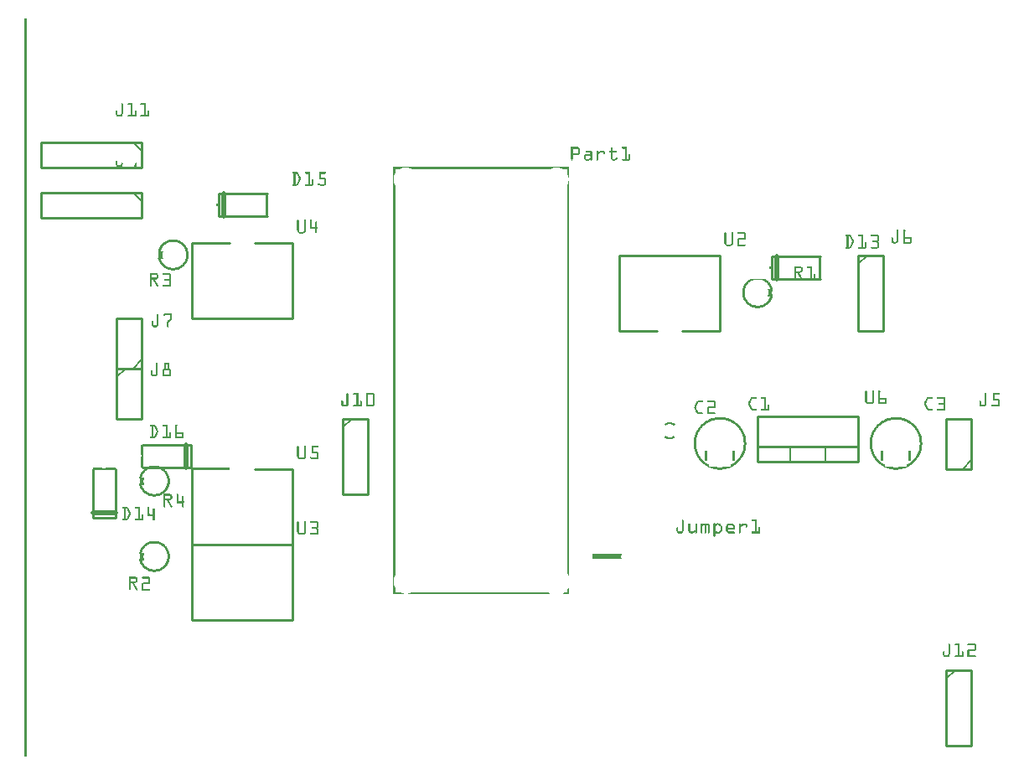
<source format=gto>
G04 MADE WITH FRITZING*
G04 WWW.FRITZING.ORG*
G04 DOUBLE SIDED*
G04 HOLES PLATED*
G04 CONTOUR ON CENTER OF CONTOUR VECTOR*
%ASAXBY*%
%FSLAX23Y23*%
%MOIN*%
%OFA0B0*%
%SFA1.0B1.0*%
%ADD10C,0.010000*%
%ADD11C,0.005000*%
%ADD12C,0.020000*%
%ADD13R,0.001000X0.001000*%
%LNSILK1*%
G90*
G70*
G54D10*
X3674Y347D02*
X3674Y47D01*
D02*
X3674Y47D02*
X3774Y47D01*
D02*
X3774Y47D02*
X3774Y347D01*
D02*
X3774Y347D02*
X3674Y347D01*
G54D11*
D02*
X3674Y312D02*
X3709Y347D01*
G54D10*
D02*
X3324Y1177D02*
X2924Y1177D01*
D02*
X2924Y1177D02*
X2924Y1357D01*
D02*
X2924Y1357D02*
X3324Y1357D01*
D02*
X3324Y1357D02*
X3324Y1177D01*
D02*
X3324Y1177D02*
X2924Y1177D01*
D02*
X2924Y1177D02*
X2924Y1237D01*
D02*
X2924Y1237D02*
X3324Y1237D01*
D02*
X3324Y1237D02*
X3324Y1177D01*
G54D11*
D02*
X3194Y1177D02*
X3194Y1237D01*
D02*
X3054Y1177D02*
X3054Y1237D01*
G54D10*
D02*
X1274Y1347D02*
X1274Y1047D01*
D02*
X1274Y1047D02*
X1374Y1047D01*
D02*
X1374Y1047D02*
X1374Y1347D01*
D02*
X1374Y1347D02*
X1274Y1347D01*
G54D11*
D02*
X1274Y1312D02*
X1309Y1347D01*
G54D10*
D02*
X474Y2447D02*
X74Y2447D01*
D02*
X74Y2447D02*
X74Y2347D01*
D02*
X74Y2347D02*
X474Y2347D01*
D02*
X474Y2347D02*
X474Y2447D01*
G54D11*
D02*
X439Y2447D02*
X474Y2412D01*
G54D10*
D02*
X474Y2247D02*
X74Y2247D01*
D02*
X74Y2247D02*
X74Y2147D01*
D02*
X74Y2147D02*
X474Y2147D01*
D02*
X474Y2147D02*
X474Y2247D01*
G54D11*
D02*
X439Y2247D02*
X474Y2212D01*
G54D10*
D02*
X3774Y1147D02*
X3774Y1347D01*
D02*
X3774Y1347D02*
X3674Y1347D01*
D02*
X3674Y1347D02*
X3674Y1147D01*
D02*
X3674Y1147D02*
X3774Y1147D01*
G54D11*
D02*
X3774Y1182D02*
X3739Y1147D01*
G54D10*
D02*
X3324Y1997D02*
X3324Y1697D01*
D02*
X3324Y1697D02*
X3424Y1697D01*
D02*
X3424Y1697D02*
X3424Y1997D01*
D02*
X3424Y1997D02*
X3324Y1997D01*
G54D11*
D02*
X3324Y1962D02*
X3359Y1997D01*
G54D10*
D02*
X674Y1147D02*
X674Y847D01*
D02*
X674Y847D02*
X1074Y847D01*
D02*
X1074Y847D02*
X1074Y1147D01*
D02*
X924Y1147D02*
X1074Y1147D01*
D02*
X674Y2047D02*
X674Y1747D01*
D02*
X674Y1747D02*
X1074Y1747D01*
D02*
X1074Y1747D02*
X1074Y2047D01*
D02*
X674Y2047D02*
X824Y2047D01*
D02*
X924Y2047D02*
X1074Y2047D01*
D02*
X674Y847D02*
X674Y547D01*
D02*
X674Y547D02*
X1074Y547D01*
D02*
X1074Y547D02*
X1074Y847D01*
D02*
X674Y847D02*
X824Y847D01*
D02*
X924Y847D02*
X1074Y847D01*
D02*
X2774Y1697D02*
X2774Y1997D01*
D02*
X2774Y1997D02*
X2374Y1997D01*
D02*
X2374Y1997D02*
X2374Y1697D01*
D02*
X2774Y1697D02*
X2624Y1697D01*
D02*
X2524Y1697D02*
X2374Y1697D01*
D02*
X670Y1152D02*
X475Y1152D01*
D02*
X475Y1242D02*
X670Y1242D01*
D02*
X670Y1242D02*
X670Y1152D01*
G54D12*
D02*
X650Y1242D02*
X650Y1152D01*
G54D10*
D02*
X778Y2242D02*
X973Y2242D01*
D02*
X973Y2152D02*
X778Y2152D01*
D02*
X778Y2152D02*
X778Y2242D01*
G54D12*
D02*
X798Y2152D02*
X798Y2242D01*
G54D10*
D02*
X279Y951D02*
X279Y1146D01*
D02*
X369Y1146D02*
X369Y951D01*
D02*
X369Y951D02*
X279Y951D01*
G54D12*
D02*
X369Y971D02*
X279Y971D01*
G54D10*
D02*
X2978Y1992D02*
X3173Y1992D01*
D02*
X3173Y1902D02*
X2978Y1902D01*
D02*
X2978Y1902D02*
X2978Y1992D01*
G54D12*
D02*
X2998Y1902D02*
X2998Y1992D01*
G54D10*
D02*
X374Y1547D02*
X374Y1347D01*
D02*
X374Y1347D02*
X474Y1347D01*
D02*
X474Y1347D02*
X474Y1547D01*
D02*
X474Y1547D02*
X374Y1547D01*
G54D11*
D02*
X374Y1512D02*
X409Y1547D01*
G54D10*
D02*
X474Y1547D02*
X474Y1747D01*
D02*
X474Y1747D02*
X374Y1747D01*
D02*
X374Y1747D02*
X374Y1547D01*
D02*
X374Y1547D02*
X474Y1547D01*
G54D11*
D02*
X474Y1582D02*
X439Y1547D01*
G54D13*
X7Y2938D02*
X15Y2938D01*
X7Y2937D02*
X14Y2937D01*
X7Y2936D02*
X14Y2936D01*
X7Y2935D02*
X14Y2935D01*
X7Y2934D02*
X14Y2934D01*
X7Y2933D02*
X14Y2933D01*
X7Y2932D02*
X14Y2932D01*
X7Y2931D02*
X14Y2931D01*
X7Y2930D02*
X14Y2930D01*
X7Y2929D02*
X14Y2929D01*
X7Y2928D02*
X14Y2928D01*
X7Y2927D02*
X14Y2927D01*
X7Y2926D02*
X14Y2926D01*
X7Y2925D02*
X14Y2925D01*
X7Y2924D02*
X14Y2924D01*
X7Y2923D02*
X14Y2923D01*
X7Y2922D02*
X14Y2922D01*
X7Y2921D02*
X14Y2921D01*
X7Y2920D02*
X14Y2920D01*
X7Y2919D02*
X14Y2919D01*
X7Y2918D02*
X14Y2918D01*
X7Y2917D02*
X14Y2917D01*
X7Y2916D02*
X14Y2916D01*
X7Y2915D02*
X14Y2915D01*
X7Y2914D02*
X14Y2914D01*
X7Y2913D02*
X14Y2913D01*
X7Y2912D02*
X14Y2912D01*
X7Y2911D02*
X14Y2911D01*
X7Y2910D02*
X14Y2910D01*
X7Y2909D02*
X14Y2909D01*
X7Y2908D02*
X14Y2908D01*
X7Y2907D02*
X14Y2907D01*
X7Y2906D02*
X14Y2906D01*
X7Y2905D02*
X14Y2905D01*
X7Y2904D02*
X14Y2904D01*
X7Y2903D02*
X14Y2903D01*
X7Y2902D02*
X14Y2902D01*
X7Y2901D02*
X14Y2901D01*
X7Y2900D02*
X14Y2900D01*
X7Y2899D02*
X14Y2899D01*
X7Y2898D02*
X14Y2898D01*
X7Y2897D02*
X14Y2897D01*
X7Y2896D02*
X14Y2896D01*
X7Y2895D02*
X14Y2895D01*
X7Y2894D02*
X14Y2894D01*
X7Y2893D02*
X14Y2893D01*
X7Y2892D02*
X14Y2892D01*
X7Y2891D02*
X14Y2891D01*
X7Y2890D02*
X14Y2890D01*
X7Y2889D02*
X14Y2889D01*
X7Y2888D02*
X14Y2888D01*
X7Y2887D02*
X14Y2887D01*
X7Y2886D02*
X14Y2886D01*
X7Y2885D02*
X14Y2885D01*
X7Y2884D02*
X14Y2884D01*
X7Y2883D02*
X14Y2883D01*
X7Y2882D02*
X14Y2882D01*
X7Y2881D02*
X14Y2881D01*
X7Y2880D02*
X14Y2880D01*
X7Y2879D02*
X14Y2879D01*
X7Y2878D02*
X14Y2878D01*
X7Y2877D02*
X14Y2877D01*
X7Y2876D02*
X14Y2876D01*
X7Y2875D02*
X14Y2875D01*
X7Y2874D02*
X14Y2874D01*
X7Y2873D02*
X14Y2873D01*
X7Y2872D02*
X14Y2872D01*
X7Y2871D02*
X14Y2871D01*
X7Y2870D02*
X14Y2870D01*
X7Y2869D02*
X14Y2869D01*
X7Y2868D02*
X14Y2868D01*
X7Y2867D02*
X14Y2867D01*
X7Y2866D02*
X14Y2866D01*
X7Y2865D02*
X14Y2865D01*
X7Y2864D02*
X14Y2864D01*
X7Y2863D02*
X14Y2863D01*
X7Y2862D02*
X14Y2862D01*
X7Y2861D02*
X14Y2861D01*
X7Y2860D02*
X14Y2860D01*
X7Y2859D02*
X14Y2859D01*
X7Y2858D02*
X14Y2858D01*
X7Y2857D02*
X14Y2857D01*
X7Y2856D02*
X14Y2856D01*
X7Y2855D02*
X14Y2855D01*
X7Y2854D02*
X14Y2854D01*
X7Y2853D02*
X14Y2853D01*
X7Y2852D02*
X14Y2852D01*
X7Y2851D02*
X14Y2851D01*
X7Y2850D02*
X14Y2850D01*
X7Y2849D02*
X14Y2849D01*
X7Y2848D02*
X14Y2848D01*
X7Y2847D02*
X14Y2847D01*
X7Y2846D02*
X14Y2846D01*
X7Y2845D02*
X14Y2845D01*
X7Y2844D02*
X14Y2844D01*
X7Y2843D02*
X14Y2843D01*
X7Y2842D02*
X14Y2842D01*
X7Y2841D02*
X14Y2841D01*
X7Y2840D02*
X14Y2840D01*
X7Y2839D02*
X14Y2839D01*
X7Y2838D02*
X14Y2838D01*
X7Y2837D02*
X14Y2837D01*
X7Y2836D02*
X14Y2836D01*
X7Y2835D02*
X14Y2835D01*
X7Y2834D02*
X14Y2834D01*
X7Y2833D02*
X14Y2833D01*
X7Y2832D02*
X14Y2832D01*
X7Y2831D02*
X14Y2831D01*
X7Y2830D02*
X14Y2830D01*
X7Y2829D02*
X14Y2829D01*
X7Y2828D02*
X14Y2828D01*
X7Y2827D02*
X14Y2827D01*
X7Y2826D02*
X14Y2826D01*
X7Y2825D02*
X14Y2825D01*
X7Y2824D02*
X14Y2824D01*
X7Y2823D02*
X14Y2823D01*
X7Y2822D02*
X14Y2822D01*
X7Y2821D02*
X14Y2821D01*
X7Y2820D02*
X14Y2820D01*
X7Y2819D02*
X14Y2819D01*
X7Y2818D02*
X14Y2818D01*
X7Y2817D02*
X14Y2817D01*
X7Y2816D02*
X14Y2816D01*
X7Y2815D02*
X14Y2815D01*
X7Y2814D02*
X14Y2814D01*
X7Y2813D02*
X14Y2813D01*
X7Y2812D02*
X14Y2812D01*
X7Y2811D02*
X14Y2811D01*
X7Y2810D02*
X14Y2810D01*
X7Y2809D02*
X14Y2809D01*
X7Y2808D02*
X14Y2808D01*
X7Y2807D02*
X14Y2807D01*
X7Y2806D02*
X14Y2806D01*
X7Y2805D02*
X14Y2805D01*
X7Y2804D02*
X14Y2804D01*
X7Y2803D02*
X14Y2803D01*
X7Y2802D02*
X14Y2802D01*
X7Y2801D02*
X14Y2801D01*
X7Y2800D02*
X14Y2800D01*
X7Y2799D02*
X14Y2799D01*
X7Y2798D02*
X14Y2798D01*
X7Y2797D02*
X14Y2797D01*
X7Y2796D02*
X14Y2796D01*
X7Y2795D02*
X14Y2795D01*
X7Y2794D02*
X14Y2794D01*
X7Y2793D02*
X14Y2793D01*
X7Y2792D02*
X14Y2792D01*
X7Y2791D02*
X14Y2791D01*
X7Y2790D02*
X14Y2790D01*
X7Y2789D02*
X14Y2789D01*
X7Y2788D02*
X14Y2788D01*
X7Y2787D02*
X14Y2787D01*
X7Y2786D02*
X14Y2786D01*
X7Y2785D02*
X14Y2785D01*
X7Y2784D02*
X14Y2784D01*
X7Y2783D02*
X14Y2783D01*
X7Y2782D02*
X14Y2782D01*
X7Y2781D02*
X14Y2781D01*
X7Y2780D02*
X14Y2780D01*
X7Y2779D02*
X14Y2779D01*
X7Y2778D02*
X14Y2778D01*
X7Y2777D02*
X14Y2777D01*
X7Y2776D02*
X14Y2776D01*
X7Y2775D02*
X14Y2775D01*
X7Y2774D02*
X14Y2774D01*
X7Y2773D02*
X14Y2773D01*
X7Y2772D02*
X14Y2772D01*
X7Y2771D02*
X14Y2771D01*
X7Y2770D02*
X14Y2770D01*
X7Y2769D02*
X14Y2769D01*
X7Y2768D02*
X14Y2768D01*
X7Y2767D02*
X14Y2767D01*
X7Y2766D02*
X14Y2766D01*
X7Y2765D02*
X14Y2765D01*
X7Y2764D02*
X14Y2764D01*
X7Y2763D02*
X14Y2763D01*
X7Y2762D02*
X14Y2762D01*
X7Y2761D02*
X14Y2761D01*
X7Y2760D02*
X14Y2760D01*
X7Y2759D02*
X14Y2759D01*
X7Y2758D02*
X14Y2758D01*
X7Y2757D02*
X14Y2757D01*
X7Y2756D02*
X14Y2756D01*
X7Y2755D02*
X14Y2755D01*
X7Y2754D02*
X14Y2754D01*
X7Y2753D02*
X14Y2753D01*
X7Y2752D02*
X14Y2752D01*
X7Y2751D02*
X14Y2751D01*
X7Y2750D02*
X14Y2750D01*
X7Y2749D02*
X14Y2749D01*
X7Y2748D02*
X14Y2748D01*
X7Y2747D02*
X14Y2747D01*
X7Y2746D02*
X14Y2746D01*
X7Y2745D02*
X14Y2745D01*
X7Y2744D02*
X14Y2744D01*
X7Y2743D02*
X14Y2743D01*
X7Y2742D02*
X14Y2742D01*
X7Y2741D02*
X14Y2741D01*
X7Y2740D02*
X14Y2740D01*
X7Y2739D02*
X14Y2739D01*
X7Y2738D02*
X14Y2738D01*
X7Y2737D02*
X14Y2737D01*
X7Y2736D02*
X14Y2736D01*
X7Y2735D02*
X14Y2735D01*
X7Y2734D02*
X14Y2734D01*
X7Y2733D02*
X14Y2733D01*
X7Y2732D02*
X14Y2732D01*
X7Y2731D02*
X14Y2731D01*
X7Y2730D02*
X14Y2730D01*
X7Y2729D02*
X14Y2729D01*
X7Y2728D02*
X14Y2728D01*
X7Y2727D02*
X14Y2727D01*
X7Y2726D02*
X14Y2726D01*
X7Y2725D02*
X14Y2725D01*
X7Y2724D02*
X14Y2724D01*
X7Y2723D02*
X14Y2723D01*
X7Y2722D02*
X14Y2722D01*
X7Y2721D02*
X14Y2721D01*
X7Y2720D02*
X14Y2720D01*
X7Y2719D02*
X14Y2719D01*
X7Y2718D02*
X14Y2718D01*
X7Y2717D02*
X14Y2717D01*
X7Y2716D02*
X14Y2716D01*
X7Y2715D02*
X14Y2715D01*
X7Y2714D02*
X14Y2714D01*
X7Y2713D02*
X14Y2713D01*
X7Y2712D02*
X14Y2712D01*
X7Y2711D02*
X14Y2711D01*
X7Y2710D02*
X14Y2710D01*
X7Y2709D02*
X14Y2709D01*
X7Y2708D02*
X14Y2708D01*
X7Y2707D02*
X14Y2707D01*
X7Y2706D02*
X14Y2706D01*
X7Y2705D02*
X14Y2705D01*
X7Y2704D02*
X14Y2704D01*
X7Y2703D02*
X14Y2703D01*
X7Y2702D02*
X14Y2702D01*
X7Y2701D02*
X14Y2701D01*
X7Y2700D02*
X14Y2700D01*
X7Y2699D02*
X14Y2699D01*
X7Y2698D02*
X14Y2698D01*
X7Y2697D02*
X14Y2697D01*
X7Y2696D02*
X14Y2696D01*
X7Y2695D02*
X14Y2695D01*
X7Y2694D02*
X14Y2694D01*
X7Y2693D02*
X14Y2693D01*
X7Y2692D02*
X14Y2692D01*
X7Y2691D02*
X14Y2691D01*
X7Y2690D02*
X14Y2690D01*
X7Y2689D02*
X14Y2689D01*
X7Y2688D02*
X14Y2688D01*
X7Y2687D02*
X14Y2687D01*
X7Y2686D02*
X14Y2686D01*
X7Y2685D02*
X14Y2685D01*
X7Y2684D02*
X14Y2684D01*
X7Y2683D02*
X14Y2683D01*
X7Y2682D02*
X14Y2682D01*
X7Y2681D02*
X14Y2681D01*
X7Y2680D02*
X14Y2680D01*
X7Y2679D02*
X14Y2679D01*
X7Y2678D02*
X14Y2678D01*
X7Y2677D02*
X14Y2677D01*
X7Y2676D02*
X14Y2676D01*
X7Y2675D02*
X14Y2675D01*
X7Y2674D02*
X14Y2674D01*
X7Y2673D02*
X14Y2673D01*
X7Y2672D02*
X14Y2672D01*
X7Y2671D02*
X14Y2671D01*
X7Y2670D02*
X14Y2670D01*
X7Y2669D02*
X14Y2669D01*
X7Y2668D02*
X14Y2668D01*
X7Y2667D02*
X14Y2667D01*
X7Y2666D02*
X14Y2666D01*
X7Y2665D02*
X14Y2665D01*
X7Y2664D02*
X14Y2664D01*
X7Y2663D02*
X14Y2663D01*
X7Y2662D02*
X14Y2662D01*
X7Y2661D02*
X14Y2661D01*
X7Y2660D02*
X14Y2660D01*
X7Y2659D02*
X14Y2659D01*
X7Y2658D02*
X14Y2658D01*
X7Y2657D02*
X14Y2657D01*
X7Y2656D02*
X14Y2656D01*
X7Y2655D02*
X14Y2655D01*
X7Y2654D02*
X14Y2654D01*
X7Y2653D02*
X14Y2653D01*
X7Y2652D02*
X14Y2652D01*
X7Y2651D02*
X14Y2651D01*
X7Y2650D02*
X14Y2650D01*
X7Y2649D02*
X14Y2649D01*
X7Y2648D02*
X14Y2648D01*
X7Y2647D02*
X14Y2647D01*
X7Y2646D02*
X14Y2646D01*
X7Y2645D02*
X14Y2645D01*
X7Y2644D02*
X14Y2644D01*
X7Y2643D02*
X14Y2643D01*
X7Y2642D02*
X14Y2642D01*
X7Y2641D02*
X14Y2641D01*
X7Y2640D02*
X14Y2640D01*
X7Y2639D02*
X14Y2639D01*
X7Y2638D02*
X14Y2638D01*
X7Y2637D02*
X14Y2637D01*
X7Y2636D02*
X14Y2636D01*
X7Y2635D02*
X14Y2635D01*
X7Y2634D02*
X14Y2634D01*
X7Y2633D02*
X14Y2633D01*
X7Y2632D02*
X14Y2632D01*
X7Y2631D02*
X14Y2631D01*
X7Y2630D02*
X14Y2630D01*
X7Y2629D02*
X14Y2629D01*
X7Y2628D02*
X14Y2628D01*
X7Y2627D02*
X14Y2627D01*
X7Y2626D02*
X14Y2626D01*
X7Y2625D02*
X14Y2625D01*
X7Y2624D02*
X14Y2624D01*
X7Y2623D02*
X14Y2623D01*
X7Y2622D02*
X14Y2622D01*
X7Y2621D02*
X14Y2621D01*
X7Y2620D02*
X14Y2620D01*
X7Y2619D02*
X14Y2619D01*
X7Y2618D02*
X14Y2618D01*
X7Y2617D02*
X14Y2617D01*
X7Y2616D02*
X14Y2616D01*
X7Y2615D02*
X14Y2615D01*
X7Y2614D02*
X14Y2614D01*
X7Y2613D02*
X14Y2613D01*
X7Y2612D02*
X14Y2612D01*
X7Y2611D02*
X14Y2611D01*
X7Y2610D02*
X14Y2610D01*
X7Y2609D02*
X14Y2609D01*
X7Y2608D02*
X14Y2608D01*
X7Y2607D02*
X14Y2607D01*
X7Y2606D02*
X14Y2606D01*
X7Y2605D02*
X14Y2605D01*
X7Y2604D02*
X14Y2604D01*
X7Y2603D02*
X14Y2603D01*
X7Y2602D02*
X14Y2602D01*
X394Y2602D02*
X395Y2602D01*
X420Y2602D02*
X437Y2602D01*
X471Y2602D02*
X487Y2602D01*
X7Y2601D02*
X14Y2601D01*
X393Y2601D02*
X397Y2601D01*
X419Y2601D02*
X437Y2601D01*
X469Y2601D02*
X488Y2601D01*
X7Y2600D02*
X14Y2600D01*
X392Y2600D02*
X397Y2600D01*
X418Y2600D02*
X437Y2600D01*
X468Y2600D02*
X488Y2600D01*
X7Y2599D02*
X14Y2599D01*
X392Y2599D02*
X398Y2599D01*
X418Y2599D02*
X437Y2599D01*
X468Y2599D02*
X488Y2599D01*
X7Y2598D02*
X14Y2598D01*
X392Y2598D02*
X398Y2598D01*
X418Y2598D02*
X437Y2598D01*
X468Y2598D02*
X488Y2598D01*
X7Y2597D02*
X14Y2597D01*
X392Y2597D02*
X398Y2597D01*
X418Y2597D02*
X437Y2597D01*
X468Y2597D02*
X488Y2597D01*
X7Y2596D02*
X14Y2596D01*
X392Y2596D02*
X398Y2596D01*
X419Y2596D02*
X437Y2596D01*
X469Y2596D02*
X488Y2596D01*
X7Y2595D02*
X14Y2595D01*
X392Y2595D02*
X398Y2595D01*
X431Y2595D02*
X437Y2595D01*
X481Y2595D02*
X488Y2595D01*
X7Y2594D02*
X14Y2594D01*
X392Y2594D02*
X398Y2594D01*
X431Y2594D02*
X437Y2594D01*
X482Y2594D02*
X488Y2594D01*
X7Y2593D02*
X14Y2593D01*
X392Y2593D02*
X398Y2593D01*
X431Y2593D02*
X437Y2593D01*
X482Y2593D02*
X488Y2593D01*
X7Y2592D02*
X14Y2592D01*
X392Y2592D02*
X398Y2592D01*
X431Y2592D02*
X437Y2592D01*
X482Y2592D02*
X488Y2592D01*
X7Y2591D02*
X14Y2591D01*
X392Y2591D02*
X398Y2591D01*
X431Y2591D02*
X437Y2591D01*
X482Y2591D02*
X488Y2591D01*
X7Y2590D02*
X14Y2590D01*
X392Y2590D02*
X398Y2590D01*
X431Y2590D02*
X437Y2590D01*
X482Y2590D02*
X488Y2590D01*
X7Y2589D02*
X14Y2589D01*
X392Y2589D02*
X398Y2589D01*
X431Y2589D02*
X437Y2589D01*
X482Y2589D02*
X488Y2589D01*
X7Y2588D02*
X14Y2588D01*
X392Y2588D02*
X398Y2588D01*
X431Y2588D02*
X437Y2588D01*
X482Y2588D02*
X488Y2588D01*
X7Y2587D02*
X14Y2587D01*
X392Y2587D02*
X398Y2587D01*
X431Y2587D02*
X437Y2587D01*
X482Y2587D02*
X488Y2587D01*
X7Y2586D02*
X14Y2586D01*
X392Y2586D02*
X398Y2586D01*
X431Y2586D02*
X437Y2586D01*
X482Y2586D02*
X488Y2586D01*
X7Y2585D02*
X14Y2585D01*
X392Y2585D02*
X398Y2585D01*
X431Y2585D02*
X437Y2585D01*
X482Y2585D02*
X488Y2585D01*
X7Y2584D02*
X14Y2584D01*
X392Y2584D02*
X398Y2584D01*
X431Y2584D02*
X437Y2584D01*
X482Y2584D02*
X488Y2584D01*
X7Y2583D02*
X14Y2583D01*
X392Y2583D02*
X398Y2583D01*
X431Y2583D02*
X437Y2583D01*
X482Y2583D02*
X488Y2583D01*
X7Y2582D02*
X14Y2582D01*
X392Y2582D02*
X398Y2582D01*
X431Y2582D02*
X437Y2582D01*
X482Y2582D02*
X488Y2582D01*
X7Y2581D02*
X14Y2581D01*
X392Y2581D02*
X398Y2581D01*
X431Y2581D02*
X437Y2581D01*
X482Y2581D02*
X488Y2581D01*
X7Y2580D02*
X14Y2580D01*
X392Y2580D02*
X398Y2580D01*
X431Y2580D02*
X437Y2580D01*
X482Y2580D02*
X488Y2580D01*
X7Y2579D02*
X14Y2579D01*
X392Y2579D02*
X398Y2579D01*
X431Y2579D02*
X437Y2579D01*
X482Y2579D02*
X488Y2579D01*
X7Y2578D02*
X14Y2578D01*
X392Y2578D02*
X398Y2578D01*
X431Y2578D02*
X437Y2578D01*
X482Y2578D02*
X488Y2578D01*
X7Y2577D02*
X14Y2577D01*
X392Y2577D02*
X398Y2577D01*
X431Y2577D02*
X437Y2577D01*
X482Y2577D02*
X488Y2577D01*
X7Y2576D02*
X14Y2576D01*
X392Y2576D02*
X398Y2576D01*
X431Y2576D02*
X437Y2576D01*
X482Y2576D02*
X488Y2576D01*
X7Y2575D02*
X14Y2575D01*
X392Y2575D02*
X398Y2575D01*
X431Y2575D02*
X437Y2575D01*
X482Y2575D02*
X488Y2575D01*
X7Y2574D02*
X14Y2574D01*
X392Y2574D02*
X398Y2574D01*
X431Y2574D02*
X437Y2574D01*
X482Y2574D02*
X488Y2574D01*
X7Y2573D02*
X14Y2573D01*
X392Y2573D02*
X398Y2573D01*
X431Y2573D02*
X437Y2573D01*
X482Y2573D02*
X488Y2573D01*
X7Y2572D02*
X14Y2572D01*
X372Y2572D02*
X375Y2572D01*
X392Y2572D02*
X398Y2572D01*
X431Y2572D02*
X437Y2572D01*
X447Y2572D02*
X450Y2572D01*
X482Y2572D02*
X488Y2572D01*
X497Y2572D02*
X500Y2572D01*
X7Y2571D02*
X14Y2571D01*
X371Y2571D02*
X376Y2571D01*
X392Y2571D02*
X398Y2571D01*
X431Y2571D02*
X437Y2571D01*
X446Y2571D02*
X451Y2571D01*
X482Y2571D02*
X488Y2571D01*
X496Y2571D02*
X501Y2571D01*
X7Y2570D02*
X14Y2570D01*
X371Y2570D02*
X377Y2570D01*
X392Y2570D02*
X398Y2570D01*
X431Y2570D02*
X437Y2570D01*
X445Y2570D02*
X451Y2570D01*
X482Y2570D02*
X488Y2570D01*
X496Y2570D02*
X501Y2570D01*
X7Y2569D02*
X14Y2569D01*
X371Y2569D02*
X377Y2569D01*
X392Y2569D02*
X398Y2569D01*
X431Y2569D02*
X437Y2569D01*
X445Y2569D02*
X451Y2569D01*
X482Y2569D02*
X488Y2569D01*
X495Y2569D02*
X501Y2569D01*
X7Y2568D02*
X14Y2568D01*
X371Y2568D02*
X377Y2568D01*
X392Y2568D02*
X398Y2568D01*
X431Y2568D02*
X437Y2568D01*
X445Y2568D02*
X451Y2568D01*
X482Y2568D02*
X488Y2568D01*
X495Y2568D02*
X501Y2568D01*
X7Y2567D02*
X14Y2567D01*
X371Y2567D02*
X377Y2567D01*
X392Y2567D02*
X398Y2567D01*
X431Y2567D02*
X437Y2567D01*
X445Y2567D02*
X451Y2567D01*
X482Y2567D02*
X488Y2567D01*
X495Y2567D02*
X501Y2567D01*
X7Y2566D02*
X14Y2566D01*
X371Y2566D02*
X377Y2566D01*
X392Y2566D02*
X398Y2566D01*
X431Y2566D02*
X437Y2566D01*
X445Y2566D02*
X451Y2566D01*
X482Y2566D02*
X488Y2566D01*
X495Y2566D02*
X501Y2566D01*
X7Y2565D02*
X14Y2565D01*
X371Y2565D02*
X377Y2565D01*
X392Y2565D02*
X398Y2565D01*
X431Y2565D02*
X437Y2565D01*
X445Y2565D02*
X451Y2565D01*
X482Y2565D02*
X488Y2565D01*
X495Y2565D02*
X501Y2565D01*
X7Y2564D02*
X14Y2564D01*
X371Y2564D02*
X377Y2564D01*
X392Y2564D02*
X398Y2564D01*
X431Y2564D02*
X437Y2564D01*
X445Y2564D02*
X451Y2564D01*
X482Y2564D02*
X488Y2564D01*
X495Y2564D02*
X501Y2564D01*
X7Y2563D02*
X14Y2563D01*
X371Y2563D02*
X377Y2563D01*
X392Y2563D02*
X398Y2563D01*
X431Y2563D02*
X437Y2563D01*
X445Y2563D02*
X451Y2563D01*
X482Y2563D02*
X488Y2563D01*
X495Y2563D02*
X501Y2563D01*
X7Y2562D02*
X14Y2562D01*
X371Y2562D02*
X377Y2562D01*
X392Y2562D02*
X398Y2562D01*
X431Y2562D02*
X437Y2562D01*
X445Y2562D02*
X451Y2562D01*
X482Y2562D02*
X488Y2562D01*
X495Y2562D02*
X501Y2562D01*
X7Y2561D02*
X14Y2561D01*
X371Y2561D02*
X377Y2561D01*
X392Y2561D02*
X398Y2561D01*
X431Y2561D02*
X437Y2561D01*
X445Y2561D02*
X451Y2561D01*
X482Y2561D02*
X488Y2561D01*
X495Y2561D02*
X501Y2561D01*
X7Y2560D02*
X14Y2560D01*
X371Y2560D02*
X377Y2560D01*
X392Y2560D02*
X398Y2560D01*
X431Y2560D02*
X437Y2560D01*
X445Y2560D02*
X451Y2560D01*
X482Y2560D02*
X488Y2560D01*
X495Y2560D02*
X501Y2560D01*
X7Y2559D02*
X14Y2559D01*
X371Y2559D02*
X377Y2559D01*
X392Y2559D02*
X398Y2559D01*
X431Y2559D02*
X437Y2559D01*
X445Y2559D02*
X451Y2559D01*
X482Y2559D02*
X488Y2559D01*
X495Y2559D02*
X501Y2559D01*
X7Y2558D02*
X14Y2558D01*
X371Y2558D02*
X377Y2558D01*
X392Y2558D02*
X398Y2558D01*
X431Y2558D02*
X437Y2558D01*
X445Y2558D02*
X451Y2558D01*
X482Y2558D02*
X488Y2558D01*
X495Y2558D02*
X501Y2558D01*
X7Y2557D02*
X14Y2557D01*
X371Y2557D02*
X377Y2557D01*
X391Y2557D02*
X397Y2557D01*
X431Y2557D02*
X437Y2557D01*
X445Y2557D02*
X451Y2557D01*
X482Y2557D02*
X488Y2557D01*
X495Y2557D02*
X501Y2557D01*
X7Y2556D02*
X14Y2556D01*
X371Y2556D02*
X378Y2556D01*
X391Y2556D02*
X397Y2556D01*
X431Y2556D02*
X437Y2556D01*
X445Y2556D02*
X451Y2556D01*
X482Y2556D02*
X488Y2556D01*
X495Y2556D02*
X501Y2556D01*
X7Y2555D02*
X14Y2555D01*
X371Y2555D02*
X380Y2555D01*
X388Y2555D02*
X397Y2555D01*
X431Y2555D02*
X438Y2555D01*
X445Y2555D02*
X451Y2555D01*
X481Y2555D02*
X488Y2555D01*
X495Y2555D02*
X501Y2555D01*
X7Y2554D02*
X14Y2554D01*
X372Y2554D02*
X397Y2554D01*
X419Y2554D02*
X451Y2554D01*
X469Y2554D02*
X501Y2554D01*
X7Y2553D02*
X14Y2553D01*
X372Y2553D02*
X396Y2553D01*
X418Y2553D02*
X451Y2553D01*
X468Y2553D02*
X501Y2553D01*
X7Y2552D02*
X14Y2552D01*
X373Y2552D02*
X395Y2552D01*
X418Y2552D02*
X451Y2552D01*
X468Y2552D02*
X501Y2552D01*
X7Y2551D02*
X14Y2551D01*
X374Y2551D02*
X394Y2551D01*
X418Y2551D02*
X451Y2551D01*
X468Y2551D02*
X501Y2551D01*
X7Y2550D02*
X14Y2550D01*
X375Y2550D02*
X393Y2550D01*
X418Y2550D02*
X451Y2550D01*
X468Y2550D02*
X501Y2550D01*
X7Y2549D02*
X14Y2549D01*
X377Y2549D02*
X392Y2549D01*
X419Y2549D02*
X450Y2549D01*
X469Y2549D02*
X500Y2549D01*
X7Y2548D02*
X14Y2548D01*
X380Y2548D02*
X388Y2548D01*
X421Y2548D02*
X448Y2548D01*
X471Y2548D02*
X499Y2548D01*
X7Y2547D02*
X14Y2547D01*
X7Y2546D02*
X14Y2546D01*
X7Y2545D02*
X14Y2545D01*
X7Y2544D02*
X14Y2544D01*
X7Y2543D02*
X14Y2543D01*
X7Y2542D02*
X14Y2542D01*
X7Y2541D02*
X14Y2541D01*
X7Y2540D02*
X14Y2540D01*
X7Y2539D02*
X14Y2539D01*
X7Y2538D02*
X14Y2538D01*
X7Y2537D02*
X14Y2537D01*
X7Y2536D02*
X14Y2536D01*
X7Y2535D02*
X14Y2535D01*
X7Y2534D02*
X14Y2534D01*
X7Y2533D02*
X14Y2533D01*
X7Y2532D02*
X14Y2532D01*
X7Y2531D02*
X14Y2531D01*
X7Y2530D02*
X14Y2530D01*
X7Y2529D02*
X14Y2529D01*
X7Y2528D02*
X14Y2528D01*
X7Y2527D02*
X14Y2527D01*
X7Y2526D02*
X14Y2526D01*
X7Y2525D02*
X14Y2525D01*
X7Y2524D02*
X14Y2524D01*
X7Y2523D02*
X14Y2523D01*
X7Y2522D02*
X14Y2522D01*
X7Y2521D02*
X14Y2521D01*
X7Y2520D02*
X14Y2520D01*
X7Y2519D02*
X14Y2519D01*
X7Y2518D02*
X14Y2518D01*
X7Y2517D02*
X14Y2517D01*
X7Y2516D02*
X14Y2516D01*
X7Y2515D02*
X14Y2515D01*
X7Y2514D02*
X14Y2514D01*
X7Y2513D02*
X14Y2513D01*
X7Y2512D02*
X14Y2512D01*
X7Y2511D02*
X14Y2511D01*
X7Y2510D02*
X14Y2510D01*
X7Y2509D02*
X14Y2509D01*
X7Y2508D02*
X14Y2508D01*
X7Y2507D02*
X14Y2507D01*
X7Y2506D02*
X14Y2506D01*
X7Y2505D02*
X14Y2505D01*
X7Y2504D02*
X14Y2504D01*
X7Y2503D02*
X14Y2503D01*
X7Y2502D02*
X14Y2502D01*
X7Y2501D02*
X14Y2501D01*
X7Y2500D02*
X14Y2500D01*
X7Y2499D02*
X14Y2499D01*
X7Y2498D02*
X14Y2498D01*
X7Y2497D02*
X14Y2497D01*
X7Y2496D02*
X14Y2496D01*
X7Y2495D02*
X14Y2495D01*
X7Y2494D02*
X14Y2494D01*
X7Y2493D02*
X14Y2493D01*
X7Y2492D02*
X14Y2492D01*
X7Y2491D02*
X14Y2491D01*
X7Y2490D02*
X14Y2490D01*
X7Y2489D02*
X14Y2489D01*
X7Y2488D02*
X14Y2488D01*
X7Y2487D02*
X14Y2487D01*
X7Y2486D02*
X14Y2486D01*
X7Y2485D02*
X14Y2485D01*
X7Y2484D02*
X14Y2484D01*
X7Y2483D02*
X14Y2483D01*
X7Y2482D02*
X14Y2482D01*
X7Y2481D02*
X14Y2481D01*
X7Y2480D02*
X14Y2480D01*
X7Y2479D02*
X14Y2479D01*
X7Y2478D02*
X14Y2478D01*
X7Y2477D02*
X14Y2477D01*
X7Y2476D02*
X14Y2476D01*
X7Y2475D02*
X14Y2475D01*
X7Y2474D02*
X14Y2474D01*
X7Y2473D02*
X14Y2473D01*
X7Y2472D02*
X14Y2472D01*
X7Y2471D02*
X14Y2471D01*
X7Y2470D02*
X14Y2470D01*
X7Y2469D02*
X14Y2469D01*
X7Y2468D02*
X14Y2468D01*
X7Y2467D02*
X14Y2467D01*
X7Y2466D02*
X14Y2466D01*
X7Y2465D02*
X14Y2465D01*
X7Y2464D02*
X14Y2464D01*
X7Y2463D02*
X14Y2463D01*
X7Y2462D02*
X14Y2462D01*
X7Y2461D02*
X14Y2461D01*
X7Y2460D02*
X14Y2460D01*
X7Y2459D02*
X14Y2459D01*
X7Y2458D02*
X14Y2458D01*
X7Y2457D02*
X14Y2457D01*
X7Y2456D02*
X14Y2456D01*
X7Y2455D02*
X14Y2455D01*
X7Y2454D02*
X14Y2454D01*
X7Y2453D02*
X14Y2453D01*
X7Y2452D02*
X14Y2452D01*
X7Y2451D02*
X14Y2451D01*
X7Y2450D02*
X14Y2450D01*
X7Y2449D02*
X14Y2449D01*
X7Y2448D02*
X14Y2448D01*
X7Y2447D02*
X14Y2447D01*
X7Y2446D02*
X14Y2446D01*
X7Y2445D02*
X14Y2445D01*
X7Y2444D02*
X14Y2444D01*
X7Y2443D02*
X14Y2443D01*
X7Y2442D02*
X14Y2442D01*
X7Y2441D02*
X14Y2441D01*
X7Y2440D02*
X14Y2440D01*
X7Y2439D02*
X14Y2439D01*
X7Y2438D02*
X14Y2438D01*
X7Y2437D02*
X14Y2437D01*
X7Y2436D02*
X14Y2436D01*
X7Y2435D02*
X14Y2435D01*
X7Y2434D02*
X14Y2434D01*
X7Y2433D02*
X14Y2433D01*
X7Y2432D02*
X14Y2432D01*
X7Y2431D02*
X14Y2431D01*
X7Y2430D02*
X14Y2430D01*
X7Y2429D02*
X14Y2429D01*
X7Y2428D02*
X14Y2428D01*
X7Y2427D02*
X14Y2427D01*
X2181Y2427D02*
X2209Y2427D01*
X2383Y2427D02*
X2402Y2427D01*
X7Y2426D02*
X14Y2426D01*
X2181Y2426D02*
X2211Y2426D01*
X2383Y2426D02*
X2402Y2426D01*
X7Y2425D02*
X14Y2425D01*
X2181Y2425D02*
X2212Y2425D01*
X2342Y2425D02*
X2342Y2425D01*
X2382Y2425D02*
X2402Y2425D01*
X7Y2424D02*
X14Y2424D01*
X2181Y2424D02*
X2213Y2424D01*
X2340Y2424D02*
X2344Y2424D01*
X2382Y2424D02*
X2402Y2424D01*
X7Y2423D02*
X14Y2423D01*
X2181Y2423D02*
X2214Y2423D01*
X2339Y2423D02*
X2345Y2423D01*
X2383Y2423D02*
X2402Y2423D01*
X7Y2422D02*
X14Y2422D01*
X2181Y2422D02*
X2214Y2422D01*
X2339Y2422D02*
X2345Y2422D01*
X2383Y2422D02*
X2402Y2422D01*
X7Y2421D02*
X14Y2421D01*
X2181Y2421D02*
X2214Y2421D01*
X2339Y2421D02*
X2345Y2421D01*
X2385Y2421D02*
X2402Y2421D01*
X7Y2420D02*
X14Y2420D01*
X2181Y2420D02*
X2188Y2420D01*
X2208Y2420D02*
X2215Y2420D01*
X2339Y2420D02*
X2345Y2420D01*
X2396Y2420D02*
X2402Y2420D01*
X7Y2419D02*
X14Y2419D01*
X2181Y2419D02*
X2188Y2419D01*
X2209Y2419D02*
X2215Y2419D01*
X2339Y2419D02*
X2345Y2419D01*
X2396Y2419D02*
X2402Y2419D01*
X7Y2418D02*
X14Y2418D01*
X2181Y2418D02*
X2188Y2418D01*
X2209Y2418D02*
X2215Y2418D01*
X2339Y2418D02*
X2345Y2418D01*
X2396Y2418D02*
X2402Y2418D01*
X7Y2417D02*
X14Y2417D01*
X2181Y2417D02*
X2188Y2417D01*
X2209Y2417D02*
X2215Y2417D01*
X2339Y2417D02*
X2345Y2417D01*
X2396Y2417D02*
X2402Y2417D01*
X7Y2416D02*
X14Y2416D01*
X2181Y2416D02*
X2188Y2416D01*
X2209Y2416D02*
X2215Y2416D01*
X2339Y2416D02*
X2345Y2416D01*
X2396Y2416D02*
X2402Y2416D01*
X7Y2415D02*
X14Y2415D01*
X2181Y2415D02*
X2188Y2415D01*
X2209Y2415D02*
X2215Y2415D01*
X2339Y2415D02*
X2345Y2415D01*
X2396Y2415D02*
X2402Y2415D01*
X7Y2414D02*
X14Y2414D01*
X2181Y2414D02*
X2188Y2414D01*
X2209Y2414D02*
X2215Y2414D01*
X2339Y2414D02*
X2345Y2414D01*
X2396Y2414D02*
X2402Y2414D01*
X7Y2413D02*
X14Y2413D01*
X2181Y2413D02*
X2188Y2413D01*
X2209Y2413D02*
X2215Y2413D01*
X2241Y2413D02*
X2257Y2413D01*
X2284Y2413D02*
X2286Y2413D01*
X2298Y2413D02*
X2307Y2413D01*
X2334Y2413D02*
X2360Y2413D01*
X2396Y2413D02*
X2402Y2413D01*
X7Y2412D02*
X14Y2412D01*
X2181Y2412D02*
X2188Y2412D01*
X2209Y2412D02*
X2215Y2412D01*
X2239Y2412D02*
X2259Y2412D01*
X2283Y2412D02*
X2287Y2412D01*
X2296Y2412D02*
X2310Y2412D01*
X2333Y2412D02*
X2361Y2412D01*
X2396Y2412D02*
X2402Y2412D01*
X7Y2411D02*
X14Y2411D01*
X2181Y2411D02*
X2188Y2411D01*
X2209Y2411D02*
X2215Y2411D01*
X2239Y2411D02*
X2261Y2411D01*
X2282Y2411D02*
X2288Y2411D01*
X2295Y2411D02*
X2311Y2411D01*
X2333Y2411D02*
X2362Y2411D01*
X2396Y2411D02*
X2402Y2411D01*
X7Y2410D02*
X14Y2410D01*
X2181Y2410D02*
X2188Y2410D01*
X2209Y2410D02*
X2215Y2410D01*
X2239Y2410D02*
X2262Y2410D01*
X2282Y2410D02*
X2288Y2410D01*
X2294Y2410D02*
X2313Y2410D01*
X2333Y2410D02*
X2362Y2410D01*
X2396Y2410D02*
X2402Y2410D01*
X7Y2409D02*
X14Y2409D01*
X2181Y2409D02*
X2188Y2409D01*
X2209Y2409D02*
X2215Y2409D01*
X2239Y2409D02*
X2263Y2409D01*
X2282Y2409D02*
X2288Y2409D01*
X2293Y2409D02*
X2313Y2409D01*
X2333Y2409D02*
X2362Y2409D01*
X2396Y2409D02*
X2402Y2409D01*
X7Y2408D02*
X14Y2408D01*
X2181Y2408D02*
X2188Y2408D01*
X2209Y2408D02*
X2215Y2408D01*
X2239Y2408D02*
X2263Y2408D01*
X2282Y2408D02*
X2288Y2408D01*
X2292Y2408D02*
X2314Y2408D01*
X2333Y2408D02*
X2362Y2408D01*
X2396Y2408D02*
X2402Y2408D01*
X7Y2407D02*
X14Y2407D01*
X2181Y2407D02*
X2188Y2407D01*
X2209Y2407D02*
X2215Y2407D01*
X2240Y2407D02*
X2264Y2407D01*
X2282Y2407D02*
X2288Y2407D01*
X2291Y2407D02*
X2315Y2407D01*
X2333Y2407D02*
X2361Y2407D01*
X2396Y2407D02*
X2402Y2407D01*
X7Y2406D02*
X14Y2406D01*
X2181Y2406D02*
X2188Y2406D01*
X2209Y2406D02*
X2215Y2406D01*
X2257Y2406D02*
X2264Y2406D01*
X2282Y2406D02*
X2299Y2406D01*
X2307Y2406D02*
X2315Y2406D01*
X2339Y2406D02*
X2345Y2406D01*
X2396Y2406D02*
X2402Y2406D01*
X7Y2405D02*
X14Y2405D01*
X2181Y2405D02*
X2188Y2405D01*
X2209Y2405D02*
X2215Y2405D01*
X2258Y2405D02*
X2265Y2405D01*
X2282Y2405D02*
X2298Y2405D01*
X2309Y2405D02*
X2315Y2405D01*
X2339Y2405D02*
X2345Y2405D01*
X2396Y2405D02*
X2402Y2405D01*
X7Y2404D02*
X14Y2404D01*
X2181Y2404D02*
X2188Y2404D01*
X2209Y2404D02*
X2215Y2404D01*
X2258Y2404D02*
X2265Y2404D01*
X2282Y2404D02*
X2297Y2404D01*
X2309Y2404D02*
X2315Y2404D01*
X2339Y2404D02*
X2345Y2404D01*
X2396Y2404D02*
X2402Y2404D01*
X7Y2403D02*
X14Y2403D01*
X2181Y2403D02*
X2188Y2403D01*
X2208Y2403D02*
X2215Y2403D01*
X2258Y2403D02*
X2265Y2403D01*
X2282Y2403D02*
X2296Y2403D01*
X2309Y2403D02*
X2315Y2403D01*
X2339Y2403D02*
X2345Y2403D01*
X2396Y2403D02*
X2402Y2403D01*
X7Y2402D02*
X14Y2402D01*
X2181Y2402D02*
X2188Y2402D01*
X2207Y2402D02*
X2215Y2402D01*
X2258Y2402D02*
X2265Y2402D01*
X2282Y2402D02*
X2295Y2402D01*
X2309Y2402D02*
X2316Y2402D01*
X2339Y2402D02*
X2345Y2402D01*
X2396Y2402D02*
X2402Y2402D01*
X7Y2401D02*
X14Y2401D01*
X2181Y2401D02*
X2214Y2401D01*
X2258Y2401D02*
X2265Y2401D01*
X2282Y2401D02*
X2293Y2401D01*
X2309Y2401D02*
X2315Y2401D01*
X2339Y2401D02*
X2345Y2401D01*
X2396Y2401D02*
X2402Y2401D01*
X7Y2400D02*
X14Y2400D01*
X2181Y2400D02*
X2214Y2400D01*
X2258Y2400D02*
X2265Y2400D01*
X2282Y2400D02*
X2292Y2400D01*
X2310Y2400D02*
X2315Y2400D01*
X2339Y2400D02*
X2345Y2400D01*
X2396Y2400D02*
X2402Y2400D01*
X7Y2399D02*
X14Y2399D01*
X2181Y2399D02*
X2213Y2399D01*
X2258Y2399D02*
X2265Y2399D01*
X2282Y2399D02*
X2291Y2399D01*
X2310Y2399D02*
X2315Y2399D01*
X2339Y2399D02*
X2345Y2399D01*
X2396Y2399D02*
X2402Y2399D01*
X7Y2398D02*
X14Y2398D01*
X2181Y2398D02*
X2212Y2398D01*
X2239Y2398D02*
X2265Y2398D01*
X2282Y2398D02*
X2290Y2398D01*
X2311Y2398D02*
X2314Y2398D01*
X2339Y2398D02*
X2345Y2398D01*
X2396Y2398D02*
X2402Y2398D01*
X2411Y2398D02*
X2414Y2398D01*
X7Y2397D02*
X14Y2397D01*
X2181Y2397D02*
X2211Y2397D01*
X2237Y2397D02*
X2265Y2397D01*
X2282Y2397D02*
X2289Y2397D01*
X2339Y2397D02*
X2345Y2397D01*
X2396Y2397D02*
X2402Y2397D01*
X2410Y2397D02*
X2415Y2397D01*
X7Y2396D02*
X14Y2396D01*
X2181Y2396D02*
X2210Y2396D01*
X2235Y2396D02*
X2265Y2396D01*
X2282Y2396D02*
X2288Y2396D01*
X2339Y2396D02*
X2345Y2396D01*
X2396Y2396D02*
X2402Y2396D01*
X2410Y2396D02*
X2416Y2396D01*
X7Y2395D02*
X14Y2395D01*
X2181Y2395D02*
X2208Y2395D01*
X2234Y2395D02*
X2265Y2395D01*
X2282Y2395D02*
X2288Y2395D01*
X2339Y2395D02*
X2345Y2395D01*
X2396Y2395D02*
X2402Y2395D01*
X2410Y2395D02*
X2416Y2395D01*
X7Y2394D02*
X14Y2394D01*
X2181Y2394D02*
X2188Y2394D01*
X2233Y2394D02*
X2265Y2394D01*
X2282Y2394D02*
X2288Y2394D01*
X2339Y2394D02*
X2345Y2394D01*
X2396Y2394D02*
X2402Y2394D01*
X2410Y2394D02*
X2416Y2394D01*
X7Y2393D02*
X14Y2393D01*
X2181Y2393D02*
X2188Y2393D01*
X2233Y2393D02*
X2265Y2393D01*
X2282Y2393D02*
X2288Y2393D01*
X2339Y2393D02*
X2345Y2393D01*
X2396Y2393D02*
X2402Y2393D01*
X2410Y2393D02*
X2416Y2393D01*
X7Y2392D02*
X14Y2392D01*
X2181Y2392D02*
X2188Y2392D01*
X2232Y2392D02*
X2265Y2392D01*
X2282Y2392D02*
X2288Y2392D01*
X2339Y2392D02*
X2345Y2392D01*
X2396Y2392D02*
X2402Y2392D01*
X2410Y2392D02*
X2416Y2392D01*
X7Y2391D02*
X14Y2391D01*
X2181Y2391D02*
X2188Y2391D01*
X2232Y2391D02*
X2239Y2391D01*
X2257Y2391D02*
X2265Y2391D01*
X2282Y2391D02*
X2288Y2391D01*
X2339Y2391D02*
X2345Y2391D01*
X2396Y2391D02*
X2402Y2391D01*
X2410Y2391D02*
X2416Y2391D01*
X7Y2390D02*
X14Y2390D01*
X2181Y2390D02*
X2188Y2390D01*
X2232Y2390D02*
X2238Y2390D01*
X2258Y2390D02*
X2265Y2390D01*
X2282Y2390D02*
X2288Y2390D01*
X2339Y2390D02*
X2345Y2390D01*
X2396Y2390D02*
X2402Y2390D01*
X2410Y2390D02*
X2416Y2390D01*
X7Y2389D02*
X14Y2389D01*
X2181Y2389D02*
X2188Y2389D01*
X2232Y2389D02*
X2238Y2389D01*
X2259Y2389D02*
X2265Y2389D01*
X2282Y2389D02*
X2288Y2389D01*
X2339Y2389D02*
X2345Y2389D01*
X2396Y2389D02*
X2402Y2389D01*
X2410Y2389D02*
X2416Y2389D01*
X7Y2388D02*
X14Y2388D01*
X2181Y2388D02*
X2188Y2388D01*
X2232Y2388D02*
X2238Y2388D01*
X2259Y2388D02*
X2265Y2388D01*
X2282Y2388D02*
X2288Y2388D01*
X2339Y2388D02*
X2345Y2388D01*
X2396Y2388D02*
X2402Y2388D01*
X2410Y2388D02*
X2416Y2388D01*
X7Y2387D02*
X14Y2387D01*
X2181Y2387D02*
X2188Y2387D01*
X2232Y2387D02*
X2238Y2387D01*
X2259Y2387D02*
X2265Y2387D01*
X2282Y2387D02*
X2288Y2387D01*
X2339Y2387D02*
X2345Y2387D01*
X2396Y2387D02*
X2402Y2387D01*
X2410Y2387D02*
X2416Y2387D01*
X7Y2386D02*
X14Y2386D01*
X2181Y2386D02*
X2188Y2386D01*
X2232Y2386D02*
X2238Y2386D01*
X2259Y2386D02*
X2265Y2386D01*
X2282Y2386D02*
X2288Y2386D01*
X2339Y2386D02*
X2345Y2386D01*
X2361Y2386D02*
X2364Y2386D01*
X2396Y2386D02*
X2402Y2386D01*
X2410Y2386D02*
X2416Y2386D01*
X7Y2385D02*
X14Y2385D01*
X2181Y2385D02*
X2188Y2385D01*
X2232Y2385D02*
X2238Y2385D01*
X2258Y2385D02*
X2265Y2385D01*
X2282Y2385D02*
X2288Y2385D01*
X2339Y2385D02*
X2345Y2385D01*
X2360Y2385D02*
X2365Y2385D01*
X2396Y2385D02*
X2402Y2385D01*
X2410Y2385D02*
X2416Y2385D01*
X7Y2384D02*
X14Y2384D01*
X2181Y2384D02*
X2188Y2384D01*
X2232Y2384D02*
X2238Y2384D01*
X2257Y2384D02*
X2265Y2384D01*
X2282Y2384D02*
X2288Y2384D01*
X2339Y2384D02*
X2345Y2384D01*
X2360Y2384D02*
X2366Y2384D01*
X2396Y2384D02*
X2402Y2384D01*
X2410Y2384D02*
X2416Y2384D01*
X7Y2383D02*
X14Y2383D01*
X2181Y2383D02*
X2188Y2383D01*
X2232Y2383D02*
X2238Y2383D01*
X2255Y2383D02*
X2265Y2383D01*
X2282Y2383D02*
X2288Y2383D01*
X2339Y2383D02*
X2345Y2383D01*
X2359Y2383D02*
X2366Y2383D01*
X2396Y2383D02*
X2402Y2383D01*
X2410Y2383D02*
X2416Y2383D01*
X7Y2382D02*
X14Y2382D01*
X2181Y2382D02*
X2188Y2382D01*
X2232Y2382D02*
X2239Y2382D01*
X2253Y2382D02*
X2265Y2382D01*
X2282Y2382D02*
X2288Y2382D01*
X2339Y2382D02*
X2346Y2382D01*
X2359Y2382D02*
X2366Y2382D01*
X2396Y2382D02*
X2402Y2382D01*
X2410Y2382D02*
X2416Y2382D01*
X7Y2381D02*
X14Y2381D01*
X2181Y2381D02*
X2188Y2381D01*
X2232Y2381D02*
X2240Y2381D01*
X2252Y2381D02*
X2265Y2381D01*
X2282Y2381D02*
X2288Y2381D01*
X2339Y2381D02*
X2347Y2381D01*
X2357Y2381D02*
X2365Y2381D01*
X2396Y2381D02*
X2402Y2381D01*
X2410Y2381D02*
X2416Y2381D01*
X7Y2380D02*
X14Y2380D01*
X2181Y2380D02*
X2188Y2380D01*
X2233Y2380D02*
X2265Y2380D01*
X2282Y2380D02*
X2288Y2380D01*
X2340Y2380D02*
X2365Y2380D01*
X2384Y2380D02*
X2416Y2380D01*
X7Y2379D02*
X14Y2379D01*
X2181Y2379D02*
X2188Y2379D01*
X2233Y2379D02*
X2265Y2379D01*
X2282Y2379D02*
X2288Y2379D01*
X2340Y2379D02*
X2364Y2379D01*
X2383Y2379D02*
X2416Y2379D01*
X7Y2378D02*
X14Y2378D01*
X2181Y2378D02*
X2188Y2378D01*
X2234Y2378D02*
X2265Y2378D01*
X2282Y2378D02*
X2288Y2378D01*
X2341Y2378D02*
X2364Y2378D01*
X2382Y2378D02*
X2416Y2378D01*
X7Y2377D02*
X14Y2377D01*
X2182Y2377D02*
X2187Y2377D01*
X2235Y2377D02*
X2265Y2377D01*
X2282Y2377D02*
X2288Y2377D01*
X2342Y2377D02*
X2363Y2377D01*
X2382Y2377D02*
X2416Y2377D01*
X7Y2376D02*
X14Y2376D01*
X2182Y2376D02*
X2187Y2376D01*
X2236Y2376D02*
X2256Y2376D01*
X2260Y2376D02*
X2264Y2376D01*
X2282Y2376D02*
X2288Y2376D01*
X2343Y2376D02*
X2362Y2376D01*
X2383Y2376D02*
X2416Y2376D01*
X7Y2375D02*
X14Y2375D01*
X2182Y2375D02*
X2187Y2375D01*
X2237Y2375D02*
X2254Y2375D01*
X2260Y2375D02*
X2264Y2375D01*
X2283Y2375D02*
X2287Y2375D01*
X2345Y2375D02*
X2360Y2375D01*
X2383Y2375D02*
X2415Y2375D01*
X7Y2374D02*
X14Y2374D01*
X2184Y2374D02*
X2185Y2374D01*
X2240Y2374D02*
X2252Y2374D01*
X2261Y2374D02*
X2262Y2374D01*
X2284Y2374D02*
X2285Y2374D01*
X2347Y2374D02*
X2357Y2374D01*
X2385Y2374D02*
X2413Y2374D01*
X7Y2373D02*
X14Y2373D01*
X7Y2372D02*
X14Y2372D01*
X372Y2372D02*
X375Y2372D01*
X7Y2371D02*
X14Y2371D01*
X371Y2371D02*
X376Y2371D01*
X7Y2370D02*
X14Y2370D01*
X371Y2370D02*
X377Y2370D01*
X7Y2369D02*
X14Y2369D01*
X371Y2369D02*
X377Y2369D01*
X7Y2368D02*
X14Y2368D01*
X371Y2368D02*
X377Y2368D01*
X392Y2368D02*
X392Y2368D01*
X7Y2367D02*
X14Y2367D01*
X371Y2367D02*
X377Y2367D01*
X392Y2367D02*
X393Y2367D01*
X7Y2366D02*
X14Y2366D01*
X371Y2366D02*
X377Y2366D01*
X392Y2366D02*
X394Y2366D01*
X7Y2365D02*
X14Y2365D01*
X371Y2365D02*
X377Y2365D01*
X392Y2365D02*
X395Y2365D01*
X451Y2365D02*
X451Y2365D01*
X7Y2364D02*
X14Y2364D01*
X371Y2364D02*
X377Y2364D01*
X392Y2364D02*
X397Y2364D01*
X450Y2364D02*
X451Y2364D01*
X7Y2363D02*
X14Y2363D01*
X371Y2363D02*
X377Y2363D01*
X392Y2363D02*
X398Y2363D01*
X448Y2363D02*
X451Y2363D01*
X7Y2362D02*
X14Y2362D01*
X371Y2362D02*
X377Y2362D01*
X392Y2362D02*
X398Y2362D01*
X447Y2362D02*
X451Y2362D01*
X7Y2361D02*
X14Y2361D01*
X371Y2361D02*
X377Y2361D01*
X392Y2361D02*
X398Y2361D01*
X446Y2361D02*
X451Y2361D01*
X7Y2360D02*
X14Y2360D01*
X371Y2360D02*
X377Y2360D01*
X392Y2360D02*
X398Y2360D01*
X445Y2360D02*
X451Y2360D01*
X7Y2359D02*
X14Y2359D01*
X371Y2359D02*
X377Y2359D01*
X392Y2359D02*
X398Y2359D01*
X445Y2359D02*
X451Y2359D01*
X7Y2358D02*
X14Y2358D01*
X371Y2358D02*
X377Y2358D01*
X392Y2358D02*
X398Y2358D01*
X445Y2358D02*
X451Y2358D01*
X7Y2357D02*
X14Y2357D01*
X371Y2357D02*
X377Y2357D01*
X391Y2357D02*
X397Y2357D01*
X445Y2357D02*
X451Y2357D01*
X7Y2356D02*
X14Y2356D01*
X371Y2356D02*
X378Y2356D01*
X390Y2356D02*
X397Y2356D01*
X445Y2356D02*
X451Y2356D01*
X7Y2355D02*
X14Y2355D01*
X371Y2355D02*
X397Y2355D01*
X445Y2355D02*
X451Y2355D01*
X7Y2354D02*
X14Y2354D01*
X372Y2354D02*
X397Y2354D01*
X443Y2354D02*
X451Y2354D01*
X7Y2353D02*
X14Y2353D01*
X372Y2353D02*
X396Y2353D01*
X442Y2353D02*
X451Y2353D01*
X7Y2352D02*
X14Y2352D01*
X373Y2352D02*
X395Y2352D01*
X442Y2352D02*
X451Y2352D01*
X7Y2351D02*
X14Y2351D01*
X374Y2351D02*
X394Y2351D01*
X442Y2351D02*
X451Y2351D01*
X7Y2350D02*
X14Y2350D01*
X375Y2350D02*
X393Y2350D01*
X442Y2350D02*
X451Y2350D01*
X7Y2349D02*
X14Y2349D01*
X377Y2349D02*
X392Y2349D01*
X443Y2349D02*
X450Y2349D01*
X7Y2348D02*
X14Y2348D01*
X381Y2348D02*
X388Y2348D01*
X445Y2348D02*
X448Y2348D01*
X1474Y2348D02*
X2172Y2348D01*
X7Y2347D02*
X14Y2347D01*
X1474Y2347D02*
X2173Y2347D01*
X7Y2346D02*
X14Y2346D01*
X1474Y2346D02*
X1516Y2346D01*
X1530Y2346D02*
X2116Y2346D01*
X2130Y2346D02*
X2173Y2346D01*
X7Y2345D02*
X14Y2345D01*
X1474Y2345D02*
X1511Y2345D01*
X1535Y2345D02*
X2111Y2345D01*
X2135Y2345D02*
X2173Y2345D01*
X7Y2344D02*
X14Y2344D01*
X1474Y2344D02*
X1508Y2344D01*
X1538Y2344D02*
X2108Y2344D01*
X2138Y2344D02*
X2173Y2344D01*
X7Y2343D02*
X14Y2343D01*
X1474Y2343D02*
X1505Y2343D01*
X1541Y2343D02*
X2105Y2343D01*
X2141Y2343D02*
X2173Y2343D01*
X7Y2342D02*
X14Y2342D01*
X1474Y2342D02*
X1503Y2342D01*
X1543Y2342D02*
X2103Y2342D01*
X2143Y2342D02*
X2173Y2342D01*
X7Y2341D02*
X14Y2341D01*
X1474Y2341D02*
X1501Y2341D01*
X1545Y2341D02*
X2101Y2341D01*
X2145Y2341D02*
X2173Y2341D01*
X7Y2340D02*
X14Y2340D01*
X1474Y2340D02*
X1481Y2340D01*
X2165Y2340D02*
X2173Y2340D01*
X7Y2339D02*
X14Y2339D01*
X1474Y2339D02*
X1481Y2339D01*
X2166Y2339D02*
X2173Y2339D01*
X7Y2338D02*
X14Y2338D01*
X1474Y2338D02*
X1481Y2338D01*
X2166Y2338D02*
X2173Y2338D01*
X7Y2337D02*
X14Y2337D01*
X1474Y2337D02*
X1481Y2337D01*
X2166Y2337D02*
X2173Y2337D01*
X7Y2336D02*
X14Y2336D01*
X1474Y2336D02*
X1481Y2336D01*
X2166Y2336D02*
X2173Y2336D01*
X7Y2335D02*
X14Y2335D01*
X1474Y2335D02*
X1481Y2335D01*
X2166Y2335D02*
X2173Y2335D01*
X7Y2334D02*
X14Y2334D01*
X1474Y2334D02*
X1481Y2334D01*
X2166Y2334D02*
X2173Y2334D01*
X7Y2333D02*
X14Y2333D01*
X1474Y2333D02*
X1481Y2333D01*
X2166Y2333D02*
X2173Y2333D01*
X7Y2332D02*
X14Y2332D01*
X1474Y2332D02*
X1481Y2332D01*
X2166Y2332D02*
X2173Y2332D01*
X7Y2331D02*
X14Y2331D01*
X1474Y2331D02*
X1481Y2331D01*
X2166Y2331D02*
X2173Y2331D01*
X7Y2330D02*
X14Y2330D01*
X1474Y2330D02*
X1481Y2330D01*
X2166Y2330D02*
X2173Y2330D01*
X7Y2329D02*
X14Y2329D01*
X1474Y2329D02*
X1481Y2329D01*
X2166Y2329D02*
X2173Y2329D01*
X7Y2328D02*
X14Y2328D01*
X1075Y2328D02*
X1088Y2328D01*
X1125Y2328D02*
X1141Y2328D01*
X1179Y2328D02*
X1202Y2328D01*
X1474Y2328D02*
X1481Y2328D01*
X2166Y2328D02*
X2173Y2328D01*
X7Y2327D02*
X14Y2327D01*
X1073Y2327D02*
X1091Y2327D01*
X1123Y2327D02*
X1141Y2327D01*
X1179Y2327D02*
X1204Y2327D01*
X1474Y2327D02*
X1481Y2327D01*
X2166Y2327D02*
X2173Y2327D01*
X7Y2326D02*
X14Y2326D01*
X1072Y2326D02*
X1093Y2326D01*
X1122Y2326D02*
X1141Y2326D01*
X1179Y2326D02*
X1205Y2326D01*
X1474Y2326D02*
X1481Y2326D01*
X2166Y2326D02*
X2173Y2326D01*
X7Y2325D02*
X14Y2325D01*
X1072Y2325D02*
X1094Y2325D01*
X1122Y2325D02*
X1141Y2325D01*
X1179Y2325D02*
X1205Y2325D01*
X1474Y2325D02*
X1481Y2325D01*
X2166Y2325D02*
X2173Y2325D01*
X7Y2324D02*
X14Y2324D01*
X1072Y2324D02*
X1095Y2324D01*
X1122Y2324D02*
X1141Y2324D01*
X1179Y2324D02*
X1205Y2324D01*
X1474Y2324D02*
X1481Y2324D01*
X2166Y2324D02*
X2173Y2324D01*
X7Y2323D02*
X14Y2323D01*
X1072Y2323D02*
X1096Y2323D01*
X1122Y2323D02*
X1141Y2323D01*
X1179Y2323D02*
X1205Y2323D01*
X1474Y2323D02*
X1481Y2323D01*
X2166Y2323D02*
X2173Y2323D01*
X7Y2322D02*
X14Y2322D01*
X1073Y2322D02*
X1096Y2322D01*
X1123Y2322D02*
X1141Y2322D01*
X1179Y2322D02*
X1204Y2322D01*
X1474Y2322D02*
X1481Y2322D01*
X2166Y2322D02*
X2173Y2322D01*
X7Y2321D02*
X14Y2321D01*
X1075Y2321D02*
X1097Y2321D01*
X1125Y2321D02*
X1141Y2321D01*
X1179Y2321D02*
X1202Y2321D01*
X1474Y2321D02*
X1480Y2321D01*
X2166Y2321D02*
X2173Y2321D01*
X7Y2320D02*
X14Y2320D01*
X1078Y2320D02*
X1084Y2320D01*
X1090Y2320D02*
X1097Y2320D01*
X1135Y2320D02*
X1141Y2320D01*
X1179Y2320D02*
X1185Y2320D01*
X1474Y2320D02*
X1480Y2320D01*
X2166Y2320D02*
X2173Y2320D01*
X7Y2319D02*
X14Y2319D01*
X1078Y2319D02*
X1084Y2319D01*
X1091Y2319D02*
X1098Y2319D01*
X1135Y2319D02*
X1141Y2319D01*
X1179Y2319D02*
X1185Y2319D01*
X1474Y2319D02*
X1479Y2319D01*
X2167Y2319D02*
X2173Y2319D01*
X7Y2318D02*
X14Y2318D01*
X1078Y2318D02*
X1084Y2318D01*
X1091Y2318D02*
X1098Y2318D01*
X1135Y2318D02*
X1141Y2318D01*
X1179Y2318D02*
X1185Y2318D01*
X1474Y2318D02*
X1479Y2318D01*
X2167Y2318D02*
X2173Y2318D01*
X7Y2317D02*
X14Y2317D01*
X1078Y2317D02*
X1084Y2317D01*
X1092Y2317D02*
X1099Y2317D01*
X1135Y2317D02*
X1141Y2317D01*
X1179Y2317D02*
X1185Y2317D01*
X1474Y2317D02*
X1478Y2317D01*
X2168Y2317D02*
X2173Y2317D01*
X7Y2316D02*
X14Y2316D01*
X1078Y2316D02*
X1084Y2316D01*
X1092Y2316D02*
X1099Y2316D01*
X1135Y2316D02*
X1141Y2316D01*
X1179Y2316D02*
X1185Y2316D01*
X1474Y2316D02*
X1478Y2316D01*
X2168Y2316D02*
X2173Y2316D01*
X7Y2315D02*
X14Y2315D01*
X1078Y2315D02*
X1084Y2315D01*
X1093Y2315D02*
X1100Y2315D01*
X1135Y2315D02*
X1141Y2315D01*
X1179Y2315D02*
X1185Y2315D01*
X1474Y2315D02*
X1478Y2315D01*
X2169Y2315D02*
X2173Y2315D01*
X7Y2314D02*
X14Y2314D01*
X1078Y2314D02*
X1084Y2314D01*
X1094Y2314D02*
X1100Y2314D01*
X1135Y2314D02*
X1141Y2314D01*
X1179Y2314D02*
X1185Y2314D01*
X1474Y2314D02*
X1477Y2314D01*
X2169Y2314D02*
X2173Y2314D01*
X7Y2313D02*
X14Y2313D01*
X1078Y2313D02*
X1084Y2313D01*
X1094Y2313D02*
X1101Y2313D01*
X1135Y2313D02*
X1141Y2313D01*
X1179Y2313D02*
X1185Y2313D01*
X1474Y2313D02*
X1477Y2313D01*
X2169Y2313D02*
X2173Y2313D01*
X7Y2312D02*
X14Y2312D01*
X1078Y2312D02*
X1084Y2312D01*
X1095Y2312D02*
X1101Y2312D01*
X1135Y2312D02*
X1141Y2312D01*
X1179Y2312D02*
X1185Y2312D01*
X1474Y2312D02*
X1476Y2312D01*
X2170Y2312D02*
X2173Y2312D01*
X7Y2311D02*
X14Y2311D01*
X1078Y2311D02*
X1084Y2311D01*
X1095Y2311D02*
X1102Y2311D01*
X1135Y2311D02*
X1141Y2311D01*
X1179Y2311D02*
X1185Y2311D01*
X1474Y2311D02*
X1476Y2311D01*
X2170Y2311D02*
X2173Y2311D01*
X7Y2310D02*
X14Y2310D01*
X1078Y2310D02*
X1084Y2310D01*
X1096Y2310D02*
X1102Y2310D01*
X1135Y2310D02*
X1141Y2310D01*
X1179Y2310D02*
X1185Y2310D01*
X1474Y2310D02*
X1476Y2310D01*
X2170Y2310D02*
X2173Y2310D01*
X7Y2309D02*
X14Y2309D01*
X1078Y2309D02*
X1084Y2309D01*
X1096Y2309D02*
X1103Y2309D01*
X1135Y2309D02*
X1141Y2309D01*
X1179Y2309D02*
X1185Y2309D01*
X1474Y2309D02*
X1476Y2309D01*
X2171Y2309D02*
X2173Y2309D01*
X7Y2308D02*
X14Y2308D01*
X1078Y2308D02*
X1084Y2308D01*
X1097Y2308D02*
X1103Y2308D01*
X1135Y2308D02*
X1141Y2308D01*
X1179Y2308D02*
X1185Y2308D01*
X1474Y2308D02*
X1475Y2308D01*
X2171Y2308D02*
X2173Y2308D01*
X7Y2307D02*
X14Y2307D01*
X1078Y2307D02*
X1084Y2307D01*
X1097Y2307D02*
X1104Y2307D01*
X1135Y2307D02*
X1141Y2307D01*
X1179Y2307D02*
X1185Y2307D01*
X1474Y2307D02*
X1475Y2307D01*
X2171Y2307D02*
X2173Y2307D01*
X7Y2306D02*
X14Y2306D01*
X1078Y2306D02*
X1084Y2306D01*
X1098Y2306D02*
X1104Y2306D01*
X1135Y2306D02*
X1141Y2306D01*
X1179Y2306D02*
X1185Y2306D01*
X1474Y2306D02*
X1475Y2306D01*
X2171Y2306D02*
X2173Y2306D01*
X7Y2305D02*
X14Y2305D01*
X1078Y2305D02*
X1084Y2305D01*
X1098Y2305D02*
X1105Y2305D01*
X1135Y2305D02*
X1141Y2305D01*
X1179Y2305D02*
X1185Y2305D01*
X1474Y2305D02*
X1475Y2305D01*
X2171Y2305D02*
X2173Y2305D01*
X7Y2304D02*
X14Y2304D01*
X1078Y2304D02*
X1084Y2304D01*
X1098Y2304D02*
X1105Y2304D01*
X1135Y2304D02*
X1141Y2304D01*
X1179Y2304D02*
X1201Y2304D01*
X1474Y2304D02*
X1475Y2304D01*
X2172Y2304D02*
X2173Y2304D01*
X7Y2303D02*
X14Y2303D01*
X1078Y2303D02*
X1084Y2303D01*
X1099Y2303D02*
X1105Y2303D01*
X1135Y2303D02*
X1141Y2303D01*
X1179Y2303D02*
X1203Y2303D01*
X1474Y2303D02*
X1475Y2303D01*
X2172Y2303D02*
X2173Y2303D01*
X7Y2302D02*
X14Y2302D01*
X1078Y2302D02*
X1084Y2302D01*
X1099Y2302D02*
X1105Y2302D01*
X1135Y2302D02*
X1141Y2302D01*
X1179Y2302D02*
X1204Y2302D01*
X1474Y2302D02*
X1474Y2302D01*
X2172Y2302D02*
X2173Y2302D01*
X7Y2301D02*
X14Y2301D01*
X1078Y2301D02*
X1084Y2301D01*
X1099Y2301D02*
X1105Y2301D01*
X1135Y2301D02*
X1141Y2301D01*
X1179Y2301D02*
X1204Y2301D01*
X1474Y2301D02*
X1474Y2301D01*
X2172Y2301D02*
X2173Y2301D01*
X7Y2300D02*
X14Y2300D01*
X1078Y2300D02*
X1084Y2300D01*
X1099Y2300D02*
X1105Y2300D01*
X1135Y2300D02*
X1141Y2300D01*
X1179Y2300D02*
X1205Y2300D01*
X1474Y2300D02*
X1474Y2300D01*
X2172Y2300D02*
X2173Y2300D01*
X7Y2299D02*
X14Y2299D01*
X1078Y2299D02*
X1084Y2299D01*
X1099Y2299D02*
X1105Y2299D01*
X1135Y2299D02*
X1141Y2299D01*
X1179Y2299D02*
X1205Y2299D01*
X1474Y2299D02*
X1474Y2299D01*
X2172Y2299D02*
X2173Y2299D01*
X7Y2298D02*
X14Y2298D01*
X1078Y2298D02*
X1084Y2298D01*
X1098Y2298D02*
X1105Y2298D01*
X1135Y2298D02*
X1141Y2298D01*
X1151Y2298D02*
X1154Y2298D01*
X1179Y2298D02*
X1205Y2298D01*
X1474Y2298D02*
X1474Y2298D01*
X2172Y2298D02*
X2173Y2298D01*
X7Y2297D02*
X14Y2297D01*
X1078Y2297D02*
X1084Y2297D01*
X1098Y2297D02*
X1105Y2297D01*
X1135Y2297D02*
X1141Y2297D01*
X1150Y2297D02*
X1155Y2297D01*
X1199Y2297D02*
X1206Y2297D01*
X1474Y2297D02*
X1474Y2297D01*
X2172Y2297D02*
X2173Y2297D01*
X7Y2296D02*
X14Y2296D01*
X1078Y2296D02*
X1084Y2296D01*
X1098Y2296D02*
X1104Y2296D01*
X1135Y2296D02*
X1141Y2296D01*
X1149Y2296D02*
X1155Y2296D01*
X1199Y2296D02*
X1206Y2296D01*
X1474Y2296D02*
X1474Y2296D01*
X2172Y2296D02*
X2173Y2296D01*
X7Y2295D02*
X14Y2295D01*
X1078Y2295D02*
X1084Y2295D01*
X1097Y2295D02*
X1104Y2295D01*
X1135Y2295D02*
X1141Y2295D01*
X1149Y2295D02*
X1155Y2295D01*
X1199Y2295D02*
X1206Y2295D01*
X1474Y2295D02*
X1474Y2295D01*
X2172Y2295D02*
X2173Y2295D01*
X7Y2294D02*
X14Y2294D01*
X1078Y2294D02*
X1084Y2294D01*
X1097Y2294D02*
X1103Y2294D01*
X1135Y2294D02*
X1141Y2294D01*
X1149Y2294D02*
X1155Y2294D01*
X1199Y2294D02*
X1206Y2294D01*
X1474Y2294D02*
X1475Y2294D01*
X2172Y2294D02*
X2173Y2294D01*
X7Y2293D02*
X14Y2293D01*
X1078Y2293D02*
X1084Y2293D01*
X1096Y2293D02*
X1103Y2293D01*
X1135Y2293D02*
X1141Y2293D01*
X1149Y2293D02*
X1155Y2293D01*
X1199Y2293D02*
X1206Y2293D01*
X1474Y2293D02*
X1475Y2293D01*
X2172Y2293D02*
X2173Y2293D01*
X7Y2292D02*
X14Y2292D01*
X1078Y2292D02*
X1084Y2292D01*
X1096Y2292D02*
X1102Y2292D01*
X1135Y2292D02*
X1141Y2292D01*
X1149Y2292D02*
X1155Y2292D01*
X1199Y2292D02*
X1206Y2292D01*
X1474Y2292D02*
X1475Y2292D01*
X2172Y2292D02*
X2173Y2292D01*
X7Y2291D02*
X14Y2291D01*
X1078Y2291D02*
X1084Y2291D01*
X1095Y2291D02*
X1102Y2291D01*
X1135Y2291D02*
X1141Y2291D01*
X1149Y2291D02*
X1155Y2291D01*
X1199Y2291D02*
X1206Y2291D01*
X1474Y2291D02*
X1475Y2291D01*
X2171Y2291D02*
X2173Y2291D01*
X7Y2290D02*
X14Y2290D01*
X1078Y2290D02*
X1084Y2290D01*
X1095Y2290D02*
X1101Y2290D01*
X1135Y2290D02*
X1141Y2290D01*
X1149Y2290D02*
X1155Y2290D01*
X1199Y2290D02*
X1206Y2290D01*
X1474Y2290D02*
X1475Y2290D01*
X2171Y2290D02*
X2173Y2290D01*
X7Y2289D02*
X14Y2289D01*
X1078Y2289D02*
X1084Y2289D01*
X1094Y2289D02*
X1101Y2289D01*
X1135Y2289D02*
X1141Y2289D01*
X1149Y2289D02*
X1155Y2289D01*
X1199Y2289D02*
X1206Y2289D01*
X1474Y2289D02*
X1475Y2289D01*
X2171Y2289D02*
X2173Y2289D01*
X7Y2288D02*
X14Y2288D01*
X1078Y2288D02*
X1084Y2288D01*
X1094Y2288D02*
X1100Y2288D01*
X1135Y2288D02*
X1141Y2288D01*
X1149Y2288D02*
X1155Y2288D01*
X1199Y2288D02*
X1206Y2288D01*
X1474Y2288D02*
X1475Y2288D01*
X2171Y2288D02*
X2173Y2288D01*
X7Y2287D02*
X14Y2287D01*
X1078Y2287D02*
X1084Y2287D01*
X1093Y2287D02*
X1100Y2287D01*
X1135Y2287D02*
X1141Y2287D01*
X1149Y2287D02*
X1155Y2287D01*
X1199Y2287D02*
X1206Y2287D01*
X1474Y2287D02*
X1476Y2287D01*
X2171Y2287D02*
X2173Y2287D01*
X7Y2286D02*
X14Y2286D01*
X1078Y2286D02*
X1084Y2286D01*
X1093Y2286D02*
X1099Y2286D01*
X1135Y2286D02*
X1141Y2286D01*
X1149Y2286D02*
X1155Y2286D01*
X1199Y2286D02*
X1206Y2286D01*
X1474Y2286D02*
X1476Y2286D01*
X2170Y2286D02*
X2173Y2286D01*
X7Y2285D02*
X14Y2285D01*
X1078Y2285D02*
X1084Y2285D01*
X1092Y2285D02*
X1099Y2285D01*
X1135Y2285D02*
X1141Y2285D01*
X1149Y2285D02*
X1155Y2285D01*
X1199Y2285D02*
X1206Y2285D01*
X1474Y2285D02*
X1476Y2285D01*
X2170Y2285D02*
X2173Y2285D01*
X7Y2284D02*
X14Y2284D01*
X1078Y2284D02*
X1084Y2284D01*
X1092Y2284D02*
X1099Y2284D01*
X1135Y2284D02*
X1141Y2284D01*
X1149Y2284D02*
X1155Y2284D01*
X1199Y2284D02*
X1206Y2284D01*
X1474Y2284D02*
X1477Y2284D01*
X2170Y2284D02*
X2173Y2284D01*
X7Y2283D02*
X14Y2283D01*
X1078Y2283D02*
X1084Y2283D01*
X1091Y2283D02*
X1098Y2283D01*
X1135Y2283D02*
X1141Y2283D01*
X1149Y2283D02*
X1155Y2283D01*
X1173Y2283D02*
X1177Y2283D01*
X1199Y2283D02*
X1206Y2283D01*
X1474Y2283D02*
X1477Y2283D01*
X2169Y2283D02*
X2173Y2283D01*
X7Y2282D02*
X14Y2282D01*
X1078Y2282D02*
X1084Y2282D01*
X1090Y2282D02*
X1098Y2282D01*
X1135Y2282D02*
X1141Y2282D01*
X1149Y2282D02*
X1155Y2282D01*
X1172Y2282D02*
X1179Y2282D01*
X1199Y2282D02*
X1206Y2282D01*
X1474Y2282D02*
X1477Y2282D01*
X2169Y2282D02*
X2173Y2282D01*
X7Y2281D02*
X14Y2281D01*
X1078Y2281D02*
X1085Y2281D01*
X1089Y2281D02*
X1097Y2281D01*
X1135Y2281D02*
X1142Y2281D01*
X1149Y2281D02*
X1155Y2281D01*
X1172Y2281D02*
X1182Y2281D01*
X1199Y2281D02*
X1206Y2281D01*
X1474Y2281D02*
X1478Y2281D01*
X2169Y2281D02*
X2173Y2281D01*
X7Y2280D02*
X14Y2280D01*
X1073Y2280D02*
X1097Y2280D01*
X1123Y2280D02*
X1155Y2280D01*
X1172Y2280D02*
X1205Y2280D01*
X1474Y2280D02*
X1478Y2280D01*
X2168Y2280D02*
X2173Y2280D01*
X7Y2279D02*
X14Y2279D01*
X1072Y2279D02*
X1096Y2279D01*
X1122Y2279D02*
X1155Y2279D01*
X1172Y2279D02*
X1205Y2279D01*
X1474Y2279D02*
X1479Y2279D01*
X2168Y2279D02*
X2173Y2279D01*
X7Y2278D02*
X14Y2278D01*
X1072Y2278D02*
X1095Y2278D01*
X1122Y2278D02*
X1155Y2278D01*
X1173Y2278D02*
X1205Y2278D01*
X1474Y2278D02*
X1479Y2278D01*
X2167Y2278D02*
X2173Y2278D01*
X7Y2277D02*
X14Y2277D01*
X1072Y2277D02*
X1095Y2277D01*
X1122Y2277D02*
X1155Y2277D01*
X1174Y2277D02*
X1204Y2277D01*
X1474Y2277D02*
X1479Y2277D01*
X2167Y2277D02*
X2173Y2277D01*
X7Y2276D02*
X14Y2276D01*
X1072Y2276D02*
X1093Y2276D01*
X1122Y2276D02*
X1155Y2276D01*
X1176Y2276D02*
X1203Y2276D01*
X1474Y2276D02*
X1480Y2276D01*
X2166Y2276D02*
X2173Y2276D01*
X7Y2275D02*
X14Y2275D01*
X1072Y2275D02*
X1092Y2275D01*
X1123Y2275D02*
X1154Y2275D01*
X1178Y2275D02*
X1202Y2275D01*
X1474Y2275D02*
X1481Y2275D01*
X2166Y2275D02*
X2173Y2275D01*
X7Y2274D02*
X14Y2274D01*
X1074Y2274D02*
X1089Y2274D01*
X1124Y2274D02*
X1153Y2274D01*
X1182Y2274D02*
X1200Y2274D01*
X1474Y2274D02*
X1481Y2274D01*
X2166Y2274D02*
X2173Y2274D01*
X7Y2273D02*
X14Y2273D01*
X1474Y2273D02*
X1481Y2273D01*
X2166Y2273D02*
X2173Y2273D01*
X7Y2272D02*
X14Y2272D01*
X1474Y2272D02*
X1481Y2272D01*
X2166Y2272D02*
X2173Y2272D01*
X7Y2271D02*
X14Y2271D01*
X1474Y2271D02*
X1481Y2271D01*
X2166Y2271D02*
X2173Y2271D01*
X7Y2270D02*
X14Y2270D01*
X1474Y2270D02*
X1481Y2270D01*
X2166Y2270D02*
X2173Y2270D01*
X7Y2269D02*
X14Y2269D01*
X1474Y2269D02*
X1481Y2269D01*
X2166Y2269D02*
X2173Y2269D01*
X7Y2268D02*
X14Y2268D01*
X1474Y2268D02*
X1481Y2268D01*
X2166Y2268D02*
X2173Y2268D01*
X7Y2267D02*
X14Y2267D01*
X1474Y2267D02*
X1481Y2267D01*
X2166Y2267D02*
X2173Y2267D01*
X7Y2266D02*
X14Y2266D01*
X1474Y2266D02*
X1481Y2266D01*
X2166Y2266D02*
X2173Y2266D01*
X7Y2265D02*
X14Y2265D01*
X1474Y2265D02*
X1481Y2265D01*
X2166Y2265D02*
X2173Y2265D01*
X7Y2264D02*
X14Y2264D01*
X1474Y2264D02*
X1481Y2264D01*
X2166Y2264D02*
X2173Y2264D01*
X7Y2263D02*
X14Y2263D01*
X1474Y2263D02*
X1481Y2263D01*
X2166Y2263D02*
X2173Y2263D01*
X7Y2262D02*
X14Y2262D01*
X1474Y2262D02*
X1481Y2262D01*
X2166Y2262D02*
X2173Y2262D01*
X7Y2261D02*
X14Y2261D01*
X1474Y2261D02*
X1481Y2261D01*
X2166Y2261D02*
X2173Y2261D01*
X7Y2260D02*
X14Y2260D01*
X1474Y2260D02*
X1481Y2260D01*
X2166Y2260D02*
X2173Y2260D01*
X7Y2259D02*
X14Y2259D01*
X1474Y2259D02*
X1481Y2259D01*
X2166Y2259D02*
X2173Y2259D01*
X7Y2258D02*
X14Y2258D01*
X1474Y2258D02*
X1481Y2258D01*
X2166Y2258D02*
X2173Y2258D01*
X7Y2257D02*
X14Y2257D01*
X1474Y2257D02*
X1481Y2257D01*
X2166Y2257D02*
X2173Y2257D01*
X7Y2256D02*
X14Y2256D01*
X1474Y2256D02*
X1481Y2256D01*
X2166Y2256D02*
X2173Y2256D01*
X7Y2255D02*
X14Y2255D01*
X1474Y2255D02*
X1481Y2255D01*
X2166Y2255D02*
X2173Y2255D01*
X7Y2254D02*
X14Y2254D01*
X1474Y2254D02*
X1481Y2254D01*
X2166Y2254D02*
X2173Y2254D01*
X7Y2253D02*
X14Y2253D01*
X1474Y2253D02*
X1481Y2253D01*
X2166Y2253D02*
X2173Y2253D01*
X7Y2252D02*
X14Y2252D01*
X1474Y2252D02*
X1481Y2252D01*
X2166Y2252D02*
X2173Y2252D01*
X7Y2251D02*
X14Y2251D01*
X1474Y2251D02*
X1481Y2251D01*
X2166Y2251D02*
X2173Y2251D01*
X7Y2250D02*
X14Y2250D01*
X1474Y2250D02*
X1481Y2250D01*
X2166Y2250D02*
X2173Y2250D01*
X7Y2249D02*
X14Y2249D01*
X1474Y2249D02*
X1481Y2249D01*
X2166Y2249D02*
X2173Y2249D01*
X7Y2248D02*
X14Y2248D01*
X1474Y2248D02*
X1481Y2248D01*
X2166Y2248D02*
X2173Y2248D01*
X7Y2247D02*
X14Y2247D01*
X1474Y2247D02*
X1481Y2247D01*
X2166Y2247D02*
X2173Y2247D01*
X7Y2246D02*
X14Y2246D01*
X1474Y2246D02*
X1481Y2246D01*
X2166Y2246D02*
X2173Y2246D01*
X7Y2245D02*
X14Y2245D01*
X1474Y2245D02*
X1481Y2245D01*
X2166Y2245D02*
X2173Y2245D01*
X7Y2244D02*
X14Y2244D01*
X1474Y2244D02*
X1481Y2244D01*
X2166Y2244D02*
X2173Y2244D01*
X7Y2243D02*
X14Y2243D01*
X968Y2243D02*
X976Y2243D01*
X1474Y2243D02*
X1481Y2243D01*
X2166Y2243D02*
X2173Y2243D01*
X7Y2242D02*
X14Y2242D01*
X968Y2242D02*
X977Y2242D01*
X1474Y2242D02*
X1481Y2242D01*
X2166Y2242D02*
X2173Y2242D01*
X7Y2241D02*
X14Y2241D01*
X968Y2241D02*
X977Y2241D01*
X1474Y2241D02*
X1481Y2241D01*
X2166Y2241D02*
X2173Y2241D01*
X7Y2240D02*
X14Y2240D01*
X968Y2240D02*
X977Y2240D01*
X1474Y2240D02*
X1481Y2240D01*
X2166Y2240D02*
X2173Y2240D01*
X7Y2239D02*
X14Y2239D01*
X968Y2239D02*
X977Y2239D01*
X1474Y2239D02*
X1481Y2239D01*
X2166Y2239D02*
X2173Y2239D01*
X7Y2238D02*
X14Y2238D01*
X968Y2238D02*
X977Y2238D01*
X1474Y2238D02*
X1481Y2238D01*
X2166Y2238D02*
X2173Y2238D01*
X7Y2237D02*
X14Y2237D01*
X968Y2237D02*
X977Y2237D01*
X1474Y2237D02*
X1481Y2237D01*
X2166Y2237D02*
X2173Y2237D01*
X7Y2236D02*
X14Y2236D01*
X968Y2236D02*
X977Y2236D01*
X1474Y2236D02*
X1481Y2236D01*
X2166Y2236D02*
X2173Y2236D01*
X7Y2235D02*
X14Y2235D01*
X968Y2235D02*
X977Y2235D01*
X1474Y2235D02*
X1481Y2235D01*
X2166Y2235D02*
X2173Y2235D01*
X7Y2234D02*
X14Y2234D01*
X968Y2234D02*
X977Y2234D01*
X1474Y2234D02*
X1481Y2234D01*
X2166Y2234D02*
X2173Y2234D01*
X7Y2233D02*
X14Y2233D01*
X968Y2233D02*
X977Y2233D01*
X1474Y2233D02*
X1481Y2233D01*
X2166Y2233D02*
X2173Y2233D01*
X7Y2232D02*
X14Y2232D01*
X968Y2232D02*
X977Y2232D01*
X1474Y2232D02*
X1481Y2232D01*
X2166Y2232D02*
X2173Y2232D01*
X7Y2231D02*
X14Y2231D01*
X968Y2231D02*
X977Y2231D01*
X1474Y2231D02*
X1481Y2231D01*
X2166Y2231D02*
X2173Y2231D01*
X7Y2230D02*
X14Y2230D01*
X968Y2230D02*
X977Y2230D01*
X1474Y2230D02*
X1481Y2230D01*
X2166Y2230D02*
X2173Y2230D01*
X7Y2229D02*
X14Y2229D01*
X968Y2229D02*
X977Y2229D01*
X1474Y2229D02*
X1481Y2229D01*
X2166Y2229D02*
X2173Y2229D01*
X7Y2228D02*
X14Y2228D01*
X968Y2228D02*
X977Y2228D01*
X1474Y2228D02*
X1481Y2228D01*
X2166Y2228D02*
X2173Y2228D01*
X7Y2227D02*
X14Y2227D01*
X968Y2227D02*
X977Y2227D01*
X1474Y2227D02*
X1481Y2227D01*
X2166Y2227D02*
X2173Y2227D01*
X7Y2226D02*
X14Y2226D01*
X968Y2226D02*
X977Y2226D01*
X1474Y2226D02*
X1481Y2226D01*
X2166Y2226D02*
X2173Y2226D01*
X7Y2225D02*
X14Y2225D01*
X968Y2225D02*
X977Y2225D01*
X1474Y2225D02*
X1481Y2225D01*
X2166Y2225D02*
X2173Y2225D01*
X7Y2224D02*
X14Y2224D01*
X968Y2224D02*
X977Y2224D01*
X1474Y2224D02*
X1481Y2224D01*
X2166Y2224D02*
X2173Y2224D01*
X7Y2223D02*
X14Y2223D01*
X968Y2223D02*
X977Y2223D01*
X1474Y2223D02*
X1481Y2223D01*
X2166Y2223D02*
X2173Y2223D01*
X7Y2222D02*
X14Y2222D01*
X968Y2222D02*
X977Y2222D01*
X1474Y2222D02*
X1481Y2222D01*
X2166Y2222D02*
X2173Y2222D01*
X7Y2221D02*
X14Y2221D01*
X968Y2221D02*
X977Y2221D01*
X1474Y2221D02*
X1481Y2221D01*
X2166Y2221D02*
X2173Y2221D01*
X7Y2220D02*
X14Y2220D01*
X968Y2220D02*
X977Y2220D01*
X1474Y2220D02*
X1481Y2220D01*
X2166Y2220D02*
X2173Y2220D01*
X7Y2219D02*
X14Y2219D01*
X968Y2219D02*
X977Y2219D01*
X1474Y2219D02*
X1481Y2219D01*
X2166Y2219D02*
X2173Y2219D01*
X7Y2218D02*
X14Y2218D01*
X968Y2218D02*
X977Y2218D01*
X1474Y2218D02*
X1481Y2218D01*
X2166Y2218D02*
X2173Y2218D01*
X7Y2217D02*
X14Y2217D01*
X968Y2217D02*
X977Y2217D01*
X1474Y2217D02*
X1481Y2217D01*
X2166Y2217D02*
X2173Y2217D01*
X7Y2216D02*
X14Y2216D01*
X968Y2216D02*
X977Y2216D01*
X1474Y2216D02*
X1481Y2216D01*
X2166Y2216D02*
X2173Y2216D01*
X7Y2215D02*
X14Y2215D01*
X968Y2215D02*
X977Y2215D01*
X1474Y2215D02*
X1481Y2215D01*
X2166Y2215D02*
X2173Y2215D01*
X7Y2214D02*
X14Y2214D01*
X968Y2214D02*
X977Y2214D01*
X1474Y2214D02*
X1481Y2214D01*
X2166Y2214D02*
X2173Y2214D01*
X7Y2213D02*
X14Y2213D01*
X968Y2213D02*
X977Y2213D01*
X1474Y2213D02*
X1481Y2213D01*
X2166Y2213D02*
X2173Y2213D01*
X7Y2212D02*
X14Y2212D01*
X968Y2212D02*
X977Y2212D01*
X1474Y2212D02*
X1481Y2212D01*
X2166Y2212D02*
X2173Y2212D01*
X7Y2211D02*
X14Y2211D01*
X968Y2211D02*
X977Y2211D01*
X1474Y2211D02*
X1481Y2211D01*
X2166Y2211D02*
X2173Y2211D01*
X7Y2210D02*
X14Y2210D01*
X968Y2210D02*
X977Y2210D01*
X1474Y2210D02*
X1481Y2210D01*
X2166Y2210D02*
X2173Y2210D01*
X7Y2209D02*
X14Y2209D01*
X968Y2209D02*
X976Y2209D01*
X1474Y2209D02*
X1481Y2209D01*
X2166Y2209D02*
X2173Y2209D01*
X7Y2208D02*
X14Y2208D01*
X968Y2208D02*
X976Y2208D01*
X1474Y2208D02*
X1481Y2208D01*
X2166Y2208D02*
X2173Y2208D01*
X7Y2207D02*
X14Y2207D01*
X968Y2207D02*
X976Y2207D01*
X1474Y2207D02*
X1481Y2207D01*
X2166Y2207D02*
X2173Y2207D01*
X7Y2206D02*
X14Y2206D01*
X968Y2206D02*
X975Y2206D01*
X1474Y2206D02*
X1481Y2206D01*
X2166Y2206D02*
X2173Y2206D01*
X7Y2205D02*
X14Y2205D01*
X968Y2205D02*
X975Y2205D01*
X1474Y2205D02*
X1481Y2205D01*
X2166Y2205D02*
X2173Y2205D01*
X7Y2204D02*
X14Y2204D01*
X968Y2204D02*
X975Y2204D01*
X1474Y2204D02*
X1481Y2204D01*
X2166Y2204D02*
X2173Y2204D01*
X7Y2203D02*
X14Y2203D01*
X769Y2203D02*
X776Y2203D01*
X968Y2203D02*
X975Y2203D01*
X1474Y2203D02*
X1481Y2203D01*
X2166Y2203D02*
X2173Y2203D01*
X7Y2202D02*
X14Y2202D01*
X769Y2202D02*
X777Y2202D01*
X968Y2202D02*
X975Y2202D01*
X1474Y2202D02*
X1481Y2202D01*
X2166Y2202D02*
X2173Y2202D01*
X7Y2201D02*
X14Y2201D01*
X770Y2201D02*
X777Y2201D01*
X968Y2201D02*
X975Y2201D01*
X1474Y2201D02*
X1481Y2201D01*
X2166Y2201D02*
X2173Y2201D01*
X7Y2200D02*
X14Y2200D01*
X770Y2200D02*
X777Y2200D01*
X968Y2200D02*
X975Y2200D01*
X1474Y2200D02*
X1481Y2200D01*
X2166Y2200D02*
X2173Y2200D01*
X7Y2199D02*
X14Y2199D01*
X770Y2199D02*
X777Y2199D01*
X968Y2199D02*
X975Y2199D01*
X1474Y2199D02*
X1481Y2199D01*
X2166Y2199D02*
X2173Y2199D01*
X7Y2198D02*
X14Y2198D01*
X770Y2198D02*
X777Y2198D01*
X968Y2198D02*
X975Y2198D01*
X1474Y2198D02*
X1481Y2198D01*
X2166Y2198D02*
X2173Y2198D01*
X7Y2197D02*
X14Y2197D01*
X770Y2197D02*
X777Y2197D01*
X968Y2197D02*
X975Y2197D01*
X1474Y2197D02*
X1481Y2197D01*
X2166Y2197D02*
X2173Y2197D01*
X7Y2196D02*
X14Y2196D01*
X770Y2196D02*
X777Y2196D01*
X968Y2196D02*
X975Y2196D01*
X1474Y2196D02*
X1481Y2196D01*
X2166Y2196D02*
X2173Y2196D01*
X7Y2195D02*
X14Y2195D01*
X769Y2195D02*
X777Y2195D01*
X968Y2195D02*
X975Y2195D01*
X1474Y2195D02*
X1481Y2195D01*
X2166Y2195D02*
X2173Y2195D01*
X7Y2194D02*
X14Y2194D01*
X769Y2194D02*
X777Y2194D01*
X968Y2194D02*
X975Y2194D01*
X1474Y2194D02*
X1481Y2194D01*
X2166Y2194D02*
X2173Y2194D01*
X7Y2193D02*
X14Y2193D01*
X968Y2193D02*
X975Y2193D01*
X1474Y2193D02*
X1481Y2193D01*
X2166Y2193D02*
X2173Y2193D01*
X7Y2192D02*
X14Y2192D01*
X968Y2192D02*
X975Y2192D01*
X1474Y2192D02*
X1481Y2192D01*
X2166Y2192D02*
X2173Y2192D01*
X7Y2191D02*
X14Y2191D01*
X968Y2191D02*
X975Y2191D01*
X1474Y2191D02*
X1481Y2191D01*
X2166Y2191D02*
X2173Y2191D01*
X7Y2190D02*
X14Y2190D01*
X968Y2190D02*
X976Y2190D01*
X1474Y2190D02*
X1481Y2190D01*
X2166Y2190D02*
X2173Y2190D01*
X7Y2189D02*
X14Y2189D01*
X968Y2189D02*
X976Y2189D01*
X1474Y2189D02*
X1481Y2189D01*
X2166Y2189D02*
X2173Y2189D01*
X7Y2188D02*
X14Y2188D01*
X968Y2188D02*
X976Y2188D01*
X1474Y2188D02*
X1481Y2188D01*
X2166Y2188D02*
X2173Y2188D01*
X7Y2187D02*
X14Y2187D01*
X968Y2187D02*
X976Y2187D01*
X1474Y2187D02*
X1481Y2187D01*
X2166Y2187D02*
X2173Y2187D01*
X7Y2186D02*
X14Y2186D01*
X968Y2186D02*
X977Y2186D01*
X1474Y2186D02*
X1481Y2186D01*
X2166Y2186D02*
X2173Y2186D01*
X7Y2185D02*
X14Y2185D01*
X968Y2185D02*
X977Y2185D01*
X1474Y2185D02*
X1481Y2185D01*
X2166Y2185D02*
X2173Y2185D01*
X7Y2184D02*
X14Y2184D01*
X968Y2184D02*
X977Y2184D01*
X1474Y2184D02*
X1481Y2184D01*
X2166Y2184D02*
X2173Y2184D01*
X7Y2183D02*
X14Y2183D01*
X968Y2183D02*
X977Y2183D01*
X1474Y2183D02*
X1481Y2183D01*
X2166Y2183D02*
X2173Y2183D01*
X7Y2182D02*
X14Y2182D01*
X968Y2182D02*
X977Y2182D01*
X1474Y2182D02*
X1481Y2182D01*
X2166Y2182D02*
X2173Y2182D01*
X7Y2181D02*
X14Y2181D01*
X968Y2181D02*
X977Y2181D01*
X1474Y2181D02*
X1481Y2181D01*
X2166Y2181D02*
X2173Y2181D01*
X7Y2180D02*
X14Y2180D01*
X968Y2180D02*
X977Y2180D01*
X1474Y2180D02*
X1481Y2180D01*
X2166Y2180D02*
X2173Y2180D01*
X7Y2179D02*
X14Y2179D01*
X968Y2179D02*
X977Y2179D01*
X1474Y2179D02*
X1481Y2179D01*
X2166Y2179D02*
X2173Y2179D01*
X7Y2178D02*
X14Y2178D01*
X968Y2178D02*
X977Y2178D01*
X1474Y2178D02*
X1481Y2178D01*
X2166Y2178D02*
X2173Y2178D01*
X7Y2177D02*
X14Y2177D01*
X968Y2177D02*
X977Y2177D01*
X1474Y2177D02*
X1481Y2177D01*
X2166Y2177D02*
X2173Y2177D01*
X7Y2176D02*
X14Y2176D01*
X968Y2176D02*
X977Y2176D01*
X1474Y2176D02*
X1481Y2176D01*
X2166Y2176D02*
X2173Y2176D01*
X7Y2175D02*
X14Y2175D01*
X968Y2175D02*
X977Y2175D01*
X1474Y2175D02*
X1481Y2175D01*
X2166Y2175D02*
X2173Y2175D01*
X7Y2174D02*
X14Y2174D01*
X968Y2174D02*
X977Y2174D01*
X1474Y2174D02*
X1481Y2174D01*
X2166Y2174D02*
X2173Y2174D01*
X7Y2173D02*
X14Y2173D01*
X968Y2173D02*
X977Y2173D01*
X1474Y2173D02*
X1481Y2173D01*
X2166Y2173D02*
X2173Y2173D01*
X7Y2172D02*
X14Y2172D01*
X968Y2172D02*
X977Y2172D01*
X1474Y2172D02*
X1481Y2172D01*
X2166Y2172D02*
X2173Y2172D01*
X7Y2171D02*
X14Y2171D01*
X968Y2171D02*
X977Y2171D01*
X1474Y2171D02*
X1481Y2171D01*
X2166Y2171D02*
X2173Y2171D01*
X7Y2170D02*
X14Y2170D01*
X968Y2170D02*
X977Y2170D01*
X1474Y2170D02*
X1481Y2170D01*
X2166Y2170D02*
X2173Y2170D01*
X7Y2169D02*
X14Y2169D01*
X968Y2169D02*
X977Y2169D01*
X1474Y2169D02*
X1481Y2169D01*
X2166Y2169D02*
X2173Y2169D01*
X7Y2168D02*
X14Y2168D01*
X968Y2168D02*
X977Y2168D01*
X1474Y2168D02*
X1481Y2168D01*
X2166Y2168D02*
X2173Y2168D01*
X7Y2167D02*
X14Y2167D01*
X968Y2167D02*
X977Y2167D01*
X1474Y2167D02*
X1481Y2167D01*
X2166Y2167D02*
X2173Y2167D01*
X7Y2166D02*
X14Y2166D01*
X968Y2166D02*
X977Y2166D01*
X1474Y2166D02*
X1481Y2166D01*
X2166Y2166D02*
X2173Y2166D01*
X7Y2165D02*
X14Y2165D01*
X968Y2165D02*
X977Y2165D01*
X1474Y2165D02*
X1481Y2165D01*
X2166Y2165D02*
X2173Y2165D01*
X7Y2164D02*
X14Y2164D01*
X968Y2164D02*
X977Y2164D01*
X1474Y2164D02*
X1481Y2164D01*
X2166Y2164D02*
X2173Y2164D01*
X7Y2163D02*
X14Y2163D01*
X968Y2163D02*
X977Y2163D01*
X1474Y2163D02*
X1481Y2163D01*
X2166Y2163D02*
X2173Y2163D01*
X7Y2162D02*
X14Y2162D01*
X968Y2162D02*
X977Y2162D01*
X1474Y2162D02*
X1481Y2162D01*
X2166Y2162D02*
X2173Y2162D01*
X7Y2161D02*
X14Y2161D01*
X968Y2161D02*
X977Y2161D01*
X1474Y2161D02*
X1481Y2161D01*
X2166Y2161D02*
X2173Y2161D01*
X7Y2160D02*
X14Y2160D01*
X968Y2160D02*
X977Y2160D01*
X1474Y2160D02*
X1481Y2160D01*
X2166Y2160D02*
X2173Y2160D01*
X7Y2159D02*
X14Y2159D01*
X968Y2159D02*
X977Y2159D01*
X1474Y2159D02*
X1481Y2159D01*
X2166Y2159D02*
X2173Y2159D01*
X7Y2158D02*
X14Y2158D01*
X968Y2158D02*
X977Y2158D01*
X1474Y2158D02*
X1481Y2158D01*
X2166Y2158D02*
X2173Y2158D01*
X7Y2157D02*
X14Y2157D01*
X968Y2157D02*
X977Y2157D01*
X1474Y2157D02*
X1481Y2157D01*
X2166Y2157D02*
X2173Y2157D01*
X7Y2156D02*
X14Y2156D01*
X968Y2156D02*
X977Y2156D01*
X1474Y2156D02*
X1481Y2156D01*
X2166Y2156D02*
X2173Y2156D01*
X7Y2155D02*
X14Y2155D01*
X968Y2155D02*
X977Y2155D01*
X1474Y2155D02*
X1481Y2155D01*
X2166Y2155D02*
X2173Y2155D01*
X7Y2154D02*
X14Y2154D01*
X968Y2154D02*
X977Y2154D01*
X1474Y2154D02*
X1481Y2154D01*
X2166Y2154D02*
X2173Y2154D01*
X7Y2153D02*
X14Y2153D01*
X1474Y2153D02*
X1481Y2153D01*
X2166Y2153D02*
X2173Y2153D01*
X7Y2152D02*
X14Y2152D01*
X1474Y2152D02*
X1481Y2152D01*
X2166Y2152D02*
X2173Y2152D01*
X7Y2151D02*
X14Y2151D01*
X1474Y2151D02*
X1481Y2151D01*
X2166Y2151D02*
X2173Y2151D01*
X7Y2150D02*
X14Y2150D01*
X1474Y2150D02*
X1481Y2150D01*
X2166Y2150D02*
X2173Y2150D01*
X7Y2149D02*
X14Y2149D01*
X1474Y2149D02*
X1481Y2149D01*
X2166Y2149D02*
X2173Y2149D01*
X7Y2148D02*
X14Y2148D01*
X1474Y2148D02*
X1481Y2148D01*
X2166Y2148D02*
X2173Y2148D01*
X7Y2147D02*
X14Y2147D01*
X1474Y2147D02*
X1481Y2147D01*
X2166Y2147D02*
X2173Y2147D01*
X7Y2146D02*
X14Y2146D01*
X1474Y2146D02*
X1481Y2146D01*
X2166Y2146D02*
X2173Y2146D01*
X7Y2145D02*
X14Y2145D01*
X1474Y2145D02*
X1481Y2145D01*
X2166Y2145D02*
X2173Y2145D01*
X7Y2144D02*
X14Y2144D01*
X1474Y2144D02*
X1481Y2144D01*
X2166Y2144D02*
X2173Y2144D01*
X7Y2143D02*
X14Y2143D01*
X1474Y2143D02*
X1481Y2143D01*
X2166Y2143D02*
X2173Y2143D01*
X7Y2142D02*
X14Y2142D01*
X1474Y2142D02*
X1481Y2142D01*
X2166Y2142D02*
X2173Y2142D01*
X7Y2141D02*
X14Y2141D01*
X1474Y2141D02*
X1481Y2141D01*
X2166Y2141D02*
X2173Y2141D01*
X7Y2140D02*
X14Y2140D01*
X1474Y2140D02*
X1481Y2140D01*
X2166Y2140D02*
X2173Y2140D01*
X7Y2139D02*
X14Y2139D01*
X1474Y2139D02*
X1481Y2139D01*
X2166Y2139D02*
X2173Y2139D01*
X7Y2138D02*
X14Y2138D01*
X1094Y2138D02*
X1095Y2138D01*
X1122Y2138D02*
X1122Y2138D01*
X1146Y2138D02*
X1147Y2138D01*
X1474Y2138D02*
X1481Y2138D01*
X2166Y2138D02*
X2173Y2138D01*
X7Y2137D02*
X14Y2137D01*
X1092Y2137D02*
X1096Y2137D01*
X1120Y2137D02*
X1124Y2137D01*
X1144Y2137D02*
X1148Y2137D01*
X1474Y2137D02*
X1481Y2137D01*
X2166Y2137D02*
X2173Y2137D01*
X7Y2136D02*
X14Y2136D01*
X1092Y2136D02*
X1097Y2136D01*
X1119Y2136D02*
X1125Y2136D01*
X1144Y2136D02*
X1149Y2136D01*
X1474Y2136D02*
X1481Y2136D01*
X2166Y2136D02*
X2173Y2136D01*
X7Y2135D02*
X14Y2135D01*
X1092Y2135D02*
X1097Y2135D01*
X1119Y2135D02*
X1125Y2135D01*
X1143Y2135D02*
X1149Y2135D01*
X1474Y2135D02*
X1481Y2135D01*
X2166Y2135D02*
X2173Y2135D01*
X7Y2134D02*
X14Y2134D01*
X1091Y2134D02*
X1098Y2134D01*
X1119Y2134D02*
X1125Y2134D01*
X1143Y2134D02*
X1149Y2134D01*
X1474Y2134D02*
X1481Y2134D01*
X2166Y2134D02*
X2173Y2134D01*
X7Y2133D02*
X14Y2133D01*
X1091Y2133D02*
X1098Y2133D01*
X1119Y2133D02*
X1125Y2133D01*
X1143Y2133D02*
X1149Y2133D01*
X1474Y2133D02*
X1481Y2133D01*
X2166Y2133D02*
X2173Y2133D01*
X7Y2132D02*
X14Y2132D01*
X1091Y2132D02*
X1098Y2132D01*
X1119Y2132D02*
X1125Y2132D01*
X1143Y2132D02*
X1149Y2132D01*
X1167Y2132D02*
X1168Y2132D01*
X1474Y2132D02*
X1481Y2132D01*
X2166Y2132D02*
X2173Y2132D01*
X7Y2131D02*
X14Y2131D01*
X1091Y2131D02*
X1098Y2131D01*
X1119Y2131D02*
X1125Y2131D01*
X1143Y2131D02*
X1149Y2131D01*
X1165Y2131D02*
X1169Y2131D01*
X1474Y2131D02*
X1481Y2131D01*
X2166Y2131D02*
X2173Y2131D01*
X7Y2130D02*
X14Y2130D01*
X1091Y2130D02*
X1098Y2130D01*
X1119Y2130D02*
X1125Y2130D01*
X1143Y2130D02*
X1149Y2130D01*
X1164Y2130D02*
X1170Y2130D01*
X1474Y2130D02*
X1481Y2130D01*
X2166Y2130D02*
X2173Y2130D01*
X7Y2129D02*
X14Y2129D01*
X1091Y2129D02*
X1098Y2129D01*
X1119Y2129D02*
X1125Y2129D01*
X1143Y2129D02*
X1149Y2129D01*
X1164Y2129D02*
X1170Y2129D01*
X1474Y2129D02*
X1481Y2129D01*
X2166Y2129D02*
X2173Y2129D01*
X7Y2128D02*
X14Y2128D01*
X1091Y2128D02*
X1098Y2128D01*
X1119Y2128D02*
X1125Y2128D01*
X1143Y2128D02*
X1149Y2128D01*
X1164Y2128D02*
X1170Y2128D01*
X1474Y2128D02*
X1481Y2128D01*
X2166Y2128D02*
X2173Y2128D01*
X7Y2127D02*
X14Y2127D01*
X1091Y2127D02*
X1098Y2127D01*
X1119Y2127D02*
X1125Y2127D01*
X1143Y2127D02*
X1149Y2127D01*
X1164Y2127D02*
X1170Y2127D01*
X1474Y2127D02*
X1481Y2127D01*
X2166Y2127D02*
X2173Y2127D01*
X7Y2126D02*
X14Y2126D01*
X1091Y2126D02*
X1098Y2126D01*
X1119Y2126D02*
X1125Y2126D01*
X1143Y2126D02*
X1149Y2126D01*
X1164Y2126D02*
X1170Y2126D01*
X1474Y2126D02*
X1481Y2126D01*
X2166Y2126D02*
X2173Y2126D01*
X7Y2125D02*
X14Y2125D01*
X1091Y2125D02*
X1098Y2125D01*
X1119Y2125D02*
X1125Y2125D01*
X1143Y2125D02*
X1149Y2125D01*
X1164Y2125D02*
X1170Y2125D01*
X1474Y2125D02*
X1481Y2125D01*
X2166Y2125D02*
X2173Y2125D01*
X7Y2124D02*
X14Y2124D01*
X1091Y2124D02*
X1098Y2124D01*
X1119Y2124D02*
X1125Y2124D01*
X1143Y2124D02*
X1149Y2124D01*
X1164Y2124D02*
X1170Y2124D01*
X1474Y2124D02*
X1481Y2124D01*
X2166Y2124D02*
X2173Y2124D01*
X7Y2123D02*
X14Y2123D01*
X1091Y2123D02*
X1098Y2123D01*
X1119Y2123D02*
X1125Y2123D01*
X1143Y2123D02*
X1149Y2123D01*
X1164Y2123D02*
X1170Y2123D01*
X1474Y2123D02*
X1481Y2123D01*
X2166Y2123D02*
X2173Y2123D01*
X7Y2122D02*
X14Y2122D01*
X1091Y2122D02*
X1098Y2122D01*
X1119Y2122D02*
X1125Y2122D01*
X1143Y2122D02*
X1149Y2122D01*
X1164Y2122D02*
X1170Y2122D01*
X1474Y2122D02*
X1481Y2122D01*
X2166Y2122D02*
X2173Y2122D01*
X7Y2121D02*
X14Y2121D01*
X1091Y2121D02*
X1098Y2121D01*
X1119Y2121D02*
X1125Y2121D01*
X1143Y2121D02*
X1149Y2121D01*
X1164Y2121D02*
X1170Y2121D01*
X1474Y2121D02*
X1481Y2121D01*
X2166Y2121D02*
X2173Y2121D01*
X7Y2120D02*
X14Y2120D01*
X1091Y2120D02*
X1098Y2120D01*
X1119Y2120D02*
X1125Y2120D01*
X1143Y2120D02*
X1149Y2120D01*
X1164Y2120D02*
X1170Y2120D01*
X1474Y2120D02*
X1481Y2120D01*
X2166Y2120D02*
X2173Y2120D01*
X7Y2119D02*
X14Y2119D01*
X1091Y2119D02*
X1098Y2119D01*
X1119Y2119D02*
X1125Y2119D01*
X1143Y2119D02*
X1149Y2119D01*
X1164Y2119D02*
X1170Y2119D01*
X1474Y2119D02*
X1481Y2119D01*
X2166Y2119D02*
X2173Y2119D01*
X7Y2118D02*
X14Y2118D01*
X1091Y2118D02*
X1098Y2118D01*
X1119Y2118D02*
X1125Y2118D01*
X1143Y2118D02*
X1149Y2118D01*
X1164Y2118D02*
X1170Y2118D01*
X1474Y2118D02*
X1481Y2118D01*
X2166Y2118D02*
X2173Y2118D01*
X7Y2117D02*
X14Y2117D01*
X1091Y2117D02*
X1098Y2117D01*
X1119Y2117D02*
X1125Y2117D01*
X1143Y2117D02*
X1149Y2117D01*
X1164Y2117D02*
X1170Y2117D01*
X1474Y2117D02*
X1481Y2117D01*
X2166Y2117D02*
X2173Y2117D01*
X7Y2116D02*
X14Y2116D01*
X1091Y2116D02*
X1098Y2116D01*
X1119Y2116D02*
X1125Y2116D01*
X1143Y2116D02*
X1149Y2116D01*
X1164Y2116D02*
X1170Y2116D01*
X1474Y2116D02*
X1481Y2116D01*
X2166Y2116D02*
X2173Y2116D01*
X7Y2115D02*
X14Y2115D01*
X1091Y2115D02*
X1098Y2115D01*
X1119Y2115D02*
X1125Y2115D01*
X1143Y2115D02*
X1149Y2115D01*
X1164Y2115D02*
X1170Y2115D01*
X1474Y2115D02*
X1481Y2115D01*
X2166Y2115D02*
X2173Y2115D01*
X7Y2114D02*
X14Y2114D01*
X1091Y2114D02*
X1098Y2114D01*
X1119Y2114D02*
X1125Y2114D01*
X1143Y2114D02*
X1149Y2114D01*
X1164Y2114D02*
X1170Y2114D01*
X1474Y2114D02*
X1481Y2114D01*
X2166Y2114D02*
X2173Y2114D01*
X7Y2113D02*
X14Y2113D01*
X1091Y2113D02*
X1098Y2113D01*
X1119Y2113D02*
X1125Y2113D01*
X1143Y2113D02*
X1149Y2113D01*
X1164Y2113D02*
X1170Y2113D01*
X1474Y2113D02*
X1481Y2113D01*
X2166Y2113D02*
X2173Y2113D01*
X7Y2112D02*
X14Y2112D01*
X1091Y2112D02*
X1098Y2112D01*
X1119Y2112D02*
X1125Y2112D01*
X1143Y2112D02*
X1149Y2112D01*
X1164Y2112D02*
X1170Y2112D01*
X1474Y2112D02*
X1481Y2112D01*
X2166Y2112D02*
X2173Y2112D01*
X7Y2111D02*
X14Y2111D01*
X1091Y2111D02*
X1098Y2111D01*
X1119Y2111D02*
X1125Y2111D01*
X1143Y2111D02*
X1149Y2111D01*
X1164Y2111D02*
X1170Y2111D01*
X1474Y2111D02*
X1481Y2111D01*
X2166Y2111D02*
X2173Y2111D01*
X7Y2110D02*
X14Y2110D01*
X1091Y2110D02*
X1098Y2110D01*
X1119Y2110D02*
X1125Y2110D01*
X1143Y2110D02*
X1149Y2110D01*
X1164Y2110D02*
X1170Y2110D01*
X1474Y2110D02*
X1481Y2110D01*
X2166Y2110D02*
X2173Y2110D01*
X7Y2109D02*
X14Y2109D01*
X1091Y2109D02*
X1098Y2109D01*
X1119Y2109D02*
X1125Y2109D01*
X1143Y2109D02*
X1149Y2109D01*
X1164Y2109D02*
X1170Y2109D01*
X1474Y2109D02*
X1481Y2109D01*
X2166Y2109D02*
X2173Y2109D01*
X7Y2108D02*
X14Y2108D01*
X1091Y2108D02*
X1098Y2108D01*
X1119Y2108D02*
X1125Y2108D01*
X1143Y2108D02*
X1172Y2108D01*
X1474Y2108D02*
X1481Y2108D01*
X2166Y2108D02*
X2173Y2108D01*
X7Y2107D02*
X14Y2107D01*
X1091Y2107D02*
X1098Y2107D01*
X1119Y2107D02*
X1125Y2107D01*
X1143Y2107D02*
X1173Y2107D01*
X1474Y2107D02*
X1481Y2107D01*
X2166Y2107D02*
X2173Y2107D01*
X7Y2106D02*
X14Y2106D01*
X1091Y2106D02*
X1098Y2106D01*
X1119Y2106D02*
X1125Y2106D01*
X1143Y2106D02*
X1173Y2106D01*
X1474Y2106D02*
X1481Y2106D01*
X2166Y2106D02*
X2173Y2106D01*
X7Y2105D02*
X14Y2105D01*
X1091Y2105D02*
X1098Y2105D01*
X1119Y2105D02*
X1125Y2105D01*
X1143Y2105D02*
X1174Y2105D01*
X1474Y2105D02*
X1481Y2105D01*
X2166Y2105D02*
X2173Y2105D01*
X7Y2104D02*
X14Y2104D01*
X1091Y2104D02*
X1098Y2104D01*
X1119Y2104D02*
X1125Y2104D01*
X1143Y2104D02*
X1173Y2104D01*
X1474Y2104D02*
X1481Y2104D01*
X2166Y2104D02*
X2173Y2104D01*
X7Y2103D02*
X14Y2103D01*
X1091Y2103D02*
X1098Y2103D01*
X1119Y2103D02*
X1125Y2103D01*
X1143Y2103D02*
X1173Y2103D01*
X1474Y2103D02*
X1481Y2103D01*
X2166Y2103D02*
X2173Y2103D01*
X7Y2102D02*
X14Y2102D01*
X1091Y2102D02*
X1098Y2102D01*
X1119Y2102D02*
X1125Y2102D01*
X1143Y2102D02*
X1172Y2102D01*
X1474Y2102D02*
X1481Y2102D01*
X2166Y2102D02*
X2173Y2102D01*
X7Y2101D02*
X14Y2101D01*
X1091Y2101D02*
X1098Y2101D01*
X1119Y2101D02*
X1125Y2101D01*
X1164Y2101D02*
X1170Y2101D01*
X1474Y2101D02*
X1481Y2101D01*
X2166Y2101D02*
X2173Y2101D01*
X7Y2100D02*
X14Y2100D01*
X1091Y2100D02*
X1098Y2100D01*
X1119Y2100D02*
X1125Y2100D01*
X1164Y2100D02*
X1170Y2100D01*
X1474Y2100D02*
X1481Y2100D01*
X2166Y2100D02*
X2173Y2100D01*
X7Y2099D02*
X14Y2099D01*
X1091Y2099D02*
X1098Y2099D01*
X1119Y2099D02*
X1125Y2099D01*
X1164Y2099D02*
X1170Y2099D01*
X1474Y2099D02*
X1481Y2099D01*
X2166Y2099D02*
X2173Y2099D01*
X7Y2098D02*
X14Y2098D01*
X1091Y2098D02*
X1098Y2098D01*
X1119Y2098D02*
X1125Y2098D01*
X1164Y2098D02*
X1170Y2098D01*
X1474Y2098D02*
X1481Y2098D01*
X2166Y2098D02*
X2173Y2098D01*
X3478Y2098D02*
X3479Y2098D01*
X3504Y2098D02*
X3508Y2098D01*
X7Y2097D02*
X14Y2097D01*
X1091Y2097D02*
X1098Y2097D01*
X1119Y2097D02*
X1125Y2097D01*
X1164Y2097D02*
X1170Y2097D01*
X1474Y2097D02*
X1481Y2097D01*
X2166Y2097D02*
X2173Y2097D01*
X3477Y2097D02*
X3481Y2097D01*
X3503Y2097D02*
X3510Y2097D01*
X7Y2096D02*
X14Y2096D01*
X1091Y2096D02*
X1098Y2096D01*
X1119Y2096D02*
X1125Y2096D01*
X1164Y2096D02*
X1170Y2096D01*
X1474Y2096D02*
X1481Y2096D01*
X2166Y2096D02*
X2173Y2096D01*
X3476Y2096D02*
X3481Y2096D01*
X3502Y2096D02*
X3511Y2096D01*
X7Y2095D02*
X14Y2095D01*
X1091Y2095D02*
X1098Y2095D01*
X1119Y2095D02*
X1125Y2095D01*
X1164Y2095D02*
X1170Y2095D01*
X1474Y2095D02*
X1481Y2095D01*
X2166Y2095D02*
X2173Y2095D01*
X3476Y2095D02*
X3482Y2095D01*
X3502Y2095D02*
X3511Y2095D01*
X7Y2094D02*
X14Y2094D01*
X1092Y2094D02*
X1098Y2094D01*
X1119Y2094D02*
X1125Y2094D01*
X1164Y2094D02*
X1170Y2094D01*
X1474Y2094D02*
X1481Y2094D01*
X2166Y2094D02*
X2173Y2094D01*
X3476Y2094D02*
X3482Y2094D01*
X3502Y2094D02*
X3511Y2094D01*
X7Y2093D02*
X14Y2093D01*
X1092Y2093D02*
X1098Y2093D01*
X1119Y2093D02*
X1125Y2093D01*
X1164Y2093D02*
X1170Y2093D01*
X1474Y2093D02*
X1481Y2093D01*
X2166Y2093D02*
X2173Y2093D01*
X3476Y2093D02*
X3482Y2093D01*
X3502Y2093D02*
X3511Y2093D01*
X7Y2092D02*
X14Y2092D01*
X1092Y2092D02*
X1099Y2092D01*
X1118Y2092D02*
X1125Y2092D01*
X1164Y2092D02*
X1170Y2092D01*
X1474Y2092D02*
X1481Y2092D01*
X2166Y2092D02*
X2173Y2092D01*
X3476Y2092D02*
X3482Y2092D01*
X3502Y2092D02*
X3510Y2092D01*
X7Y2091D02*
X14Y2091D01*
X1092Y2091D02*
X1100Y2091D01*
X1116Y2091D02*
X1125Y2091D01*
X1164Y2091D02*
X1170Y2091D01*
X1474Y2091D02*
X1481Y2091D01*
X2166Y2091D02*
X2173Y2091D01*
X3476Y2091D02*
X3482Y2091D01*
X3502Y2091D02*
X3508Y2091D01*
X7Y2090D02*
X14Y2090D01*
X1092Y2090D02*
X1124Y2090D01*
X1164Y2090D02*
X1170Y2090D01*
X1474Y2090D02*
X1481Y2090D01*
X2166Y2090D02*
X2173Y2090D01*
X3476Y2090D02*
X3482Y2090D01*
X3502Y2090D02*
X3508Y2090D01*
X7Y2089D02*
X14Y2089D01*
X1093Y2089D02*
X1124Y2089D01*
X1164Y2089D02*
X1170Y2089D01*
X1474Y2089D02*
X1481Y2089D01*
X2166Y2089D02*
X2173Y2089D01*
X3476Y2089D02*
X3482Y2089D01*
X3502Y2089D02*
X3508Y2089D01*
X7Y2088D02*
X14Y2088D01*
X1094Y2088D02*
X1123Y2088D01*
X1164Y2088D02*
X1170Y2088D01*
X1474Y2088D02*
X1481Y2088D01*
X2166Y2088D02*
X2173Y2088D01*
X2794Y2088D02*
X2795Y2088D01*
X2822Y2088D02*
X2822Y2088D01*
X2844Y2088D02*
X2869Y2088D01*
X3476Y2088D02*
X3482Y2088D01*
X3502Y2088D02*
X3508Y2088D01*
X7Y2087D02*
X14Y2087D01*
X1095Y2087D02*
X1122Y2087D01*
X1164Y2087D02*
X1170Y2087D01*
X1474Y2087D02*
X1481Y2087D01*
X2166Y2087D02*
X2173Y2087D01*
X2792Y2087D02*
X2796Y2087D01*
X2820Y2087D02*
X2824Y2087D01*
X2843Y2087D02*
X2872Y2087D01*
X3476Y2087D02*
X3482Y2087D01*
X3502Y2087D02*
X3508Y2087D01*
X7Y2086D02*
X14Y2086D01*
X1096Y2086D02*
X1121Y2086D01*
X1164Y2086D02*
X1170Y2086D01*
X1474Y2086D02*
X1481Y2086D01*
X2166Y2086D02*
X2173Y2086D01*
X2792Y2086D02*
X2797Y2086D01*
X2819Y2086D02*
X2825Y2086D01*
X2842Y2086D02*
X2873Y2086D01*
X3476Y2086D02*
X3482Y2086D01*
X3502Y2086D02*
X3508Y2086D01*
X7Y2085D02*
X14Y2085D01*
X1097Y2085D02*
X1119Y2085D01*
X1165Y2085D02*
X1169Y2085D01*
X1474Y2085D02*
X1481Y2085D01*
X2166Y2085D02*
X2173Y2085D01*
X2792Y2085D02*
X2797Y2085D01*
X2819Y2085D02*
X2825Y2085D01*
X2842Y2085D02*
X2874Y2085D01*
X3476Y2085D02*
X3482Y2085D01*
X3502Y2085D02*
X3508Y2085D01*
X7Y2084D02*
X14Y2084D01*
X1101Y2084D02*
X1116Y2084D01*
X1167Y2084D02*
X1167Y2084D01*
X1474Y2084D02*
X1481Y2084D01*
X2166Y2084D02*
X2173Y2084D01*
X2791Y2084D02*
X2798Y2084D01*
X2819Y2084D02*
X2825Y2084D01*
X2842Y2084D02*
X2875Y2084D01*
X3476Y2084D02*
X3482Y2084D01*
X3502Y2084D02*
X3508Y2084D01*
X7Y2083D02*
X14Y2083D01*
X1474Y2083D02*
X1481Y2083D01*
X2166Y2083D02*
X2173Y2083D01*
X2791Y2083D02*
X2798Y2083D01*
X2819Y2083D02*
X2825Y2083D01*
X2842Y2083D02*
X2875Y2083D01*
X3476Y2083D02*
X3482Y2083D01*
X3502Y2083D02*
X3508Y2083D01*
X7Y2082D02*
X14Y2082D01*
X1474Y2082D02*
X1481Y2082D01*
X2166Y2082D02*
X2173Y2082D01*
X2791Y2082D02*
X2798Y2082D01*
X2819Y2082D02*
X2825Y2082D01*
X2843Y2082D02*
X2875Y2082D01*
X3476Y2082D02*
X3482Y2082D01*
X3502Y2082D02*
X3508Y2082D01*
X7Y2081D02*
X14Y2081D01*
X1474Y2081D02*
X1481Y2081D01*
X2166Y2081D02*
X2173Y2081D01*
X2791Y2081D02*
X2798Y2081D01*
X2819Y2081D02*
X2825Y2081D01*
X2869Y2081D02*
X2875Y2081D01*
X3476Y2081D02*
X3482Y2081D01*
X3502Y2081D02*
X3508Y2081D01*
X7Y2080D02*
X14Y2080D01*
X1474Y2080D02*
X1481Y2080D01*
X2166Y2080D02*
X2173Y2080D01*
X2791Y2080D02*
X2798Y2080D01*
X2819Y2080D02*
X2825Y2080D01*
X2869Y2080D02*
X2875Y2080D01*
X3476Y2080D02*
X3482Y2080D01*
X3502Y2080D02*
X3508Y2080D01*
X7Y2079D02*
X14Y2079D01*
X1474Y2079D02*
X1481Y2079D01*
X2166Y2079D02*
X2173Y2079D01*
X2791Y2079D02*
X2798Y2079D01*
X2819Y2079D02*
X2825Y2079D01*
X2869Y2079D02*
X2875Y2079D01*
X3476Y2079D02*
X3482Y2079D01*
X3502Y2079D02*
X3508Y2079D01*
X7Y2078D02*
X14Y2078D01*
X1474Y2078D02*
X1481Y2078D01*
X2166Y2078D02*
X2173Y2078D01*
X2791Y2078D02*
X2798Y2078D01*
X2819Y2078D02*
X2825Y2078D01*
X2869Y2078D02*
X2875Y2078D01*
X3274Y2078D02*
X3288Y2078D01*
X3324Y2078D02*
X3341Y2078D01*
X3375Y2078D02*
X3400Y2078D01*
X3476Y2078D02*
X3482Y2078D01*
X3502Y2078D02*
X3508Y2078D01*
X7Y2077D02*
X14Y2077D01*
X1474Y2077D02*
X1481Y2077D01*
X2166Y2077D02*
X2173Y2077D01*
X2791Y2077D02*
X2798Y2077D01*
X2819Y2077D02*
X2825Y2077D01*
X2869Y2077D02*
X2875Y2077D01*
X3272Y2077D02*
X3291Y2077D01*
X3323Y2077D02*
X3341Y2077D01*
X3373Y2077D02*
X3402Y2077D01*
X3476Y2077D02*
X3482Y2077D01*
X3502Y2077D02*
X3508Y2077D01*
X7Y2076D02*
X14Y2076D01*
X1474Y2076D02*
X1481Y2076D01*
X2166Y2076D02*
X2173Y2076D01*
X2791Y2076D02*
X2798Y2076D01*
X2819Y2076D02*
X2825Y2076D01*
X2869Y2076D02*
X2875Y2076D01*
X3272Y2076D02*
X3293Y2076D01*
X3322Y2076D02*
X3341Y2076D01*
X3372Y2076D02*
X3403Y2076D01*
X3476Y2076D02*
X3482Y2076D01*
X3502Y2076D02*
X3508Y2076D01*
X7Y2075D02*
X14Y2075D01*
X1474Y2075D02*
X1481Y2075D01*
X2166Y2075D02*
X2173Y2075D01*
X2791Y2075D02*
X2798Y2075D01*
X2819Y2075D02*
X2825Y2075D01*
X2869Y2075D02*
X2875Y2075D01*
X3272Y2075D02*
X3294Y2075D01*
X3322Y2075D02*
X3341Y2075D01*
X3372Y2075D02*
X3404Y2075D01*
X3476Y2075D02*
X3482Y2075D01*
X3502Y2075D02*
X3508Y2075D01*
X7Y2074D02*
X14Y2074D01*
X1474Y2074D02*
X1481Y2074D01*
X2166Y2074D02*
X2173Y2074D01*
X2791Y2074D02*
X2798Y2074D01*
X2819Y2074D02*
X2825Y2074D01*
X2869Y2074D02*
X2875Y2074D01*
X3272Y2074D02*
X3295Y2074D01*
X3322Y2074D02*
X3341Y2074D01*
X3372Y2074D02*
X3405Y2074D01*
X3476Y2074D02*
X3482Y2074D01*
X3502Y2074D02*
X3508Y2074D01*
X7Y2073D02*
X14Y2073D01*
X1474Y2073D02*
X1481Y2073D01*
X2166Y2073D02*
X2173Y2073D01*
X2791Y2073D02*
X2798Y2073D01*
X2819Y2073D02*
X2825Y2073D01*
X2869Y2073D02*
X2875Y2073D01*
X3272Y2073D02*
X3296Y2073D01*
X3322Y2073D02*
X3341Y2073D01*
X3372Y2073D02*
X3405Y2073D01*
X3476Y2073D02*
X3482Y2073D01*
X3502Y2073D02*
X3508Y2073D01*
X7Y2072D02*
X14Y2072D01*
X1474Y2072D02*
X1481Y2072D01*
X2166Y2072D02*
X2173Y2072D01*
X2791Y2072D02*
X2798Y2072D01*
X2819Y2072D02*
X2825Y2072D01*
X2869Y2072D02*
X2875Y2072D01*
X3273Y2072D02*
X3296Y2072D01*
X3323Y2072D02*
X3341Y2072D01*
X3373Y2072D02*
X3405Y2072D01*
X3476Y2072D02*
X3482Y2072D01*
X3502Y2072D02*
X3508Y2072D01*
X7Y2071D02*
X14Y2071D01*
X1474Y2071D02*
X1481Y2071D01*
X2166Y2071D02*
X2173Y2071D01*
X2791Y2071D02*
X2798Y2071D01*
X2819Y2071D02*
X2825Y2071D01*
X2869Y2071D02*
X2875Y2071D01*
X3278Y2071D02*
X3285Y2071D01*
X3289Y2071D02*
X3297Y2071D01*
X3335Y2071D02*
X3341Y2071D01*
X3399Y2071D02*
X3406Y2071D01*
X3476Y2071D02*
X3482Y2071D01*
X3502Y2071D02*
X3508Y2071D01*
X7Y2070D02*
X14Y2070D01*
X1474Y2070D02*
X1481Y2070D01*
X2166Y2070D02*
X2173Y2070D01*
X2791Y2070D02*
X2798Y2070D01*
X2819Y2070D02*
X2825Y2070D01*
X2869Y2070D02*
X2875Y2070D01*
X3278Y2070D02*
X3284Y2070D01*
X3290Y2070D02*
X3297Y2070D01*
X3335Y2070D02*
X3341Y2070D01*
X3399Y2070D02*
X3406Y2070D01*
X3476Y2070D02*
X3482Y2070D01*
X3502Y2070D02*
X3508Y2070D01*
X7Y2069D02*
X14Y2069D01*
X1474Y2069D02*
X1481Y2069D01*
X2166Y2069D02*
X2173Y2069D01*
X2791Y2069D02*
X2798Y2069D01*
X2819Y2069D02*
X2825Y2069D01*
X2869Y2069D02*
X2875Y2069D01*
X3278Y2069D02*
X3284Y2069D01*
X3291Y2069D02*
X3298Y2069D01*
X3335Y2069D02*
X3341Y2069D01*
X3399Y2069D02*
X3406Y2069D01*
X3476Y2069D02*
X3482Y2069D01*
X3502Y2069D02*
X3508Y2069D01*
X7Y2068D02*
X14Y2068D01*
X1474Y2068D02*
X1481Y2068D01*
X2166Y2068D02*
X2173Y2068D01*
X2791Y2068D02*
X2798Y2068D01*
X2819Y2068D02*
X2825Y2068D01*
X2869Y2068D02*
X2875Y2068D01*
X3278Y2068D02*
X3284Y2068D01*
X3292Y2068D02*
X3298Y2068D01*
X3335Y2068D02*
X3341Y2068D01*
X3399Y2068D02*
X3406Y2068D01*
X3456Y2068D02*
X3459Y2068D01*
X3476Y2068D02*
X3482Y2068D01*
X3502Y2068D02*
X3534Y2068D01*
X7Y2067D02*
X14Y2067D01*
X1474Y2067D02*
X1481Y2067D01*
X2166Y2067D02*
X2173Y2067D01*
X2791Y2067D02*
X2798Y2067D01*
X2819Y2067D02*
X2825Y2067D01*
X2869Y2067D02*
X2875Y2067D01*
X3278Y2067D02*
X3284Y2067D01*
X3292Y2067D02*
X3299Y2067D01*
X3335Y2067D02*
X3341Y2067D01*
X3399Y2067D02*
X3406Y2067D01*
X3455Y2067D02*
X3460Y2067D01*
X3476Y2067D02*
X3482Y2067D01*
X3502Y2067D02*
X3535Y2067D01*
X7Y2066D02*
X14Y2066D01*
X1474Y2066D02*
X1481Y2066D01*
X2166Y2066D02*
X2173Y2066D01*
X2791Y2066D02*
X2798Y2066D01*
X2819Y2066D02*
X2825Y2066D01*
X2869Y2066D02*
X2875Y2066D01*
X3278Y2066D02*
X3284Y2066D01*
X3293Y2066D02*
X3299Y2066D01*
X3335Y2066D02*
X3341Y2066D01*
X3399Y2066D02*
X3406Y2066D01*
X3455Y2066D02*
X3461Y2066D01*
X3476Y2066D02*
X3482Y2066D01*
X3502Y2066D02*
X3535Y2066D01*
X7Y2065D02*
X14Y2065D01*
X1474Y2065D02*
X1481Y2065D01*
X2166Y2065D02*
X2173Y2065D01*
X2791Y2065D02*
X2798Y2065D01*
X2819Y2065D02*
X2825Y2065D01*
X2869Y2065D02*
X2875Y2065D01*
X3278Y2065D02*
X3284Y2065D01*
X3293Y2065D02*
X3300Y2065D01*
X3335Y2065D02*
X3341Y2065D01*
X3399Y2065D02*
X3406Y2065D01*
X3455Y2065D02*
X3461Y2065D01*
X3476Y2065D02*
X3482Y2065D01*
X3502Y2065D02*
X3535Y2065D01*
X7Y2064D02*
X14Y2064D01*
X1474Y2064D02*
X1481Y2064D01*
X2166Y2064D02*
X2173Y2064D01*
X2791Y2064D02*
X2798Y2064D01*
X2819Y2064D02*
X2825Y2064D01*
X2846Y2064D02*
X2875Y2064D01*
X3278Y2064D02*
X3284Y2064D01*
X3294Y2064D02*
X3300Y2064D01*
X3335Y2064D02*
X3341Y2064D01*
X3399Y2064D02*
X3406Y2064D01*
X3455Y2064D02*
X3461Y2064D01*
X3476Y2064D02*
X3482Y2064D01*
X3502Y2064D02*
X3535Y2064D01*
X7Y2063D02*
X14Y2063D01*
X1474Y2063D02*
X1481Y2063D01*
X2166Y2063D02*
X2173Y2063D01*
X2791Y2063D02*
X2798Y2063D01*
X2819Y2063D02*
X2825Y2063D01*
X2844Y2063D02*
X2875Y2063D01*
X3278Y2063D02*
X3284Y2063D01*
X3294Y2063D02*
X3301Y2063D01*
X3335Y2063D02*
X3341Y2063D01*
X3399Y2063D02*
X3406Y2063D01*
X3455Y2063D02*
X3461Y2063D01*
X3476Y2063D02*
X3482Y2063D01*
X3502Y2063D02*
X3535Y2063D01*
X7Y2062D02*
X14Y2062D01*
X1474Y2062D02*
X1481Y2062D01*
X2166Y2062D02*
X2173Y2062D01*
X2791Y2062D02*
X2798Y2062D01*
X2819Y2062D02*
X2825Y2062D01*
X2843Y2062D02*
X2875Y2062D01*
X3278Y2062D02*
X3284Y2062D01*
X3295Y2062D02*
X3301Y2062D01*
X3335Y2062D02*
X3341Y2062D01*
X3399Y2062D02*
X3406Y2062D01*
X3455Y2062D02*
X3461Y2062D01*
X3476Y2062D02*
X3482Y2062D01*
X3502Y2062D02*
X3535Y2062D01*
X7Y2061D02*
X14Y2061D01*
X1474Y2061D02*
X1481Y2061D01*
X2166Y2061D02*
X2173Y2061D01*
X2791Y2061D02*
X2798Y2061D01*
X2819Y2061D02*
X2825Y2061D01*
X2843Y2061D02*
X2874Y2061D01*
X3278Y2061D02*
X3284Y2061D01*
X3295Y2061D02*
X3302Y2061D01*
X3335Y2061D02*
X3341Y2061D01*
X3399Y2061D02*
X3406Y2061D01*
X3455Y2061D02*
X3461Y2061D01*
X3476Y2061D02*
X3482Y2061D01*
X3502Y2061D02*
X3508Y2061D01*
X3529Y2061D02*
X3535Y2061D01*
X7Y2060D02*
X14Y2060D01*
X594Y2060D02*
X603Y2060D01*
X1474Y2060D02*
X1481Y2060D01*
X2166Y2060D02*
X2173Y2060D01*
X2791Y2060D02*
X2798Y2060D01*
X2819Y2060D02*
X2825Y2060D01*
X2842Y2060D02*
X2874Y2060D01*
X3278Y2060D02*
X3284Y2060D01*
X3296Y2060D02*
X3302Y2060D01*
X3335Y2060D02*
X3341Y2060D01*
X3399Y2060D02*
X3406Y2060D01*
X3455Y2060D02*
X3461Y2060D01*
X3476Y2060D02*
X3482Y2060D01*
X3502Y2060D02*
X3508Y2060D01*
X3529Y2060D02*
X3535Y2060D01*
X7Y2059D02*
X14Y2059D01*
X587Y2059D02*
X610Y2059D01*
X1474Y2059D02*
X1481Y2059D01*
X2166Y2059D02*
X2173Y2059D01*
X2791Y2059D02*
X2798Y2059D01*
X2819Y2059D02*
X2825Y2059D01*
X2842Y2059D02*
X2872Y2059D01*
X3278Y2059D02*
X3284Y2059D01*
X3296Y2059D02*
X3303Y2059D01*
X3335Y2059D02*
X3341Y2059D01*
X3399Y2059D02*
X3406Y2059D01*
X3455Y2059D02*
X3461Y2059D01*
X3476Y2059D02*
X3482Y2059D01*
X3502Y2059D02*
X3508Y2059D01*
X3529Y2059D02*
X3535Y2059D01*
X7Y2058D02*
X14Y2058D01*
X583Y2058D02*
X614Y2058D01*
X1474Y2058D02*
X1481Y2058D01*
X2166Y2058D02*
X2173Y2058D01*
X2791Y2058D02*
X2798Y2058D01*
X2819Y2058D02*
X2825Y2058D01*
X2842Y2058D02*
X2871Y2058D01*
X3278Y2058D02*
X3284Y2058D01*
X3297Y2058D02*
X3303Y2058D01*
X3335Y2058D02*
X3341Y2058D01*
X3399Y2058D02*
X3405Y2058D01*
X3455Y2058D02*
X3461Y2058D01*
X3476Y2058D02*
X3482Y2058D01*
X3502Y2058D02*
X3508Y2058D01*
X3529Y2058D02*
X3535Y2058D01*
X7Y2057D02*
X14Y2057D01*
X579Y2057D02*
X617Y2057D01*
X1474Y2057D02*
X1481Y2057D01*
X2166Y2057D02*
X2173Y2057D01*
X2791Y2057D02*
X2798Y2057D01*
X2819Y2057D02*
X2825Y2057D01*
X2842Y2057D02*
X2848Y2057D01*
X3278Y2057D02*
X3284Y2057D01*
X3297Y2057D02*
X3304Y2057D01*
X3335Y2057D02*
X3341Y2057D01*
X3399Y2057D02*
X3405Y2057D01*
X3455Y2057D02*
X3461Y2057D01*
X3476Y2057D02*
X3482Y2057D01*
X3502Y2057D02*
X3508Y2057D01*
X3529Y2057D02*
X3535Y2057D01*
X7Y2056D02*
X14Y2056D01*
X577Y2056D02*
X620Y2056D01*
X1474Y2056D02*
X1481Y2056D01*
X2166Y2056D02*
X2173Y2056D01*
X2791Y2056D02*
X2798Y2056D01*
X2819Y2056D02*
X2825Y2056D01*
X2842Y2056D02*
X2848Y2056D01*
X3278Y2056D02*
X3284Y2056D01*
X3298Y2056D02*
X3304Y2056D01*
X3335Y2056D02*
X3341Y2056D01*
X3399Y2056D02*
X3405Y2056D01*
X3455Y2056D02*
X3461Y2056D01*
X3476Y2056D02*
X3482Y2056D01*
X3502Y2056D02*
X3508Y2056D01*
X3529Y2056D02*
X3535Y2056D01*
X7Y2055D02*
X14Y2055D01*
X574Y2055D02*
X622Y2055D01*
X1474Y2055D02*
X1481Y2055D01*
X2166Y2055D02*
X2173Y2055D01*
X2791Y2055D02*
X2798Y2055D01*
X2819Y2055D02*
X2825Y2055D01*
X2842Y2055D02*
X2848Y2055D01*
X3278Y2055D02*
X3284Y2055D01*
X3298Y2055D02*
X3305Y2055D01*
X3335Y2055D02*
X3341Y2055D01*
X3398Y2055D02*
X3405Y2055D01*
X3455Y2055D02*
X3461Y2055D01*
X3476Y2055D02*
X3482Y2055D01*
X3502Y2055D02*
X3508Y2055D01*
X3529Y2055D02*
X3535Y2055D01*
X7Y2054D02*
X14Y2054D01*
X572Y2054D02*
X624Y2054D01*
X1474Y2054D02*
X1481Y2054D01*
X2166Y2054D02*
X2173Y2054D01*
X2791Y2054D02*
X2798Y2054D01*
X2819Y2054D02*
X2825Y2054D01*
X2842Y2054D02*
X2848Y2054D01*
X3278Y2054D02*
X3284Y2054D01*
X3299Y2054D02*
X3305Y2054D01*
X3335Y2054D02*
X3341Y2054D01*
X3380Y2054D02*
X3405Y2054D01*
X3455Y2054D02*
X3461Y2054D01*
X3476Y2054D02*
X3482Y2054D01*
X3502Y2054D02*
X3508Y2054D01*
X3529Y2054D02*
X3535Y2054D01*
X7Y2053D02*
X14Y2053D01*
X570Y2053D02*
X626Y2053D01*
X1474Y2053D02*
X1481Y2053D01*
X2166Y2053D02*
X2173Y2053D01*
X2791Y2053D02*
X2798Y2053D01*
X2819Y2053D02*
X2825Y2053D01*
X2842Y2053D02*
X2848Y2053D01*
X3278Y2053D02*
X3284Y2053D01*
X3299Y2053D02*
X3305Y2053D01*
X3335Y2053D02*
X3341Y2053D01*
X3379Y2053D02*
X3404Y2053D01*
X3455Y2053D02*
X3461Y2053D01*
X3475Y2053D02*
X3482Y2053D01*
X3502Y2053D02*
X3508Y2053D01*
X3529Y2053D02*
X3535Y2053D01*
X7Y2052D02*
X14Y2052D01*
X568Y2052D02*
X628Y2052D01*
X1474Y2052D02*
X1481Y2052D01*
X2166Y2052D02*
X2173Y2052D01*
X2791Y2052D02*
X2798Y2052D01*
X2819Y2052D02*
X2825Y2052D01*
X2842Y2052D02*
X2848Y2052D01*
X3278Y2052D02*
X3284Y2052D01*
X3299Y2052D02*
X3305Y2052D01*
X3335Y2052D02*
X3341Y2052D01*
X3379Y2052D02*
X3404Y2052D01*
X3455Y2052D02*
X3462Y2052D01*
X3475Y2052D02*
X3481Y2052D01*
X3502Y2052D02*
X3508Y2052D01*
X3529Y2052D02*
X3535Y2052D01*
X7Y2051D02*
X14Y2051D01*
X567Y2051D02*
X630Y2051D01*
X1474Y2051D02*
X1481Y2051D01*
X2166Y2051D02*
X2173Y2051D01*
X2791Y2051D02*
X2798Y2051D01*
X2819Y2051D02*
X2825Y2051D01*
X2842Y2051D02*
X2848Y2051D01*
X3278Y2051D02*
X3284Y2051D01*
X3299Y2051D02*
X3305Y2051D01*
X3335Y2051D02*
X3341Y2051D01*
X3379Y2051D02*
X3403Y2051D01*
X3455Y2051D02*
X3464Y2051D01*
X3473Y2051D02*
X3481Y2051D01*
X3502Y2051D02*
X3508Y2051D01*
X3529Y2051D02*
X3535Y2051D01*
X7Y2050D02*
X14Y2050D01*
X565Y2050D02*
X593Y2050D01*
X604Y2050D02*
X631Y2050D01*
X1474Y2050D02*
X1481Y2050D01*
X2166Y2050D02*
X2173Y2050D01*
X2791Y2050D02*
X2798Y2050D01*
X2819Y2050D02*
X2825Y2050D01*
X2842Y2050D02*
X2848Y2050D01*
X3278Y2050D02*
X3284Y2050D01*
X3299Y2050D02*
X3305Y2050D01*
X3335Y2050D02*
X3341Y2050D01*
X3379Y2050D02*
X3404Y2050D01*
X3456Y2050D02*
X3481Y2050D01*
X3502Y2050D02*
X3535Y2050D01*
X7Y2049D02*
X14Y2049D01*
X564Y2049D02*
X586Y2049D01*
X610Y2049D02*
X633Y2049D01*
X1474Y2049D02*
X1481Y2049D01*
X2166Y2049D02*
X2173Y2049D01*
X2791Y2049D02*
X2798Y2049D01*
X2819Y2049D02*
X2825Y2049D01*
X2842Y2049D02*
X2848Y2049D01*
X3278Y2049D02*
X3284Y2049D01*
X3299Y2049D02*
X3305Y2049D01*
X3335Y2049D02*
X3341Y2049D01*
X3379Y2049D02*
X3404Y2049D01*
X3456Y2049D02*
X3480Y2049D01*
X3502Y2049D02*
X3535Y2049D01*
X7Y2048D02*
X14Y2048D01*
X562Y2048D02*
X582Y2048D01*
X614Y2048D02*
X634Y2048D01*
X1474Y2048D02*
X1481Y2048D01*
X2166Y2048D02*
X2173Y2048D01*
X2791Y2048D02*
X2798Y2048D01*
X2819Y2048D02*
X2825Y2048D01*
X2842Y2048D02*
X2848Y2048D01*
X3278Y2048D02*
X3284Y2048D01*
X3298Y2048D02*
X3305Y2048D01*
X3335Y2048D02*
X3341Y2048D01*
X3351Y2048D02*
X3354Y2048D01*
X3380Y2048D02*
X3405Y2048D01*
X3457Y2048D02*
X3479Y2048D01*
X3502Y2048D02*
X3535Y2048D01*
X7Y2047D02*
X14Y2047D01*
X561Y2047D02*
X579Y2047D01*
X617Y2047D02*
X635Y2047D01*
X1474Y2047D02*
X1481Y2047D01*
X2166Y2047D02*
X2173Y2047D01*
X2791Y2047D02*
X2798Y2047D01*
X2819Y2047D02*
X2825Y2047D01*
X2842Y2047D02*
X2848Y2047D01*
X3278Y2047D02*
X3284Y2047D01*
X3298Y2047D02*
X3305Y2047D01*
X3335Y2047D02*
X3341Y2047D01*
X3350Y2047D02*
X3355Y2047D01*
X3398Y2047D02*
X3405Y2047D01*
X3458Y2047D02*
X3478Y2047D01*
X3502Y2047D02*
X3535Y2047D01*
X7Y2046D02*
X14Y2046D01*
X560Y2046D02*
X577Y2046D01*
X620Y2046D02*
X637Y2046D01*
X1474Y2046D02*
X1481Y2046D01*
X2166Y2046D02*
X2173Y2046D01*
X2791Y2046D02*
X2798Y2046D01*
X2819Y2046D02*
X2825Y2046D01*
X2842Y2046D02*
X2848Y2046D01*
X3278Y2046D02*
X3284Y2046D01*
X3298Y2046D02*
X3304Y2046D01*
X3335Y2046D02*
X3341Y2046D01*
X3349Y2046D02*
X3355Y2046D01*
X3399Y2046D02*
X3405Y2046D01*
X3459Y2046D02*
X3477Y2046D01*
X3502Y2046D02*
X3535Y2046D01*
X7Y2045D02*
X14Y2045D01*
X559Y2045D02*
X574Y2045D01*
X622Y2045D02*
X638Y2045D01*
X1474Y2045D02*
X1481Y2045D01*
X2166Y2045D02*
X2173Y2045D01*
X2791Y2045D02*
X2798Y2045D01*
X2819Y2045D02*
X2825Y2045D01*
X2842Y2045D02*
X2848Y2045D01*
X3278Y2045D02*
X3284Y2045D01*
X3297Y2045D02*
X3304Y2045D01*
X3335Y2045D02*
X3341Y2045D01*
X3349Y2045D02*
X3355Y2045D01*
X3399Y2045D02*
X3405Y2045D01*
X3461Y2045D02*
X3476Y2045D01*
X3503Y2045D02*
X3534Y2045D01*
X7Y2044D02*
X14Y2044D01*
X557Y2044D02*
X572Y2044D01*
X624Y2044D02*
X639Y2044D01*
X1474Y2044D02*
X1481Y2044D01*
X2166Y2044D02*
X2173Y2044D01*
X2791Y2044D02*
X2798Y2044D01*
X2819Y2044D02*
X2825Y2044D01*
X2842Y2044D02*
X2848Y2044D01*
X3278Y2044D02*
X3284Y2044D01*
X3297Y2044D02*
X3303Y2044D01*
X3335Y2044D02*
X3341Y2044D01*
X3349Y2044D02*
X3355Y2044D01*
X3399Y2044D02*
X3406Y2044D01*
X3464Y2044D02*
X3472Y2044D01*
X3504Y2044D02*
X3532Y2044D01*
X7Y2043D02*
X14Y2043D01*
X556Y2043D02*
X571Y2043D01*
X626Y2043D02*
X640Y2043D01*
X1474Y2043D02*
X1481Y2043D01*
X2166Y2043D02*
X2173Y2043D01*
X2792Y2043D02*
X2798Y2043D01*
X2819Y2043D02*
X2825Y2043D01*
X2842Y2043D02*
X2848Y2043D01*
X3278Y2043D02*
X3284Y2043D01*
X3296Y2043D02*
X3303Y2043D01*
X3335Y2043D02*
X3341Y2043D01*
X3349Y2043D02*
X3355Y2043D01*
X3399Y2043D02*
X3406Y2043D01*
X7Y2042D02*
X14Y2042D01*
X555Y2042D02*
X569Y2042D01*
X627Y2042D02*
X641Y2042D01*
X1474Y2042D02*
X1481Y2042D01*
X2166Y2042D02*
X2173Y2042D01*
X2792Y2042D02*
X2799Y2042D01*
X2818Y2042D02*
X2825Y2042D01*
X2842Y2042D02*
X2848Y2042D01*
X3278Y2042D02*
X3284Y2042D01*
X3296Y2042D02*
X3302Y2042D01*
X3335Y2042D02*
X3341Y2042D01*
X3349Y2042D02*
X3355Y2042D01*
X3399Y2042D02*
X3406Y2042D01*
X7Y2041D02*
X14Y2041D01*
X554Y2041D02*
X568Y2041D01*
X629Y2041D02*
X642Y2041D01*
X1474Y2041D02*
X1481Y2041D01*
X2166Y2041D02*
X2173Y2041D01*
X2792Y2041D02*
X2800Y2041D01*
X2816Y2041D02*
X2825Y2041D01*
X2842Y2041D02*
X2848Y2041D01*
X3278Y2041D02*
X3284Y2041D01*
X3295Y2041D02*
X3302Y2041D01*
X3335Y2041D02*
X3341Y2041D01*
X3349Y2041D02*
X3355Y2041D01*
X3399Y2041D02*
X3406Y2041D01*
X7Y2040D02*
X14Y2040D01*
X553Y2040D02*
X566Y2040D01*
X630Y2040D02*
X643Y2040D01*
X1474Y2040D02*
X1481Y2040D01*
X2166Y2040D02*
X2173Y2040D01*
X2792Y2040D02*
X2824Y2040D01*
X2842Y2040D02*
X2874Y2040D01*
X3278Y2040D02*
X3284Y2040D01*
X3295Y2040D02*
X3301Y2040D01*
X3335Y2040D02*
X3341Y2040D01*
X3349Y2040D02*
X3355Y2040D01*
X3399Y2040D02*
X3406Y2040D01*
X7Y2039D02*
X14Y2039D01*
X552Y2039D02*
X565Y2039D01*
X631Y2039D02*
X644Y2039D01*
X1474Y2039D02*
X1481Y2039D01*
X2166Y2039D02*
X2173Y2039D01*
X2793Y2039D02*
X2824Y2039D01*
X2842Y2039D02*
X2875Y2039D01*
X3278Y2039D02*
X3284Y2039D01*
X3294Y2039D02*
X3301Y2039D01*
X3335Y2039D02*
X3341Y2039D01*
X3349Y2039D02*
X3355Y2039D01*
X3399Y2039D02*
X3406Y2039D01*
X7Y2038D02*
X14Y2038D01*
X552Y2038D02*
X564Y2038D01*
X633Y2038D02*
X645Y2038D01*
X1474Y2038D02*
X1481Y2038D01*
X2166Y2038D02*
X2173Y2038D01*
X2794Y2038D02*
X2823Y2038D01*
X2842Y2038D02*
X2875Y2038D01*
X3278Y2038D02*
X3284Y2038D01*
X3294Y2038D02*
X3300Y2038D01*
X3335Y2038D02*
X3341Y2038D01*
X3349Y2038D02*
X3355Y2038D01*
X3399Y2038D02*
X3406Y2038D01*
X7Y2037D02*
X14Y2037D01*
X551Y2037D02*
X562Y2037D01*
X634Y2037D02*
X646Y2037D01*
X1474Y2037D02*
X1481Y2037D01*
X2166Y2037D02*
X2173Y2037D01*
X2795Y2037D02*
X2822Y2037D01*
X2842Y2037D02*
X2875Y2037D01*
X3278Y2037D02*
X3284Y2037D01*
X3293Y2037D02*
X3300Y2037D01*
X3335Y2037D02*
X3341Y2037D01*
X3349Y2037D02*
X3355Y2037D01*
X3399Y2037D02*
X3406Y2037D01*
X7Y2036D02*
X14Y2036D01*
X550Y2036D02*
X561Y2036D01*
X635Y2036D02*
X646Y2036D01*
X1474Y2036D02*
X1481Y2036D01*
X2166Y2036D02*
X2173Y2036D01*
X2796Y2036D02*
X2821Y2036D01*
X2842Y2036D02*
X2875Y2036D01*
X3278Y2036D02*
X3284Y2036D01*
X3293Y2036D02*
X3299Y2036D01*
X3335Y2036D02*
X3341Y2036D01*
X3349Y2036D02*
X3355Y2036D01*
X3399Y2036D02*
X3406Y2036D01*
X7Y2035D02*
X14Y2035D01*
X549Y2035D02*
X560Y2035D01*
X636Y2035D02*
X647Y2035D01*
X1474Y2035D02*
X1481Y2035D01*
X2166Y2035D02*
X2173Y2035D01*
X2797Y2035D02*
X2819Y2035D01*
X2842Y2035D02*
X2874Y2035D01*
X3278Y2035D02*
X3284Y2035D01*
X3292Y2035D02*
X3299Y2035D01*
X3335Y2035D02*
X3341Y2035D01*
X3349Y2035D02*
X3355Y2035D01*
X3399Y2035D02*
X3406Y2035D01*
X7Y2034D02*
X14Y2034D01*
X548Y2034D02*
X559Y2034D01*
X637Y2034D02*
X648Y2034D01*
X1474Y2034D02*
X1481Y2034D01*
X2166Y2034D02*
X2173Y2034D01*
X2801Y2034D02*
X2816Y2034D01*
X2842Y2034D02*
X2872Y2034D01*
X3278Y2034D02*
X3284Y2034D01*
X3292Y2034D02*
X3298Y2034D01*
X3335Y2034D02*
X3341Y2034D01*
X3349Y2034D02*
X3355Y2034D01*
X3399Y2034D02*
X3406Y2034D01*
X7Y2033D02*
X14Y2033D01*
X548Y2033D02*
X559Y2033D01*
X638Y2033D02*
X649Y2033D01*
X1474Y2033D02*
X1481Y2033D01*
X2166Y2033D02*
X2173Y2033D01*
X3278Y2033D02*
X3284Y2033D01*
X3291Y2033D02*
X3298Y2033D01*
X3335Y2033D02*
X3341Y2033D01*
X3349Y2033D02*
X3355Y2033D01*
X3399Y2033D02*
X3406Y2033D01*
X7Y2032D02*
X14Y2032D01*
X547Y2032D02*
X558Y2032D01*
X639Y2032D02*
X649Y2032D01*
X1474Y2032D02*
X1481Y2032D01*
X2166Y2032D02*
X2173Y2032D01*
X3278Y2032D02*
X3284Y2032D01*
X3290Y2032D02*
X3297Y2032D01*
X3335Y2032D02*
X3341Y2032D01*
X3349Y2032D02*
X3355Y2032D01*
X3399Y2032D02*
X3406Y2032D01*
X7Y2031D02*
X14Y2031D01*
X546Y2031D02*
X557Y2031D01*
X639Y2031D02*
X650Y2031D01*
X1474Y2031D02*
X1481Y2031D01*
X2166Y2031D02*
X2173Y2031D01*
X3278Y2031D02*
X3285Y2031D01*
X3289Y2031D02*
X3297Y2031D01*
X3335Y2031D02*
X3342Y2031D01*
X3349Y2031D02*
X3355Y2031D01*
X3399Y2031D02*
X3406Y2031D01*
X7Y2030D02*
X14Y2030D01*
X546Y2030D02*
X556Y2030D01*
X640Y2030D02*
X651Y2030D01*
X1474Y2030D02*
X1481Y2030D01*
X2166Y2030D02*
X2173Y2030D01*
X3273Y2030D02*
X3296Y2030D01*
X3323Y2030D02*
X3355Y2030D01*
X3373Y2030D02*
X3405Y2030D01*
X7Y2029D02*
X14Y2029D01*
X545Y2029D02*
X555Y2029D01*
X641Y2029D02*
X651Y2029D01*
X1474Y2029D02*
X1481Y2029D01*
X2166Y2029D02*
X2173Y2029D01*
X3272Y2029D02*
X3296Y2029D01*
X3322Y2029D02*
X3355Y2029D01*
X3372Y2029D02*
X3405Y2029D01*
X7Y2028D02*
X14Y2028D01*
X545Y2028D02*
X555Y2028D01*
X642Y2028D02*
X652Y2028D01*
X1474Y2028D02*
X1481Y2028D01*
X2166Y2028D02*
X2173Y2028D01*
X3272Y2028D02*
X3295Y2028D01*
X3322Y2028D02*
X3355Y2028D01*
X3372Y2028D02*
X3405Y2028D01*
X7Y2027D02*
X14Y2027D01*
X544Y2027D02*
X554Y2027D01*
X642Y2027D02*
X652Y2027D01*
X1474Y2027D02*
X1481Y2027D01*
X2166Y2027D02*
X2173Y2027D01*
X3272Y2027D02*
X3294Y2027D01*
X3322Y2027D02*
X3355Y2027D01*
X3372Y2027D02*
X3404Y2027D01*
X7Y2026D02*
X14Y2026D01*
X543Y2026D02*
X553Y2026D01*
X643Y2026D02*
X653Y2026D01*
X1474Y2026D02*
X1481Y2026D01*
X2166Y2026D02*
X2173Y2026D01*
X3272Y2026D02*
X3293Y2026D01*
X3322Y2026D02*
X3355Y2026D01*
X3372Y2026D02*
X3403Y2026D01*
X7Y2025D02*
X14Y2025D01*
X543Y2025D02*
X553Y2025D01*
X644Y2025D02*
X653Y2025D01*
X1474Y2025D02*
X1481Y2025D01*
X2166Y2025D02*
X2173Y2025D01*
X3272Y2025D02*
X3292Y2025D01*
X3323Y2025D02*
X3354Y2025D01*
X3373Y2025D02*
X3402Y2025D01*
X7Y2024D02*
X14Y2024D01*
X542Y2024D02*
X552Y2024D01*
X644Y2024D02*
X654Y2024D01*
X1474Y2024D02*
X1481Y2024D01*
X2166Y2024D02*
X2173Y2024D01*
X3274Y2024D02*
X3288Y2024D01*
X3324Y2024D02*
X3352Y2024D01*
X3375Y2024D02*
X3399Y2024D01*
X7Y2023D02*
X14Y2023D01*
X542Y2023D02*
X552Y2023D01*
X645Y2023D02*
X654Y2023D01*
X1474Y2023D02*
X1481Y2023D01*
X2166Y2023D02*
X2173Y2023D01*
X7Y2022D02*
X14Y2022D01*
X542Y2022D02*
X551Y2022D01*
X645Y2022D02*
X655Y2022D01*
X1474Y2022D02*
X1481Y2022D01*
X2166Y2022D02*
X2173Y2022D01*
X7Y2021D02*
X14Y2021D01*
X541Y2021D02*
X551Y2021D01*
X646Y2021D02*
X655Y2021D01*
X1474Y2021D02*
X1481Y2021D01*
X2166Y2021D02*
X2173Y2021D01*
X7Y2020D02*
X14Y2020D01*
X541Y2020D02*
X550Y2020D01*
X646Y2020D02*
X656Y2020D01*
X1474Y2020D02*
X1481Y2020D01*
X2166Y2020D02*
X2173Y2020D01*
X7Y2019D02*
X14Y2019D01*
X540Y2019D02*
X550Y2019D01*
X647Y2019D02*
X656Y2019D01*
X1474Y2019D02*
X1481Y2019D01*
X2166Y2019D02*
X2173Y2019D01*
X7Y2018D02*
X14Y2018D01*
X540Y2018D02*
X549Y2018D01*
X647Y2018D02*
X656Y2018D01*
X1474Y2018D02*
X1481Y2018D01*
X2166Y2018D02*
X2173Y2018D01*
X7Y2017D02*
X14Y2017D01*
X540Y2017D02*
X549Y2017D01*
X647Y2017D02*
X657Y2017D01*
X1474Y2017D02*
X1481Y2017D01*
X2166Y2017D02*
X2173Y2017D01*
X7Y2016D02*
X14Y2016D01*
X539Y2016D02*
X549Y2016D01*
X648Y2016D02*
X657Y2016D01*
X1474Y2016D02*
X1481Y2016D01*
X2166Y2016D02*
X2173Y2016D01*
X7Y2015D02*
X14Y2015D01*
X539Y2015D02*
X548Y2015D01*
X648Y2015D02*
X657Y2015D01*
X1474Y2015D02*
X1481Y2015D01*
X2166Y2015D02*
X2173Y2015D01*
X7Y2014D02*
X14Y2014D01*
X539Y2014D02*
X548Y2014D01*
X648Y2014D02*
X657Y2014D01*
X1474Y2014D02*
X1481Y2014D01*
X2166Y2014D02*
X2173Y2014D01*
X7Y2013D02*
X14Y2013D01*
X538Y2013D02*
X558Y2013D01*
X649Y2013D02*
X658Y2013D01*
X1474Y2013D02*
X1481Y2013D01*
X2166Y2013D02*
X2173Y2013D01*
X7Y2012D02*
X14Y2012D01*
X538Y2012D02*
X558Y2012D01*
X649Y2012D02*
X658Y2012D01*
X1474Y2012D02*
X1481Y2012D01*
X2166Y2012D02*
X2173Y2012D01*
X7Y2011D02*
X14Y2011D01*
X539Y2011D02*
X558Y2011D01*
X649Y2011D02*
X658Y2011D01*
X1474Y2011D02*
X1481Y2011D01*
X2166Y2011D02*
X2173Y2011D01*
X7Y2010D02*
X14Y2010D01*
X539Y2010D02*
X557Y2010D01*
X649Y2010D02*
X658Y2010D01*
X1474Y2010D02*
X1481Y2010D01*
X2166Y2010D02*
X2173Y2010D01*
X7Y2009D02*
X14Y2009D01*
X539Y2009D02*
X557Y2009D01*
X650Y2009D02*
X659Y2009D01*
X1474Y2009D02*
X1481Y2009D01*
X2166Y2009D02*
X2173Y2009D01*
X7Y2008D02*
X14Y2008D01*
X540Y2008D02*
X557Y2008D01*
X650Y2008D02*
X659Y2008D01*
X1474Y2008D02*
X1481Y2008D01*
X2166Y2008D02*
X2173Y2008D01*
X7Y2007D02*
X14Y2007D01*
X540Y2007D02*
X556Y2007D01*
X650Y2007D02*
X659Y2007D01*
X1474Y2007D02*
X1481Y2007D01*
X2166Y2007D02*
X2173Y2007D01*
X7Y2006D02*
X14Y2006D01*
X540Y2006D02*
X556Y2006D01*
X650Y2006D02*
X659Y2006D01*
X1474Y2006D02*
X1481Y2006D01*
X2166Y2006D02*
X2173Y2006D01*
X7Y2005D02*
X14Y2005D01*
X540Y2005D02*
X556Y2005D01*
X650Y2005D02*
X659Y2005D01*
X1474Y2005D02*
X1481Y2005D01*
X2166Y2005D02*
X2173Y2005D01*
X7Y2004D02*
X14Y2004D01*
X541Y2004D02*
X556Y2004D01*
X650Y2004D02*
X659Y2004D01*
X1474Y2004D02*
X1481Y2004D01*
X2166Y2004D02*
X2173Y2004D01*
X7Y2003D02*
X14Y2003D01*
X541Y2003D02*
X555Y2003D01*
X650Y2003D02*
X659Y2003D01*
X1474Y2003D02*
X1481Y2003D01*
X2166Y2003D02*
X2173Y2003D01*
X7Y2002D02*
X14Y2002D01*
X541Y2002D02*
X555Y2002D01*
X650Y2002D02*
X660Y2002D01*
X1474Y2002D02*
X1481Y2002D01*
X2166Y2002D02*
X2173Y2002D01*
X7Y2001D02*
X14Y2001D01*
X541Y2001D02*
X555Y2001D01*
X651Y2001D02*
X660Y2001D01*
X1474Y2001D02*
X1481Y2001D01*
X2166Y2001D02*
X2173Y2001D01*
X7Y2000D02*
X14Y2000D01*
X541Y2000D02*
X555Y2000D01*
X651Y2000D02*
X660Y2000D01*
X1474Y2000D02*
X1481Y2000D01*
X2166Y2000D02*
X2173Y2000D01*
X7Y1999D02*
X14Y1999D01*
X541Y1999D02*
X555Y1999D01*
X651Y1999D02*
X660Y1999D01*
X1474Y1999D02*
X1481Y1999D01*
X2166Y1999D02*
X2173Y1999D01*
X7Y1998D02*
X14Y1998D01*
X541Y1998D02*
X555Y1998D01*
X651Y1998D02*
X660Y1998D01*
X1474Y1998D02*
X1481Y1998D01*
X2166Y1998D02*
X2173Y1998D01*
X7Y1997D02*
X14Y1997D01*
X541Y1997D02*
X555Y1997D01*
X651Y1997D02*
X660Y1997D01*
X1474Y1997D02*
X1481Y1997D01*
X2166Y1997D02*
X2173Y1997D01*
X7Y1996D02*
X14Y1996D01*
X541Y1996D02*
X555Y1996D01*
X651Y1996D02*
X660Y1996D01*
X1474Y1996D02*
X1481Y1996D01*
X2166Y1996D02*
X2173Y1996D01*
X7Y1995D02*
X14Y1995D01*
X541Y1995D02*
X555Y1995D01*
X651Y1995D02*
X660Y1995D01*
X1474Y1995D02*
X1481Y1995D01*
X2166Y1995D02*
X2173Y1995D01*
X7Y1994D02*
X14Y1994D01*
X541Y1994D02*
X555Y1994D01*
X650Y1994D02*
X659Y1994D01*
X1474Y1994D02*
X1481Y1994D01*
X2166Y1994D02*
X2173Y1994D01*
X7Y1993D02*
X14Y1993D01*
X541Y1993D02*
X556Y1993D01*
X650Y1993D02*
X659Y1993D01*
X1474Y1993D02*
X1481Y1993D01*
X2166Y1993D02*
X2173Y1993D01*
X3168Y1993D02*
X3176Y1993D01*
X7Y1992D02*
X14Y1992D01*
X541Y1992D02*
X556Y1992D01*
X650Y1992D02*
X659Y1992D01*
X1474Y1992D02*
X1481Y1992D01*
X2166Y1992D02*
X2173Y1992D01*
X3168Y1992D02*
X3177Y1992D01*
X7Y1991D02*
X14Y1991D01*
X540Y1991D02*
X556Y1991D01*
X650Y1991D02*
X659Y1991D01*
X1474Y1991D02*
X1481Y1991D01*
X2166Y1991D02*
X2173Y1991D01*
X3168Y1991D02*
X3177Y1991D01*
X7Y1990D02*
X14Y1990D01*
X540Y1990D02*
X556Y1990D01*
X650Y1990D02*
X659Y1990D01*
X1474Y1990D02*
X1481Y1990D01*
X2166Y1990D02*
X2173Y1990D01*
X3168Y1990D02*
X3177Y1990D01*
X7Y1989D02*
X14Y1989D01*
X540Y1989D02*
X556Y1989D01*
X650Y1989D02*
X659Y1989D01*
X1474Y1989D02*
X1481Y1989D01*
X2166Y1989D02*
X2173Y1989D01*
X3168Y1989D02*
X3177Y1989D01*
X7Y1988D02*
X14Y1988D01*
X540Y1988D02*
X557Y1988D01*
X650Y1988D02*
X659Y1988D01*
X1474Y1988D02*
X1481Y1988D01*
X2166Y1988D02*
X2173Y1988D01*
X3168Y1988D02*
X3177Y1988D01*
X7Y1987D02*
X14Y1987D01*
X539Y1987D02*
X557Y1987D01*
X649Y1987D02*
X659Y1987D01*
X1474Y1987D02*
X1481Y1987D01*
X2166Y1987D02*
X2173Y1987D01*
X3168Y1987D02*
X3177Y1987D01*
X7Y1986D02*
X14Y1986D01*
X539Y1986D02*
X557Y1986D01*
X649Y1986D02*
X658Y1986D01*
X1474Y1986D02*
X1481Y1986D01*
X2166Y1986D02*
X2173Y1986D01*
X3168Y1986D02*
X3177Y1986D01*
X7Y1985D02*
X14Y1985D01*
X539Y1985D02*
X558Y1985D01*
X649Y1985D02*
X658Y1985D01*
X1474Y1985D02*
X1481Y1985D01*
X2166Y1985D02*
X2173Y1985D01*
X3168Y1985D02*
X3177Y1985D01*
X7Y1984D02*
X14Y1984D01*
X538Y1984D02*
X558Y1984D01*
X649Y1984D02*
X658Y1984D01*
X1474Y1984D02*
X1481Y1984D01*
X2166Y1984D02*
X2173Y1984D01*
X3168Y1984D02*
X3177Y1984D01*
X7Y1983D02*
X14Y1983D01*
X539Y1983D02*
X548Y1983D01*
X648Y1983D02*
X658Y1983D01*
X1474Y1983D02*
X1481Y1983D01*
X2166Y1983D02*
X2173Y1983D01*
X3168Y1983D02*
X3177Y1983D01*
X7Y1982D02*
X14Y1982D01*
X539Y1982D02*
X548Y1982D01*
X648Y1982D02*
X657Y1982D01*
X1474Y1982D02*
X1481Y1982D01*
X2166Y1982D02*
X2173Y1982D01*
X3168Y1982D02*
X3177Y1982D01*
X7Y1981D02*
X14Y1981D01*
X539Y1981D02*
X548Y1981D01*
X648Y1981D02*
X657Y1981D01*
X1474Y1981D02*
X1481Y1981D01*
X2166Y1981D02*
X2173Y1981D01*
X3168Y1981D02*
X3177Y1981D01*
X7Y1980D02*
X14Y1980D01*
X540Y1980D02*
X549Y1980D01*
X648Y1980D02*
X657Y1980D01*
X1474Y1980D02*
X1481Y1980D01*
X2166Y1980D02*
X2173Y1980D01*
X3168Y1980D02*
X3177Y1980D01*
X7Y1979D02*
X14Y1979D01*
X540Y1979D02*
X549Y1979D01*
X647Y1979D02*
X656Y1979D01*
X1474Y1979D02*
X1481Y1979D01*
X2166Y1979D02*
X2173Y1979D01*
X3168Y1979D02*
X3177Y1979D01*
X7Y1978D02*
X14Y1978D01*
X540Y1978D02*
X550Y1978D01*
X647Y1978D02*
X656Y1978D01*
X1474Y1978D02*
X1481Y1978D01*
X2166Y1978D02*
X2173Y1978D01*
X3168Y1978D02*
X3177Y1978D01*
X7Y1977D02*
X14Y1977D01*
X541Y1977D02*
X550Y1977D01*
X646Y1977D02*
X656Y1977D01*
X1474Y1977D02*
X1481Y1977D01*
X2166Y1977D02*
X2173Y1977D01*
X3168Y1977D02*
X3177Y1977D01*
X7Y1976D02*
X14Y1976D01*
X541Y1976D02*
X550Y1976D01*
X646Y1976D02*
X655Y1976D01*
X1474Y1976D02*
X1481Y1976D01*
X2166Y1976D02*
X2173Y1976D01*
X3168Y1976D02*
X3177Y1976D01*
X7Y1975D02*
X14Y1975D01*
X541Y1975D02*
X551Y1975D01*
X645Y1975D02*
X655Y1975D01*
X1474Y1975D02*
X1481Y1975D01*
X2166Y1975D02*
X2173Y1975D01*
X3168Y1975D02*
X3177Y1975D01*
X7Y1974D02*
X14Y1974D01*
X542Y1974D02*
X551Y1974D01*
X645Y1974D02*
X654Y1974D01*
X1474Y1974D02*
X1481Y1974D01*
X2166Y1974D02*
X2173Y1974D01*
X3168Y1974D02*
X3177Y1974D01*
X7Y1973D02*
X14Y1973D01*
X542Y1973D02*
X552Y1973D01*
X644Y1973D02*
X654Y1973D01*
X1474Y1973D02*
X1481Y1973D01*
X2166Y1973D02*
X2173Y1973D01*
X3168Y1973D02*
X3177Y1973D01*
X7Y1972D02*
X14Y1972D01*
X543Y1972D02*
X552Y1972D01*
X644Y1972D02*
X654Y1972D01*
X1474Y1972D02*
X1481Y1972D01*
X2166Y1972D02*
X2173Y1972D01*
X3168Y1972D02*
X3177Y1972D01*
X7Y1971D02*
X14Y1971D01*
X543Y1971D02*
X553Y1971D01*
X643Y1971D02*
X653Y1971D01*
X1474Y1971D02*
X1481Y1971D01*
X2166Y1971D02*
X2173Y1971D01*
X3168Y1971D02*
X3177Y1971D01*
X7Y1970D02*
X14Y1970D01*
X544Y1970D02*
X554Y1970D01*
X643Y1970D02*
X653Y1970D01*
X1474Y1970D02*
X1481Y1970D01*
X2166Y1970D02*
X2173Y1970D01*
X3168Y1970D02*
X3177Y1970D01*
X7Y1969D02*
X14Y1969D01*
X544Y1969D02*
X554Y1969D01*
X642Y1969D02*
X652Y1969D01*
X1474Y1969D02*
X1481Y1969D01*
X2166Y1969D02*
X2173Y1969D01*
X3168Y1969D02*
X3177Y1969D01*
X7Y1968D02*
X14Y1968D01*
X545Y1968D02*
X555Y1968D01*
X641Y1968D02*
X651Y1968D01*
X1474Y1968D02*
X1481Y1968D01*
X2166Y1968D02*
X2173Y1968D01*
X3168Y1968D02*
X3177Y1968D01*
X7Y1967D02*
X14Y1967D01*
X545Y1967D02*
X556Y1967D01*
X641Y1967D02*
X651Y1967D01*
X1474Y1967D02*
X1481Y1967D01*
X2166Y1967D02*
X2173Y1967D01*
X3168Y1967D02*
X3177Y1967D01*
X7Y1966D02*
X14Y1966D01*
X546Y1966D02*
X556Y1966D01*
X640Y1966D02*
X650Y1966D01*
X1474Y1966D02*
X1481Y1966D01*
X2166Y1966D02*
X2173Y1966D01*
X3168Y1966D02*
X3177Y1966D01*
X7Y1965D02*
X14Y1965D01*
X547Y1965D02*
X557Y1965D01*
X639Y1965D02*
X650Y1965D01*
X1474Y1965D02*
X1481Y1965D01*
X2166Y1965D02*
X2173Y1965D01*
X3168Y1965D02*
X3177Y1965D01*
X7Y1964D02*
X14Y1964D01*
X547Y1964D02*
X558Y1964D01*
X638Y1964D02*
X649Y1964D01*
X1474Y1964D02*
X1481Y1964D01*
X2166Y1964D02*
X2173Y1964D01*
X3168Y1964D02*
X3177Y1964D01*
X7Y1963D02*
X14Y1963D01*
X548Y1963D02*
X559Y1963D01*
X637Y1963D02*
X648Y1963D01*
X1474Y1963D02*
X1481Y1963D01*
X2166Y1963D02*
X2173Y1963D01*
X3168Y1963D02*
X3177Y1963D01*
X7Y1962D02*
X14Y1962D01*
X549Y1962D02*
X560Y1962D01*
X636Y1962D02*
X648Y1962D01*
X1474Y1962D02*
X1481Y1962D01*
X2166Y1962D02*
X2173Y1962D01*
X3168Y1962D02*
X3177Y1962D01*
X7Y1961D02*
X14Y1961D01*
X550Y1961D02*
X561Y1961D01*
X635Y1961D02*
X647Y1961D01*
X1474Y1961D02*
X1481Y1961D01*
X2166Y1961D02*
X2173Y1961D01*
X3168Y1961D02*
X3177Y1961D01*
X7Y1960D02*
X14Y1960D01*
X550Y1960D02*
X562Y1960D01*
X634Y1960D02*
X646Y1960D01*
X1474Y1960D02*
X1481Y1960D01*
X2166Y1960D02*
X2173Y1960D01*
X3168Y1960D02*
X3176Y1960D01*
X7Y1959D02*
X14Y1959D01*
X551Y1959D02*
X563Y1959D01*
X633Y1959D02*
X645Y1959D01*
X1474Y1959D02*
X1481Y1959D01*
X2166Y1959D02*
X2173Y1959D01*
X3168Y1959D02*
X3176Y1959D01*
X7Y1958D02*
X14Y1958D01*
X552Y1958D02*
X564Y1958D01*
X632Y1958D02*
X644Y1958D01*
X1474Y1958D02*
X1481Y1958D01*
X2166Y1958D02*
X2173Y1958D01*
X3168Y1958D02*
X3176Y1958D01*
X7Y1957D02*
X14Y1957D01*
X553Y1957D02*
X565Y1957D01*
X631Y1957D02*
X643Y1957D01*
X1474Y1957D02*
X1481Y1957D01*
X2166Y1957D02*
X2173Y1957D01*
X3168Y1957D02*
X3176Y1957D01*
X7Y1956D02*
X14Y1956D01*
X554Y1956D02*
X567Y1956D01*
X630Y1956D02*
X642Y1956D01*
X1474Y1956D02*
X1481Y1956D01*
X2166Y1956D02*
X2173Y1956D01*
X3168Y1956D02*
X3175Y1956D01*
X7Y1955D02*
X14Y1955D01*
X555Y1955D02*
X568Y1955D01*
X628Y1955D02*
X642Y1955D01*
X1474Y1955D02*
X1481Y1955D01*
X2166Y1955D02*
X2173Y1955D01*
X3168Y1955D02*
X3175Y1955D01*
X7Y1954D02*
X14Y1954D01*
X556Y1954D02*
X570Y1954D01*
X626Y1954D02*
X641Y1954D01*
X1474Y1954D02*
X1481Y1954D01*
X2166Y1954D02*
X2173Y1954D01*
X3168Y1954D02*
X3175Y1954D01*
X7Y1953D02*
X14Y1953D01*
X557Y1953D02*
X571Y1953D01*
X625Y1953D02*
X639Y1953D01*
X1474Y1953D02*
X1481Y1953D01*
X2166Y1953D02*
X2173Y1953D01*
X2969Y1953D02*
X2976Y1953D01*
X3168Y1953D02*
X3175Y1953D01*
X7Y1952D02*
X14Y1952D01*
X558Y1952D02*
X573Y1952D01*
X623Y1952D02*
X638Y1952D01*
X1474Y1952D02*
X1481Y1952D01*
X2166Y1952D02*
X2173Y1952D01*
X2969Y1952D02*
X2977Y1952D01*
X3168Y1952D02*
X3175Y1952D01*
X7Y1951D02*
X14Y1951D01*
X559Y1951D02*
X575Y1951D01*
X621Y1951D02*
X637Y1951D01*
X1474Y1951D02*
X1481Y1951D01*
X2166Y1951D02*
X2173Y1951D01*
X2970Y1951D02*
X2977Y1951D01*
X3069Y1951D02*
X3096Y1951D01*
X3121Y1951D02*
X3139Y1951D01*
X3168Y1951D02*
X3175Y1951D01*
X7Y1950D02*
X14Y1950D01*
X560Y1950D02*
X578Y1950D01*
X619Y1950D02*
X636Y1950D01*
X1474Y1950D02*
X1481Y1950D01*
X2166Y1950D02*
X2173Y1950D01*
X2970Y1950D02*
X2977Y1950D01*
X3069Y1950D02*
X3098Y1950D01*
X3120Y1950D02*
X3139Y1950D01*
X3168Y1950D02*
X3175Y1950D01*
X7Y1949D02*
X14Y1949D01*
X562Y1949D02*
X581Y1949D01*
X616Y1949D02*
X635Y1949D01*
X1474Y1949D02*
X1481Y1949D01*
X2166Y1949D02*
X2173Y1949D01*
X2970Y1949D02*
X2977Y1949D01*
X3069Y1949D02*
X3099Y1949D01*
X3119Y1949D02*
X3139Y1949D01*
X3168Y1949D02*
X3175Y1949D01*
X7Y1948D02*
X14Y1948D01*
X563Y1948D02*
X584Y1948D01*
X612Y1948D02*
X633Y1948D01*
X1474Y1948D02*
X1481Y1948D01*
X2166Y1948D02*
X2173Y1948D01*
X2970Y1948D02*
X2977Y1948D01*
X3069Y1948D02*
X3100Y1948D01*
X3119Y1948D02*
X3139Y1948D01*
X3168Y1948D02*
X3175Y1948D01*
X7Y1947D02*
X14Y1947D01*
X564Y1947D02*
X589Y1947D01*
X608Y1947D02*
X632Y1947D01*
X1474Y1947D02*
X1481Y1947D01*
X2166Y1947D02*
X2173Y1947D01*
X2970Y1947D02*
X2977Y1947D01*
X3069Y1947D02*
X3101Y1947D01*
X3119Y1947D02*
X3139Y1947D01*
X3168Y1947D02*
X3175Y1947D01*
X7Y1946D02*
X14Y1946D01*
X566Y1946D02*
X630Y1946D01*
X1474Y1946D02*
X1481Y1946D01*
X2166Y1946D02*
X2173Y1946D01*
X2970Y1946D02*
X2977Y1946D01*
X3069Y1946D02*
X3101Y1946D01*
X3120Y1946D02*
X3139Y1946D01*
X3168Y1946D02*
X3175Y1946D01*
X7Y1945D02*
X14Y1945D01*
X567Y1945D02*
X629Y1945D01*
X1474Y1945D02*
X1481Y1945D01*
X2166Y1945D02*
X2173Y1945D01*
X2969Y1945D02*
X2977Y1945D01*
X3069Y1945D02*
X3102Y1945D01*
X3121Y1945D02*
X3139Y1945D01*
X3168Y1945D02*
X3175Y1945D01*
X7Y1944D02*
X14Y1944D01*
X569Y1944D02*
X627Y1944D01*
X1474Y1944D02*
X1481Y1944D01*
X2166Y1944D02*
X2173Y1944D01*
X2969Y1944D02*
X2977Y1944D01*
X3069Y1944D02*
X3075Y1944D01*
X3095Y1944D02*
X3102Y1944D01*
X3133Y1944D02*
X3139Y1944D01*
X3168Y1944D02*
X3175Y1944D01*
X7Y1943D02*
X14Y1943D01*
X571Y1943D02*
X625Y1943D01*
X1474Y1943D02*
X1481Y1943D01*
X2166Y1943D02*
X2173Y1943D01*
X3069Y1943D02*
X3075Y1943D01*
X3096Y1943D02*
X3102Y1943D01*
X3133Y1943D02*
X3139Y1943D01*
X3168Y1943D02*
X3175Y1943D01*
X7Y1942D02*
X14Y1942D01*
X573Y1942D02*
X623Y1942D01*
X1474Y1942D02*
X1481Y1942D01*
X2166Y1942D02*
X2173Y1942D01*
X3069Y1942D02*
X3075Y1942D01*
X3096Y1942D02*
X3103Y1942D01*
X3133Y1942D02*
X3139Y1942D01*
X3168Y1942D02*
X3175Y1942D01*
X7Y1941D02*
X14Y1941D01*
X575Y1941D02*
X621Y1941D01*
X1474Y1941D02*
X1481Y1941D01*
X2166Y1941D02*
X2173Y1941D01*
X3069Y1941D02*
X3075Y1941D01*
X3097Y1941D02*
X3103Y1941D01*
X3133Y1941D02*
X3139Y1941D01*
X3168Y1941D02*
X3175Y1941D01*
X7Y1940D02*
X14Y1940D01*
X578Y1940D02*
X618Y1940D01*
X1474Y1940D02*
X1481Y1940D01*
X2166Y1940D02*
X2173Y1940D01*
X3069Y1940D02*
X3075Y1940D01*
X3097Y1940D02*
X3103Y1940D01*
X3133Y1940D02*
X3139Y1940D01*
X3168Y1940D02*
X3176Y1940D01*
X7Y1939D02*
X14Y1939D01*
X581Y1939D02*
X615Y1939D01*
X1474Y1939D02*
X1481Y1939D01*
X2166Y1939D02*
X2173Y1939D01*
X3069Y1939D02*
X3075Y1939D01*
X3097Y1939D02*
X3103Y1939D01*
X3133Y1939D02*
X3139Y1939D01*
X3168Y1939D02*
X3176Y1939D01*
X7Y1938D02*
X14Y1938D01*
X584Y1938D02*
X612Y1938D01*
X1474Y1938D02*
X1481Y1938D01*
X2166Y1938D02*
X2173Y1938D01*
X3069Y1938D02*
X3075Y1938D01*
X3097Y1938D02*
X3103Y1938D01*
X3133Y1938D02*
X3139Y1938D01*
X3168Y1938D02*
X3176Y1938D01*
X7Y1937D02*
X14Y1937D01*
X589Y1937D02*
X607Y1937D01*
X1474Y1937D02*
X1481Y1937D01*
X2166Y1937D02*
X2173Y1937D01*
X3069Y1937D02*
X3075Y1937D01*
X3097Y1937D02*
X3103Y1937D01*
X3133Y1937D02*
X3139Y1937D01*
X3168Y1937D02*
X3176Y1937D01*
X7Y1936D02*
X14Y1936D01*
X1474Y1936D02*
X1481Y1936D01*
X2166Y1936D02*
X2173Y1936D01*
X3069Y1936D02*
X3075Y1936D01*
X3096Y1936D02*
X3102Y1936D01*
X3133Y1936D02*
X3139Y1936D01*
X3168Y1936D02*
X3177Y1936D01*
X7Y1935D02*
X14Y1935D01*
X1474Y1935D02*
X1481Y1935D01*
X2166Y1935D02*
X2173Y1935D01*
X3069Y1935D02*
X3075Y1935D01*
X3095Y1935D02*
X3102Y1935D01*
X3133Y1935D02*
X3139Y1935D01*
X3168Y1935D02*
X3177Y1935D01*
X7Y1934D02*
X14Y1934D01*
X1474Y1934D02*
X1481Y1934D01*
X2166Y1934D02*
X2173Y1934D01*
X3069Y1934D02*
X3075Y1934D01*
X3094Y1934D02*
X3102Y1934D01*
X3133Y1934D02*
X3139Y1934D01*
X3168Y1934D02*
X3177Y1934D01*
X7Y1933D02*
X14Y1933D01*
X1474Y1933D02*
X1481Y1933D01*
X2166Y1933D02*
X2173Y1933D01*
X3069Y1933D02*
X3102Y1933D01*
X3133Y1933D02*
X3139Y1933D01*
X3168Y1933D02*
X3177Y1933D01*
X7Y1932D02*
X14Y1932D01*
X1474Y1932D02*
X1481Y1932D01*
X2166Y1932D02*
X2173Y1932D01*
X3069Y1932D02*
X3101Y1932D01*
X3133Y1932D02*
X3139Y1932D01*
X3168Y1932D02*
X3177Y1932D01*
X7Y1931D02*
X14Y1931D01*
X1474Y1931D02*
X1481Y1931D01*
X2166Y1931D02*
X2173Y1931D01*
X3069Y1931D02*
X3100Y1931D01*
X3133Y1931D02*
X3139Y1931D01*
X3168Y1931D02*
X3177Y1931D01*
X7Y1930D02*
X14Y1930D01*
X1474Y1930D02*
X1481Y1930D01*
X2166Y1930D02*
X2173Y1930D01*
X3069Y1930D02*
X3099Y1930D01*
X3133Y1930D02*
X3139Y1930D01*
X3168Y1930D02*
X3177Y1930D01*
X7Y1929D02*
X14Y1929D01*
X1474Y1929D02*
X1481Y1929D01*
X2166Y1929D02*
X2173Y1929D01*
X3069Y1929D02*
X3098Y1929D01*
X3133Y1929D02*
X3139Y1929D01*
X3168Y1929D02*
X3177Y1929D01*
X7Y1928D02*
X14Y1928D01*
X1474Y1928D02*
X1481Y1928D01*
X2166Y1928D02*
X2173Y1928D01*
X3069Y1928D02*
X3097Y1928D01*
X3133Y1928D02*
X3139Y1928D01*
X3168Y1928D02*
X3177Y1928D01*
X7Y1927D02*
X14Y1927D01*
X1474Y1927D02*
X1481Y1927D01*
X2166Y1927D02*
X2173Y1927D01*
X3069Y1927D02*
X3093Y1927D01*
X3133Y1927D02*
X3139Y1927D01*
X3168Y1927D02*
X3177Y1927D01*
X7Y1926D02*
X14Y1926D01*
X1474Y1926D02*
X1481Y1926D01*
X2166Y1926D02*
X2173Y1926D01*
X3069Y1926D02*
X3075Y1926D01*
X3081Y1926D02*
X3089Y1926D01*
X3133Y1926D02*
X3139Y1926D01*
X3168Y1926D02*
X3177Y1926D01*
X7Y1925D02*
X14Y1925D01*
X506Y1925D02*
X531Y1925D01*
X558Y1925D02*
X584Y1925D01*
X1474Y1925D02*
X1481Y1925D01*
X2166Y1925D02*
X2173Y1925D01*
X3069Y1925D02*
X3075Y1925D01*
X3082Y1925D02*
X3089Y1925D01*
X3133Y1925D02*
X3139Y1925D01*
X3168Y1925D02*
X3177Y1925D01*
X7Y1924D02*
X14Y1924D01*
X506Y1924D02*
X534Y1924D01*
X557Y1924D02*
X587Y1924D01*
X1474Y1924D02*
X1481Y1924D01*
X2166Y1924D02*
X2173Y1924D01*
X3069Y1924D02*
X3075Y1924D01*
X3082Y1924D02*
X3090Y1924D01*
X3133Y1924D02*
X3139Y1924D01*
X3168Y1924D02*
X3177Y1924D01*
X7Y1923D02*
X14Y1923D01*
X506Y1923D02*
X535Y1923D01*
X556Y1923D02*
X588Y1923D01*
X1474Y1923D02*
X1481Y1923D01*
X2166Y1923D02*
X2173Y1923D01*
X3069Y1923D02*
X3075Y1923D01*
X3083Y1923D02*
X3090Y1923D01*
X3133Y1923D02*
X3139Y1923D01*
X3168Y1923D02*
X3177Y1923D01*
X7Y1922D02*
X14Y1922D01*
X506Y1922D02*
X536Y1922D01*
X556Y1922D02*
X589Y1922D01*
X1474Y1922D02*
X1481Y1922D01*
X2166Y1922D02*
X2173Y1922D01*
X3069Y1922D02*
X3075Y1922D01*
X3084Y1922D02*
X3091Y1922D01*
X3133Y1922D02*
X3139Y1922D01*
X3149Y1922D02*
X3150Y1922D01*
X3168Y1922D02*
X3177Y1922D01*
X7Y1921D02*
X14Y1921D01*
X506Y1921D02*
X537Y1921D01*
X556Y1921D02*
X589Y1921D01*
X1474Y1921D02*
X1481Y1921D01*
X2166Y1921D02*
X2173Y1921D01*
X3069Y1921D02*
X3075Y1921D01*
X3084Y1921D02*
X3091Y1921D01*
X3133Y1921D02*
X3139Y1921D01*
X3148Y1921D02*
X3152Y1921D01*
X3168Y1921D02*
X3177Y1921D01*
X7Y1920D02*
X14Y1920D01*
X506Y1920D02*
X538Y1920D01*
X557Y1920D02*
X589Y1920D01*
X1474Y1920D02*
X1481Y1920D01*
X2166Y1920D02*
X2173Y1920D01*
X3069Y1920D02*
X3075Y1920D01*
X3085Y1920D02*
X3092Y1920D01*
X3133Y1920D02*
X3139Y1920D01*
X3147Y1920D02*
X3153Y1920D01*
X3168Y1920D02*
X3177Y1920D01*
X7Y1919D02*
X14Y1919D01*
X506Y1919D02*
X539Y1919D01*
X557Y1919D02*
X590Y1919D01*
X1474Y1919D02*
X1481Y1919D01*
X2166Y1919D02*
X2173Y1919D01*
X3069Y1919D02*
X3075Y1919D01*
X3085Y1919D02*
X3093Y1919D01*
X3133Y1919D02*
X3139Y1919D01*
X3147Y1919D02*
X3153Y1919D01*
X3168Y1919D02*
X3177Y1919D01*
X7Y1918D02*
X14Y1918D01*
X506Y1918D02*
X512Y1918D01*
X531Y1918D02*
X539Y1918D01*
X583Y1918D02*
X590Y1918D01*
X1474Y1918D02*
X1481Y1918D01*
X2166Y1918D02*
X2173Y1918D01*
X3069Y1918D02*
X3075Y1918D01*
X3086Y1918D02*
X3093Y1918D01*
X3133Y1918D02*
X3139Y1918D01*
X3147Y1918D02*
X3153Y1918D01*
X3168Y1918D02*
X3177Y1918D01*
X7Y1917D02*
X14Y1917D01*
X506Y1917D02*
X512Y1917D01*
X533Y1917D02*
X539Y1917D01*
X584Y1917D02*
X590Y1917D01*
X1474Y1917D02*
X1481Y1917D01*
X2166Y1917D02*
X2173Y1917D01*
X3069Y1917D02*
X3075Y1917D01*
X3087Y1917D02*
X3094Y1917D01*
X3133Y1917D02*
X3139Y1917D01*
X3147Y1917D02*
X3153Y1917D01*
X3168Y1917D02*
X3177Y1917D01*
X7Y1916D02*
X14Y1916D01*
X506Y1916D02*
X512Y1916D01*
X533Y1916D02*
X539Y1916D01*
X584Y1916D02*
X590Y1916D01*
X1474Y1916D02*
X1481Y1916D01*
X2166Y1916D02*
X2173Y1916D01*
X3069Y1916D02*
X3075Y1916D01*
X3087Y1916D02*
X3094Y1916D01*
X3133Y1916D02*
X3139Y1916D01*
X3147Y1916D02*
X3153Y1916D01*
X3168Y1916D02*
X3177Y1916D01*
X7Y1915D02*
X14Y1915D01*
X506Y1915D02*
X512Y1915D01*
X533Y1915D02*
X539Y1915D01*
X584Y1915D02*
X590Y1915D01*
X1474Y1915D02*
X1481Y1915D01*
X2166Y1915D02*
X2173Y1915D01*
X3069Y1915D02*
X3075Y1915D01*
X3088Y1915D02*
X3095Y1915D01*
X3133Y1915D02*
X3139Y1915D01*
X3147Y1915D02*
X3153Y1915D01*
X3168Y1915D02*
X3177Y1915D01*
X7Y1914D02*
X14Y1914D01*
X506Y1914D02*
X512Y1914D01*
X533Y1914D02*
X539Y1914D01*
X584Y1914D02*
X590Y1914D01*
X1474Y1914D02*
X1481Y1914D01*
X2166Y1914D02*
X2173Y1914D01*
X3069Y1914D02*
X3075Y1914D01*
X3088Y1914D02*
X3096Y1914D01*
X3133Y1914D02*
X3139Y1914D01*
X3147Y1914D02*
X3153Y1914D01*
X3168Y1914D02*
X3177Y1914D01*
X7Y1913D02*
X14Y1913D01*
X506Y1913D02*
X512Y1913D01*
X533Y1913D02*
X539Y1913D01*
X584Y1913D02*
X590Y1913D01*
X1474Y1913D02*
X1481Y1913D01*
X2166Y1913D02*
X2173Y1913D01*
X3069Y1913D02*
X3075Y1913D01*
X3089Y1913D02*
X3096Y1913D01*
X3133Y1913D02*
X3139Y1913D01*
X3147Y1913D02*
X3153Y1913D01*
X3168Y1913D02*
X3177Y1913D01*
X7Y1912D02*
X14Y1912D01*
X506Y1912D02*
X512Y1912D01*
X533Y1912D02*
X539Y1912D01*
X584Y1912D02*
X590Y1912D01*
X1474Y1912D02*
X1481Y1912D01*
X2166Y1912D02*
X2173Y1912D01*
X3069Y1912D02*
X3075Y1912D01*
X3089Y1912D02*
X3097Y1912D01*
X3133Y1912D02*
X3139Y1912D01*
X3147Y1912D02*
X3153Y1912D01*
X3168Y1912D02*
X3177Y1912D01*
X7Y1911D02*
X14Y1911D01*
X506Y1911D02*
X512Y1911D01*
X533Y1911D02*
X539Y1911D01*
X584Y1911D02*
X590Y1911D01*
X1474Y1911D02*
X1481Y1911D01*
X2166Y1911D02*
X2173Y1911D01*
X3069Y1911D02*
X3075Y1911D01*
X3090Y1911D02*
X3097Y1911D01*
X3133Y1911D02*
X3139Y1911D01*
X3147Y1911D02*
X3153Y1911D01*
X3168Y1911D02*
X3177Y1911D01*
X7Y1910D02*
X14Y1910D01*
X506Y1910D02*
X512Y1910D01*
X533Y1910D02*
X539Y1910D01*
X584Y1910D02*
X590Y1910D01*
X1474Y1910D02*
X1481Y1910D01*
X2166Y1910D02*
X2173Y1910D01*
X3069Y1910D02*
X3075Y1910D01*
X3091Y1910D02*
X3098Y1910D01*
X3133Y1910D02*
X3139Y1910D01*
X3147Y1910D02*
X3153Y1910D01*
X3168Y1910D02*
X3177Y1910D01*
X7Y1909D02*
X14Y1909D01*
X506Y1909D02*
X512Y1909D01*
X533Y1909D02*
X539Y1909D01*
X584Y1909D02*
X590Y1909D01*
X1474Y1909D02*
X1481Y1909D01*
X2166Y1909D02*
X2173Y1909D01*
X3069Y1909D02*
X3075Y1909D01*
X3091Y1909D02*
X3098Y1909D01*
X3133Y1909D02*
X3139Y1909D01*
X3147Y1909D02*
X3153Y1909D01*
X3168Y1909D02*
X3177Y1909D01*
X7Y1908D02*
X14Y1908D01*
X506Y1908D02*
X512Y1908D01*
X532Y1908D02*
X539Y1908D01*
X584Y1908D02*
X590Y1908D01*
X1474Y1908D02*
X1481Y1908D01*
X2166Y1908D02*
X2173Y1908D01*
X3069Y1908D02*
X3075Y1908D01*
X3092Y1908D02*
X3099Y1908D01*
X3133Y1908D02*
X3139Y1908D01*
X3147Y1908D02*
X3153Y1908D01*
X3168Y1908D02*
X3177Y1908D01*
X7Y1907D02*
X14Y1907D01*
X506Y1907D02*
X539Y1907D01*
X584Y1907D02*
X590Y1907D01*
X1474Y1907D02*
X1481Y1907D01*
X2166Y1907D02*
X2173Y1907D01*
X3069Y1907D02*
X3075Y1907D01*
X3092Y1907D02*
X3100Y1907D01*
X3133Y1907D02*
X3139Y1907D01*
X3147Y1907D02*
X3153Y1907D01*
X3168Y1907D02*
X3177Y1907D01*
X7Y1906D02*
X14Y1906D01*
X506Y1906D02*
X538Y1906D01*
X584Y1906D02*
X590Y1906D01*
X1474Y1906D02*
X1481Y1906D01*
X2166Y1906D02*
X2173Y1906D01*
X3069Y1906D02*
X3075Y1906D01*
X3093Y1906D02*
X3100Y1906D01*
X3133Y1906D02*
X3139Y1906D01*
X3147Y1906D02*
X3153Y1906D01*
X3168Y1906D02*
X3177Y1906D01*
X7Y1905D02*
X14Y1905D01*
X506Y1905D02*
X538Y1905D01*
X584Y1905D02*
X590Y1905D01*
X1474Y1905D02*
X1481Y1905D01*
X2166Y1905D02*
X2173Y1905D01*
X3069Y1905D02*
X3075Y1905D01*
X3094Y1905D02*
X3101Y1905D01*
X3133Y1905D02*
X3139Y1905D01*
X3147Y1905D02*
X3153Y1905D01*
X3168Y1905D02*
X3177Y1905D01*
X7Y1904D02*
X14Y1904D01*
X506Y1904D02*
X537Y1904D01*
X583Y1904D02*
X590Y1904D01*
X1474Y1904D02*
X1481Y1904D01*
X2166Y1904D02*
X2173Y1904D01*
X3069Y1904D02*
X3075Y1904D01*
X3094Y1904D02*
X3101Y1904D01*
X3121Y1904D02*
X3153Y1904D01*
X3168Y1904D02*
X3177Y1904D01*
X7Y1903D02*
X14Y1903D01*
X506Y1903D02*
X536Y1903D01*
X583Y1903D02*
X589Y1903D01*
X1474Y1903D02*
X1481Y1903D01*
X2166Y1903D02*
X2173Y1903D01*
X3069Y1903D02*
X3075Y1903D01*
X3095Y1903D02*
X3102Y1903D01*
X3120Y1903D02*
X3153Y1903D01*
X7Y1902D02*
X14Y1902D01*
X506Y1902D02*
X534Y1902D01*
X582Y1902D02*
X589Y1902D01*
X1474Y1902D02*
X1481Y1902D01*
X2166Y1902D02*
X2173Y1902D01*
X2893Y1902D02*
X2953Y1902D01*
X3069Y1902D02*
X3075Y1902D01*
X3095Y1902D02*
X3102Y1902D01*
X3119Y1902D02*
X3153Y1902D01*
X7Y1901D02*
X14Y1901D01*
X506Y1901D02*
X532Y1901D01*
X564Y1901D02*
X589Y1901D01*
X1474Y1901D02*
X1481Y1901D01*
X2166Y1901D02*
X2173Y1901D01*
X2892Y1901D02*
X2955Y1901D01*
X3069Y1901D02*
X3075Y1901D01*
X3096Y1901D02*
X3103Y1901D01*
X3119Y1901D02*
X3153Y1901D01*
X7Y1900D02*
X14Y1900D01*
X506Y1900D02*
X512Y1900D01*
X518Y1900D02*
X525Y1900D01*
X563Y1900D02*
X588Y1900D01*
X1474Y1900D02*
X1481Y1900D01*
X2166Y1900D02*
X2173Y1900D01*
X2890Y1900D02*
X2917Y1900D01*
X2929Y1900D02*
X2956Y1900D01*
X3069Y1900D02*
X3075Y1900D01*
X3097Y1900D02*
X3102Y1900D01*
X3119Y1900D02*
X3153Y1900D01*
X7Y1899D02*
X14Y1899D01*
X506Y1899D02*
X512Y1899D01*
X519Y1899D02*
X526Y1899D01*
X563Y1899D02*
X588Y1899D01*
X1474Y1899D02*
X1481Y1899D01*
X2166Y1899D02*
X2173Y1899D01*
X2889Y1899D02*
X2911Y1899D01*
X2935Y1899D02*
X2958Y1899D01*
X3070Y1899D02*
X3074Y1899D01*
X3097Y1899D02*
X3102Y1899D01*
X3120Y1899D02*
X3152Y1899D01*
X7Y1898D02*
X14Y1898D01*
X506Y1898D02*
X512Y1898D01*
X519Y1898D02*
X526Y1898D01*
X563Y1898D02*
X587Y1898D01*
X1474Y1898D02*
X1481Y1898D01*
X2166Y1898D02*
X2173Y1898D01*
X2887Y1898D02*
X2907Y1898D01*
X2939Y1898D02*
X2959Y1898D01*
X3071Y1898D02*
X3073Y1898D01*
X3098Y1898D02*
X3101Y1898D01*
X3121Y1898D02*
X3151Y1898D01*
X7Y1897D02*
X14Y1897D01*
X506Y1897D02*
X512Y1897D01*
X520Y1897D02*
X527Y1897D01*
X563Y1897D02*
X588Y1897D01*
X1474Y1897D02*
X1481Y1897D01*
X2166Y1897D02*
X2173Y1897D01*
X2886Y1897D02*
X2904Y1897D01*
X2942Y1897D02*
X2960Y1897D01*
X7Y1896D02*
X14Y1896D01*
X506Y1896D02*
X512Y1896D01*
X520Y1896D02*
X528Y1896D01*
X564Y1896D02*
X588Y1896D01*
X1474Y1896D02*
X1481Y1896D01*
X2166Y1896D02*
X2173Y1896D01*
X2885Y1896D02*
X2901Y1896D01*
X2945Y1896D02*
X2962Y1896D01*
X7Y1895D02*
X14Y1895D01*
X506Y1895D02*
X512Y1895D01*
X521Y1895D02*
X528Y1895D01*
X565Y1895D02*
X589Y1895D01*
X1474Y1895D02*
X1481Y1895D01*
X2166Y1895D02*
X2173Y1895D01*
X2883Y1895D02*
X2899Y1895D01*
X2947Y1895D02*
X2963Y1895D01*
X7Y1894D02*
X14Y1894D01*
X506Y1894D02*
X512Y1894D01*
X521Y1894D02*
X529Y1894D01*
X582Y1894D02*
X589Y1894D01*
X1474Y1894D02*
X1481Y1894D01*
X2166Y1894D02*
X2173Y1894D01*
X2882Y1894D02*
X2897Y1894D01*
X2949Y1894D02*
X2964Y1894D01*
X7Y1893D02*
X14Y1893D01*
X506Y1893D02*
X512Y1893D01*
X522Y1893D02*
X529Y1893D01*
X583Y1893D02*
X590Y1893D01*
X1474Y1893D02*
X1481Y1893D01*
X2166Y1893D02*
X2173Y1893D01*
X2881Y1893D02*
X2896Y1893D01*
X2951Y1893D02*
X2965Y1893D01*
X7Y1892D02*
X14Y1892D01*
X506Y1892D02*
X512Y1892D01*
X523Y1892D02*
X530Y1892D01*
X584Y1892D02*
X590Y1892D01*
X1474Y1892D02*
X1481Y1892D01*
X2166Y1892D02*
X2173Y1892D01*
X2880Y1892D02*
X2894Y1892D01*
X2952Y1892D02*
X2966Y1892D01*
X7Y1891D02*
X14Y1891D01*
X506Y1891D02*
X512Y1891D01*
X523Y1891D02*
X530Y1891D01*
X584Y1891D02*
X590Y1891D01*
X1474Y1891D02*
X1481Y1891D01*
X2166Y1891D02*
X2173Y1891D01*
X2879Y1891D02*
X2892Y1891D01*
X2954Y1891D02*
X2967Y1891D01*
X7Y1890D02*
X14Y1890D01*
X506Y1890D02*
X512Y1890D01*
X524Y1890D02*
X531Y1890D01*
X584Y1890D02*
X590Y1890D01*
X1474Y1890D02*
X1481Y1890D01*
X2166Y1890D02*
X2173Y1890D01*
X2878Y1890D02*
X2891Y1890D01*
X2955Y1890D02*
X2968Y1890D01*
X7Y1889D02*
X14Y1889D01*
X506Y1889D02*
X512Y1889D01*
X524Y1889D02*
X532Y1889D01*
X584Y1889D02*
X590Y1889D01*
X1474Y1889D02*
X1481Y1889D01*
X2166Y1889D02*
X2173Y1889D01*
X2877Y1889D02*
X2890Y1889D01*
X2957Y1889D02*
X2969Y1889D01*
X7Y1888D02*
X14Y1888D01*
X506Y1888D02*
X512Y1888D01*
X525Y1888D02*
X532Y1888D01*
X584Y1888D02*
X590Y1888D01*
X1474Y1888D02*
X1481Y1888D01*
X2166Y1888D02*
X2173Y1888D01*
X2877Y1888D02*
X2889Y1888D01*
X2958Y1888D02*
X2970Y1888D01*
X7Y1887D02*
X14Y1887D01*
X506Y1887D02*
X512Y1887D01*
X526Y1887D02*
X533Y1887D01*
X584Y1887D02*
X590Y1887D01*
X1474Y1887D02*
X1481Y1887D01*
X2166Y1887D02*
X2173Y1887D01*
X2876Y1887D02*
X2887Y1887D01*
X2959Y1887D02*
X2971Y1887D01*
X7Y1886D02*
X14Y1886D01*
X506Y1886D02*
X512Y1886D01*
X526Y1886D02*
X533Y1886D01*
X584Y1886D02*
X590Y1886D01*
X1474Y1886D02*
X1481Y1886D01*
X2166Y1886D02*
X2173Y1886D01*
X2875Y1886D02*
X2886Y1886D01*
X2960Y1886D02*
X2971Y1886D01*
X7Y1885D02*
X14Y1885D01*
X506Y1885D02*
X512Y1885D01*
X527Y1885D02*
X534Y1885D01*
X584Y1885D02*
X590Y1885D01*
X1474Y1885D02*
X1481Y1885D01*
X2166Y1885D02*
X2173Y1885D01*
X2874Y1885D02*
X2885Y1885D01*
X2961Y1885D02*
X2972Y1885D01*
X7Y1884D02*
X14Y1884D01*
X506Y1884D02*
X512Y1884D01*
X527Y1884D02*
X535Y1884D01*
X584Y1884D02*
X590Y1884D01*
X1474Y1884D02*
X1481Y1884D01*
X2166Y1884D02*
X2173Y1884D01*
X2873Y1884D02*
X2884Y1884D01*
X2962Y1884D02*
X2973Y1884D01*
X7Y1883D02*
X14Y1883D01*
X506Y1883D02*
X512Y1883D01*
X528Y1883D02*
X535Y1883D01*
X584Y1883D02*
X590Y1883D01*
X1474Y1883D02*
X1481Y1883D01*
X2166Y1883D02*
X2173Y1883D01*
X2873Y1883D02*
X2883Y1883D01*
X2963Y1883D02*
X2974Y1883D01*
X7Y1882D02*
X14Y1882D01*
X506Y1882D02*
X512Y1882D01*
X529Y1882D02*
X536Y1882D01*
X584Y1882D02*
X590Y1882D01*
X1474Y1882D02*
X1481Y1882D01*
X2166Y1882D02*
X2173Y1882D01*
X2872Y1882D02*
X2883Y1882D01*
X2964Y1882D02*
X2974Y1882D01*
X7Y1881D02*
X14Y1881D01*
X506Y1881D02*
X512Y1881D01*
X529Y1881D02*
X536Y1881D01*
X584Y1881D02*
X590Y1881D01*
X1474Y1881D02*
X1481Y1881D01*
X2166Y1881D02*
X2173Y1881D01*
X2871Y1881D02*
X2882Y1881D01*
X2964Y1881D02*
X2975Y1881D01*
X7Y1880D02*
X14Y1880D01*
X506Y1880D02*
X512Y1880D01*
X530Y1880D02*
X537Y1880D01*
X584Y1880D02*
X590Y1880D01*
X1474Y1880D02*
X1481Y1880D01*
X2166Y1880D02*
X2173Y1880D01*
X2871Y1880D02*
X2881Y1880D01*
X2965Y1880D02*
X2976Y1880D01*
X7Y1879D02*
X14Y1879D01*
X506Y1879D02*
X512Y1879D01*
X530Y1879D02*
X537Y1879D01*
X584Y1879D02*
X590Y1879D01*
X1474Y1879D02*
X1481Y1879D01*
X2166Y1879D02*
X2173Y1879D01*
X2870Y1879D02*
X2880Y1879D01*
X2966Y1879D02*
X2976Y1879D01*
X7Y1878D02*
X14Y1878D01*
X506Y1878D02*
X512Y1878D01*
X531Y1878D02*
X538Y1878D01*
X559Y1878D02*
X590Y1878D01*
X1474Y1878D02*
X1481Y1878D01*
X2166Y1878D02*
X2173Y1878D01*
X2870Y1878D02*
X2880Y1878D01*
X2967Y1878D02*
X2977Y1878D01*
X7Y1877D02*
X14Y1877D01*
X506Y1877D02*
X512Y1877D01*
X531Y1877D02*
X539Y1877D01*
X557Y1877D02*
X590Y1877D01*
X1474Y1877D02*
X1481Y1877D01*
X2166Y1877D02*
X2173Y1877D01*
X2869Y1877D02*
X2879Y1877D01*
X2967Y1877D02*
X2977Y1877D01*
X7Y1876D02*
X14Y1876D01*
X506Y1876D02*
X512Y1876D01*
X532Y1876D02*
X539Y1876D01*
X556Y1876D02*
X589Y1876D01*
X1474Y1876D02*
X1481Y1876D01*
X2166Y1876D02*
X2173Y1876D01*
X2868Y1876D02*
X2878Y1876D01*
X2968Y1876D02*
X2978Y1876D01*
X7Y1875D02*
X14Y1875D01*
X506Y1875D02*
X512Y1875D01*
X533Y1875D02*
X539Y1875D01*
X556Y1875D02*
X589Y1875D01*
X1474Y1875D02*
X1481Y1875D01*
X2166Y1875D02*
X2173Y1875D01*
X2868Y1875D02*
X2878Y1875D01*
X2969Y1875D02*
X2978Y1875D01*
X7Y1874D02*
X14Y1874D01*
X506Y1874D02*
X512Y1874D01*
X533Y1874D02*
X539Y1874D01*
X556Y1874D02*
X588Y1874D01*
X1474Y1874D02*
X1481Y1874D01*
X2166Y1874D02*
X2173Y1874D01*
X2867Y1874D02*
X2877Y1874D01*
X2969Y1874D02*
X2979Y1874D01*
X7Y1873D02*
X14Y1873D01*
X506Y1873D02*
X512Y1873D01*
X534Y1873D02*
X539Y1873D01*
X556Y1873D02*
X587Y1873D01*
X1474Y1873D02*
X1481Y1873D01*
X2166Y1873D02*
X2173Y1873D01*
X2867Y1873D02*
X2877Y1873D01*
X2970Y1873D02*
X2979Y1873D01*
X7Y1872D02*
X14Y1872D01*
X507Y1872D02*
X511Y1872D01*
X535Y1872D02*
X538Y1872D01*
X557Y1872D02*
X586Y1872D01*
X1474Y1872D02*
X1481Y1872D01*
X2166Y1872D02*
X2173Y1872D01*
X2867Y1872D02*
X2876Y1872D01*
X2970Y1872D02*
X2980Y1872D01*
X7Y1871D02*
X14Y1871D01*
X1474Y1871D02*
X1481Y1871D01*
X2166Y1871D02*
X2173Y1871D01*
X2866Y1871D02*
X2876Y1871D01*
X2971Y1871D02*
X2980Y1871D01*
X7Y1870D02*
X14Y1870D01*
X1474Y1870D02*
X1481Y1870D01*
X2166Y1870D02*
X2173Y1870D01*
X2866Y1870D02*
X2875Y1870D01*
X2971Y1870D02*
X2981Y1870D01*
X7Y1869D02*
X14Y1869D01*
X1474Y1869D02*
X1481Y1869D01*
X2166Y1869D02*
X2173Y1869D01*
X2865Y1869D02*
X2875Y1869D01*
X2972Y1869D02*
X2981Y1869D01*
X7Y1868D02*
X14Y1868D01*
X1474Y1868D02*
X1481Y1868D01*
X2166Y1868D02*
X2173Y1868D01*
X2865Y1868D02*
X2874Y1868D01*
X2972Y1868D02*
X2981Y1868D01*
X7Y1867D02*
X14Y1867D01*
X1474Y1867D02*
X1481Y1867D01*
X2166Y1867D02*
X2173Y1867D01*
X2865Y1867D02*
X2874Y1867D01*
X2972Y1867D02*
X2982Y1867D01*
X7Y1866D02*
X14Y1866D01*
X1474Y1866D02*
X1481Y1866D01*
X2166Y1866D02*
X2173Y1866D01*
X2864Y1866D02*
X2874Y1866D01*
X2973Y1866D02*
X2982Y1866D01*
X7Y1865D02*
X14Y1865D01*
X1474Y1865D02*
X1481Y1865D01*
X2166Y1865D02*
X2173Y1865D01*
X2864Y1865D02*
X2873Y1865D01*
X2973Y1865D02*
X2982Y1865D01*
X7Y1864D02*
X14Y1864D01*
X1474Y1864D02*
X1481Y1864D01*
X2166Y1864D02*
X2173Y1864D01*
X2864Y1864D02*
X2873Y1864D01*
X2973Y1864D02*
X2983Y1864D01*
X7Y1863D02*
X14Y1863D01*
X1474Y1863D02*
X1481Y1863D01*
X2166Y1863D02*
X2173Y1863D01*
X2863Y1863D02*
X2873Y1863D01*
X2963Y1863D02*
X2983Y1863D01*
X7Y1862D02*
X14Y1862D01*
X1474Y1862D02*
X1481Y1862D01*
X2166Y1862D02*
X2173Y1862D01*
X2863Y1862D02*
X2872Y1862D01*
X2963Y1862D02*
X2983Y1862D01*
X7Y1861D02*
X14Y1861D01*
X1474Y1861D02*
X1481Y1861D01*
X2166Y1861D02*
X2173Y1861D01*
X2863Y1861D02*
X2872Y1861D01*
X2964Y1861D02*
X2983Y1861D01*
X7Y1860D02*
X14Y1860D01*
X1474Y1860D02*
X1481Y1860D01*
X2166Y1860D02*
X2173Y1860D01*
X2863Y1860D02*
X2872Y1860D01*
X2964Y1860D02*
X2982Y1860D01*
X7Y1859D02*
X14Y1859D01*
X1474Y1859D02*
X1481Y1859D01*
X2166Y1859D02*
X2173Y1859D01*
X2863Y1859D02*
X2872Y1859D01*
X2964Y1859D02*
X2982Y1859D01*
X7Y1858D02*
X14Y1858D01*
X1474Y1858D02*
X1481Y1858D01*
X2166Y1858D02*
X2173Y1858D01*
X2862Y1858D02*
X2871Y1858D01*
X2965Y1858D02*
X2982Y1858D01*
X7Y1857D02*
X14Y1857D01*
X1474Y1857D02*
X1481Y1857D01*
X2166Y1857D02*
X2173Y1857D01*
X2862Y1857D02*
X2871Y1857D01*
X2965Y1857D02*
X2981Y1857D01*
X7Y1856D02*
X14Y1856D01*
X1474Y1856D02*
X1481Y1856D01*
X2166Y1856D02*
X2173Y1856D01*
X2862Y1856D02*
X2871Y1856D01*
X2965Y1856D02*
X2981Y1856D01*
X7Y1855D02*
X14Y1855D01*
X1474Y1855D02*
X1481Y1855D01*
X2166Y1855D02*
X2173Y1855D01*
X2862Y1855D02*
X2871Y1855D01*
X2965Y1855D02*
X2981Y1855D01*
X7Y1854D02*
X14Y1854D01*
X1474Y1854D02*
X1481Y1854D01*
X2166Y1854D02*
X2173Y1854D01*
X2862Y1854D02*
X2871Y1854D01*
X2966Y1854D02*
X2981Y1854D01*
X7Y1853D02*
X14Y1853D01*
X1474Y1853D02*
X1481Y1853D01*
X2166Y1853D02*
X2173Y1853D01*
X2862Y1853D02*
X2871Y1853D01*
X2966Y1853D02*
X2980Y1853D01*
X7Y1852D02*
X14Y1852D01*
X1474Y1852D02*
X1481Y1852D01*
X2166Y1852D02*
X2173Y1852D01*
X2862Y1852D02*
X2871Y1852D01*
X2966Y1852D02*
X2980Y1852D01*
X7Y1851D02*
X14Y1851D01*
X1474Y1851D02*
X1481Y1851D01*
X2166Y1851D02*
X2173Y1851D01*
X2862Y1851D02*
X2871Y1851D01*
X2966Y1851D02*
X2980Y1851D01*
X7Y1850D02*
X14Y1850D01*
X1474Y1850D02*
X1481Y1850D01*
X2166Y1850D02*
X2173Y1850D01*
X2862Y1850D02*
X2871Y1850D01*
X2966Y1850D02*
X2980Y1850D01*
X7Y1849D02*
X14Y1849D01*
X1474Y1849D02*
X1481Y1849D01*
X2166Y1849D02*
X2173Y1849D01*
X2862Y1849D02*
X2871Y1849D01*
X2966Y1849D02*
X2980Y1849D01*
X7Y1848D02*
X14Y1848D01*
X1474Y1848D02*
X1481Y1848D01*
X2166Y1848D02*
X2173Y1848D01*
X2862Y1848D02*
X2871Y1848D01*
X2966Y1848D02*
X2980Y1848D01*
X7Y1847D02*
X14Y1847D01*
X1474Y1847D02*
X1481Y1847D01*
X2166Y1847D02*
X2173Y1847D01*
X2862Y1847D02*
X2871Y1847D01*
X2966Y1847D02*
X2980Y1847D01*
X7Y1846D02*
X14Y1846D01*
X1474Y1846D02*
X1481Y1846D01*
X2166Y1846D02*
X2173Y1846D01*
X2862Y1846D02*
X2871Y1846D01*
X2966Y1846D02*
X2980Y1846D01*
X7Y1845D02*
X14Y1845D01*
X1474Y1845D02*
X1481Y1845D01*
X2166Y1845D02*
X2173Y1845D01*
X2862Y1845D02*
X2871Y1845D01*
X2966Y1845D02*
X2980Y1845D01*
X7Y1844D02*
X14Y1844D01*
X1474Y1844D02*
X1481Y1844D01*
X2166Y1844D02*
X2173Y1844D01*
X2862Y1844D02*
X2871Y1844D01*
X2966Y1844D02*
X2980Y1844D01*
X7Y1843D02*
X14Y1843D01*
X1474Y1843D02*
X1481Y1843D01*
X2166Y1843D02*
X2173Y1843D01*
X2862Y1843D02*
X2871Y1843D01*
X2966Y1843D02*
X2981Y1843D01*
X7Y1842D02*
X14Y1842D01*
X1474Y1842D02*
X1481Y1842D01*
X2166Y1842D02*
X2173Y1842D01*
X2862Y1842D02*
X2871Y1842D01*
X2966Y1842D02*
X2981Y1842D01*
X7Y1841D02*
X14Y1841D01*
X1474Y1841D02*
X1481Y1841D01*
X2166Y1841D02*
X2173Y1841D01*
X2862Y1841D02*
X2871Y1841D01*
X2965Y1841D02*
X2981Y1841D01*
X7Y1840D02*
X14Y1840D01*
X1474Y1840D02*
X1481Y1840D01*
X2166Y1840D02*
X2173Y1840D01*
X2862Y1840D02*
X2871Y1840D01*
X2965Y1840D02*
X2981Y1840D01*
X7Y1839D02*
X14Y1839D01*
X1474Y1839D02*
X1481Y1839D01*
X2166Y1839D02*
X2173Y1839D01*
X2862Y1839D02*
X2871Y1839D01*
X2965Y1839D02*
X2981Y1839D01*
X7Y1838D02*
X14Y1838D01*
X1474Y1838D02*
X1481Y1838D01*
X2166Y1838D02*
X2173Y1838D01*
X2863Y1838D02*
X2872Y1838D01*
X2965Y1838D02*
X2982Y1838D01*
X7Y1837D02*
X14Y1837D01*
X1474Y1837D02*
X1481Y1837D01*
X2166Y1837D02*
X2173Y1837D01*
X2863Y1837D02*
X2872Y1837D01*
X2964Y1837D02*
X2982Y1837D01*
X7Y1836D02*
X14Y1836D01*
X1474Y1836D02*
X1481Y1836D01*
X2166Y1836D02*
X2173Y1836D01*
X2863Y1836D02*
X2872Y1836D01*
X2964Y1836D02*
X2982Y1836D01*
X7Y1835D02*
X14Y1835D01*
X1474Y1835D02*
X1481Y1835D01*
X2166Y1835D02*
X2173Y1835D01*
X2863Y1835D02*
X2872Y1835D01*
X2964Y1835D02*
X2983Y1835D01*
X7Y1834D02*
X14Y1834D01*
X1474Y1834D02*
X1481Y1834D01*
X2166Y1834D02*
X2173Y1834D01*
X2863Y1834D02*
X2873Y1834D01*
X2963Y1834D02*
X2983Y1834D01*
X7Y1833D02*
X14Y1833D01*
X1474Y1833D02*
X1481Y1833D01*
X2166Y1833D02*
X2173Y1833D01*
X2864Y1833D02*
X2873Y1833D01*
X2973Y1833D02*
X2983Y1833D01*
X7Y1832D02*
X14Y1832D01*
X1474Y1832D02*
X1481Y1832D01*
X2166Y1832D02*
X2173Y1832D01*
X2864Y1832D02*
X2873Y1832D01*
X2973Y1832D02*
X2982Y1832D01*
X7Y1831D02*
X14Y1831D01*
X1474Y1831D02*
X1481Y1831D01*
X2166Y1831D02*
X2173Y1831D01*
X2864Y1831D02*
X2873Y1831D01*
X2973Y1831D02*
X2982Y1831D01*
X7Y1830D02*
X14Y1830D01*
X1474Y1830D02*
X1481Y1830D01*
X2166Y1830D02*
X2173Y1830D01*
X2865Y1830D02*
X2874Y1830D01*
X2973Y1830D02*
X2982Y1830D01*
X7Y1829D02*
X14Y1829D01*
X1474Y1829D02*
X1481Y1829D01*
X2166Y1829D02*
X2173Y1829D01*
X2865Y1829D02*
X2874Y1829D01*
X2972Y1829D02*
X2981Y1829D01*
X7Y1828D02*
X14Y1828D01*
X1474Y1828D02*
X1481Y1828D01*
X2166Y1828D02*
X2173Y1828D01*
X2865Y1828D02*
X2875Y1828D01*
X2972Y1828D02*
X2981Y1828D01*
X7Y1827D02*
X14Y1827D01*
X1474Y1827D02*
X1481Y1827D01*
X2166Y1827D02*
X2173Y1827D01*
X2866Y1827D02*
X2875Y1827D01*
X2971Y1827D02*
X2981Y1827D01*
X7Y1826D02*
X14Y1826D01*
X1474Y1826D02*
X1481Y1826D01*
X2166Y1826D02*
X2173Y1826D01*
X2866Y1826D02*
X2875Y1826D01*
X2971Y1826D02*
X2980Y1826D01*
X7Y1825D02*
X14Y1825D01*
X1474Y1825D02*
X1481Y1825D01*
X2166Y1825D02*
X2173Y1825D01*
X2866Y1825D02*
X2876Y1825D01*
X2970Y1825D02*
X2980Y1825D01*
X7Y1824D02*
X14Y1824D01*
X1474Y1824D02*
X1481Y1824D01*
X2166Y1824D02*
X2173Y1824D01*
X2867Y1824D02*
X2876Y1824D01*
X2970Y1824D02*
X2979Y1824D01*
X7Y1823D02*
X14Y1823D01*
X1474Y1823D02*
X1481Y1823D01*
X2166Y1823D02*
X2173Y1823D01*
X2867Y1823D02*
X2877Y1823D01*
X2969Y1823D02*
X2979Y1823D01*
X7Y1822D02*
X14Y1822D01*
X1474Y1822D02*
X1481Y1822D01*
X2166Y1822D02*
X2173Y1822D01*
X2868Y1822D02*
X2877Y1822D01*
X2969Y1822D02*
X2979Y1822D01*
X7Y1821D02*
X14Y1821D01*
X1474Y1821D02*
X1481Y1821D01*
X2166Y1821D02*
X2173Y1821D01*
X2868Y1821D02*
X2878Y1821D01*
X2968Y1821D02*
X2978Y1821D01*
X7Y1820D02*
X14Y1820D01*
X1474Y1820D02*
X1481Y1820D01*
X2166Y1820D02*
X2173Y1820D01*
X2869Y1820D02*
X2879Y1820D01*
X2968Y1820D02*
X2978Y1820D01*
X7Y1819D02*
X14Y1819D01*
X1474Y1819D02*
X1481Y1819D01*
X2166Y1819D02*
X2173Y1819D01*
X2869Y1819D02*
X2879Y1819D01*
X2967Y1819D02*
X2977Y1819D01*
X7Y1818D02*
X14Y1818D01*
X1474Y1818D02*
X1481Y1818D01*
X2166Y1818D02*
X2173Y1818D01*
X2870Y1818D02*
X2880Y1818D01*
X2966Y1818D02*
X2976Y1818D01*
X7Y1817D02*
X14Y1817D01*
X1474Y1817D02*
X1481Y1817D01*
X2166Y1817D02*
X2173Y1817D01*
X2870Y1817D02*
X2881Y1817D01*
X2966Y1817D02*
X2976Y1817D01*
X7Y1816D02*
X14Y1816D01*
X1474Y1816D02*
X1481Y1816D01*
X2166Y1816D02*
X2173Y1816D01*
X2871Y1816D02*
X2881Y1816D01*
X2965Y1816D02*
X2975Y1816D01*
X7Y1815D02*
X14Y1815D01*
X1474Y1815D02*
X1481Y1815D01*
X2166Y1815D02*
X2173Y1815D01*
X2872Y1815D02*
X2882Y1815D01*
X2964Y1815D02*
X2975Y1815D01*
X7Y1814D02*
X14Y1814D01*
X1474Y1814D02*
X1481Y1814D01*
X2166Y1814D02*
X2173Y1814D01*
X2872Y1814D02*
X2883Y1814D01*
X2963Y1814D02*
X2974Y1814D01*
X7Y1813D02*
X14Y1813D01*
X1474Y1813D02*
X1481Y1813D01*
X2166Y1813D02*
X2173Y1813D01*
X2873Y1813D02*
X2884Y1813D01*
X2962Y1813D02*
X2973Y1813D01*
X7Y1812D02*
X14Y1812D01*
X1474Y1812D02*
X1481Y1812D01*
X2166Y1812D02*
X2173Y1812D01*
X2874Y1812D02*
X2885Y1812D01*
X2961Y1812D02*
X2972Y1812D01*
X7Y1811D02*
X14Y1811D01*
X1474Y1811D02*
X1481Y1811D01*
X2166Y1811D02*
X2173Y1811D01*
X2875Y1811D02*
X2886Y1811D01*
X2960Y1811D02*
X2972Y1811D01*
X7Y1810D02*
X14Y1810D01*
X1474Y1810D02*
X1481Y1810D01*
X2166Y1810D02*
X2173Y1810D01*
X2875Y1810D02*
X2887Y1810D01*
X2959Y1810D02*
X2971Y1810D01*
X7Y1809D02*
X14Y1809D01*
X1474Y1809D02*
X1481Y1809D01*
X2166Y1809D02*
X2173Y1809D01*
X2876Y1809D02*
X2888Y1809D01*
X2958Y1809D02*
X2970Y1809D01*
X7Y1808D02*
X14Y1808D01*
X1474Y1808D02*
X1481Y1808D01*
X2166Y1808D02*
X2173Y1808D01*
X2877Y1808D02*
X2889Y1808D01*
X2957Y1808D02*
X2969Y1808D01*
X7Y1807D02*
X14Y1807D01*
X1474Y1807D02*
X1481Y1807D01*
X2166Y1807D02*
X2173Y1807D01*
X2878Y1807D02*
X2890Y1807D01*
X2956Y1807D02*
X2968Y1807D01*
X7Y1806D02*
X14Y1806D01*
X1474Y1806D02*
X1481Y1806D01*
X2166Y1806D02*
X2173Y1806D01*
X2879Y1806D02*
X2892Y1806D01*
X2954Y1806D02*
X2967Y1806D01*
X7Y1805D02*
X14Y1805D01*
X1474Y1805D02*
X1481Y1805D01*
X2166Y1805D02*
X2173Y1805D01*
X2880Y1805D02*
X2893Y1805D01*
X2953Y1805D02*
X2967Y1805D01*
X7Y1804D02*
X14Y1804D01*
X1474Y1804D02*
X1481Y1804D01*
X2166Y1804D02*
X2173Y1804D01*
X2881Y1804D02*
X2895Y1804D01*
X2951Y1804D02*
X2966Y1804D01*
X7Y1803D02*
X14Y1803D01*
X1474Y1803D02*
X1481Y1803D01*
X2166Y1803D02*
X2173Y1803D01*
X2882Y1803D02*
X2897Y1803D01*
X2950Y1803D02*
X2964Y1803D01*
X7Y1802D02*
X14Y1802D01*
X1474Y1802D02*
X1481Y1802D01*
X2166Y1802D02*
X2173Y1802D01*
X2883Y1802D02*
X2898Y1802D01*
X2948Y1802D02*
X2963Y1802D01*
X7Y1801D02*
X14Y1801D01*
X1474Y1801D02*
X1481Y1801D01*
X2166Y1801D02*
X2173Y1801D01*
X2884Y1801D02*
X2900Y1801D01*
X2946Y1801D02*
X2962Y1801D01*
X7Y1800D02*
X14Y1800D01*
X1474Y1800D02*
X1481Y1800D01*
X2166Y1800D02*
X2173Y1800D01*
X2885Y1800D02*
X2903Y1800D01*
X2943Y1800D02*
X2961Y1800D01*
X7Y1799D02*
X14Y1799D01*
X1474Y1799D02*
X1481Y1799D01*
X2166Y1799D02*
X2173Y1799D01*
X2887Y1799D02*
X2906Y1799D01*
X2941Y1799D02*
X2960Y1799D01*
X7Y1798D02*
X14Y1798D01*
X1474Y1798D02*
X1481Y1798D01*
X2166Y1798D02*
X2173Y1798D01*
X2888Y1798D02*
X2909Y1798D01*
X2937Y1798D02*
X2958Y1798D01*
X7Y1797D02*
X14Y1797D01*
X1474Y1797D02*
X1481Y1797D01*
X2166Y1797D02*
X2173Y1797D01*
X2889Y1797D02*
X2914Y1797D01*
X2932Y1797D02*
X2957Y1797D01*
X7Y1796D02*
X14Y1796D01*
X1474Y1796D02*
X1481Y1796D01*
X2166Y1796D02*
X2173Y1796D01*
X2891Y1796D02*
X2955Y1796D01*
X7Y1795D02*
X14Y1795D01*
X1474Y1795D02*
X1481Y1795D01*
X2166Y1795D02*
X2173Y1795D01*
X2893Y1795D02*
X2954Y1795D01*
X7Y1794D02*
X14Y1794D01*
X1474Y1794D02*
X1481Y1794D01*
X2166Y1794D02*
X2173Y1794D01*
X2894Y1794D02*
X2952Y1794D01*
X7Y1793D02*
X14Y1793D01*
X1474Y1793D02*
X1481Y1793D01*
X2166Y1793D02*
X2173Y1793D01*
X2896Y1793D02*
X2950Y1793D01*
X7Y1792D02*
X14Y1792D01*
X1474Y1792D02*
X1481Y1792D01*
X2166Y1792D02*
X2173Y1792D01*
X2898Y1792D02*
X2948Y1792D01*
X7Y1791D02*
X14Y1791D01*
X1474Y1791D02*
X1481Y1791D01*
X2166Y1791D02*
X2173Y1791D01*
X2900Y1791D02*
X2946Y1791D01*
X7Y1790D02*
X14Y1790D01*
X1474Y1790D02*
X1481Y1790D01*
X2166Y1790D02*
X2173Y1790D01*
X2903Y1790D02*
X2943Y1790D01*
X7Y1789D02*
X14Y1789D01*
X1474Y1789D02*
X1481Y1789D01*
X2166Y1789D02*
X2173Y1789D01*
X2906Y1789D02*
X2940Y1789D01*
X7Y1788D02*
X14Y1788D01*
X1474Y1788D02*
X1481Y1788D01*
X2166Y1788D02*
X2173Y1788D01*
X2909Y1788D02*
X2937Y1788D01*
X7Y1787D02*
X14Y1787D01*
X1474Y1787D02*
X1481Y1787D01*
X2166Y1787D02*
X2173Y1787D01*
X2914Y1787D02*
X2932Y1787D01*
X7Y1786D02*
X14Y1786D01*
X1474Y1786D02*
X1481Y1786D01*
X2166Y1786D02*
X2173Y1786D01*
X7Y1785D02*
X14Y1785D01*
X1474Y1785D02*
X1481Y1785D01*
X2166Y1785D02*
X2173Y1785D01*
X7Y1784D02*
X14Y1784D01*
X1474Y1784D02*
X1481Y1784D01*
X2166Y1784D02*
X2173Y1784D01*
X7Y1783D02*
X14Y1783D01*
X1474Y1783D02*
X1481Y1783D01*
X2166Y1783D02*
X2173Y1783D01*
X7Y1782D02*
X14Y1782D01*
X1474Y1782D02*
X1481Y1782D01*
X2166Y1782D02*
X2173Y1782D01*
X7Y1781D02*
X14Y1781D01*
X1474Y1781D02*
X1481Y1781D01*
X2166Y1781D02*
X2173Y1781D01*
X7Y1780D02*
X14Y1780D01*
X1474Y1780D02*
X1481Y1780D01*
X2166Y1780D02*
X2173Y1780D01*
X7Y1779D02*
X14Y1779D01*
X1474Y1779D02*
X1481Y1779D01*
X2166Y1779D02*
X2173Y1779D01*
X7Y1778D02*
X14Y1778D01*
X1474Y1778D02*
X1481Y1778D01*
X2166Y1778D02*
X2173Y1778D01*
X7Y1777D02*
X14Y1777D01*
X1474Y1777D02*
X1481Y1777D01*
X2166Y1777D02*
X2173Y1777D01*
X7Y1776D02*
X14Y1776D01*
X1474Y1776D02*
X1481Y1776D01*
X2166Y1776D02*
X2173Y1776D01*
X7Y1775D02*
X14Y1775D01*
X1474Y1775D02*
X1481Y1775D01*
X2166Y1775D02*
X2173Y1775D01*
X7Y1774D02*
X14Y1774D01*
X1474Y1774D02*
X1481Y1774D01*
X2166Y1774D02*
X2173Y1774D01*
X7Y1773D02*
X14Y1773D01*
X1474Y1773D02*
X1481Y1773D01*
X2166Y1773D02*
X2173Y1773D01*
X7Y1772D02*
X14Y1772D01*
X1474Y1772D02*
X1481Y1772D01*
X2166Y1772D02*
X2173Y1772D01*
X7Y1771D02*
X14Y1771D01*
X1474Y1771D02*
X1481Y1771D01*
X2166Y1771D02*
X2173Y1771D01*
X7Y1770D02*
X14Y1770D01*
X1474Y1770D02*
X1481Y1770D01*
X2166Y1770D02*
X2173Y1770D01*
X7Y1769D02*
X14Y1769D01*
X1474Y1769D02*
X1481Y1769D01*
X2166Y1769D02*
X2173Y1769D01*
X7Y1768D02*
X14Y1768D01*
X1474Y1768D02*
X1481Y1768D01*
X2166Y1768D02*
X2173Y1768D01*
X7Y1767D02*
X14Y1767D01*
X1474Y1767D02*
X1481Y1767D01*
X2166Y1767D02*
X2173Y1767D01*
X7Y1766D02*
X14Y1766D01*
X1474Y1766D02*
X1481Y1766D01*
X2166Y1766D02*
X2173Y1766D01*
X7Y1765D02*
X14Y1765D01*
X1474Y1765D02*
X1481Y1765D01*
X2166Y1765D02*
X2173Y1765D01*
X7Y1764D02*
X14Y1764D01*
X536Y1764D02*
X537Y1764D01*
X562Y1764D02*
X593Y1764D01*
X1474Y1764D02*
X1481Y1764D01*
X2166Y1764D02*
X2173Y1764D01*
X7Y1763D02*
X14Y1763D01*
X534Y1763D02*
X539Y1763D01*
X560Y1763D02*
X593Y1763D01*
X1474Y1763D02*
X1481Y1763D01*
X2166Y1763D02*
X2173Y1763D01*
X7Y1762D02*
X14Y1762D01*
X534Y1762D02*
X539Y1762D01*
X560Y1762D02*
X593Y1762D01*
X1474Y1762D02*
X1481Y1762D01*
X2166Y1762D02*
X2173Y1762D01*
X7Y1761D02*
X14Y1761D01*
X534Y1761D02*
X540Y1761D01*
X560Y1761D02*
X593Y1761D01*
X1474Y1761D02*
X1481Y1761D01*
X2166Y1761D02*
X2173Y1761D01*
X7Y1760D02*
X14Y1760D01*
X534Y1760D02*
X540Y1760D01*
X560Y1760D02*
X593Y1760D01*
X1474Y1760D02*
X1481Y1760D01*
X2166Y1760D02*
X2173Y1760D01*
X7Y1759D02*
X14Y1759D01*
X534Y1759D02*
X540Y1759D01*
X560Y1759D02*
X593Y1759D01*
X1474Y1759D02*
X1481Y1759D01*
X2166Y1759D02*
X2173Y1759D01*
X7Y1758D02*
X14Y1758D01*
X534Y1758D02*
X540Y1758D01*
X560Y1758D02*
X593Y1758D01*
X1474Y1758D02*
X1481Y1758D01*
X2166Y1758D02*
X2173Y1758D01*
X7Y1757D02*
X14Y1757D01*
X534Y1757D02*
X540Y1757D01*
X560Y1757D02*
X566Y1757D01*
X587Y1757D02*
X593Y1757D01*
X1474Y1757D02*
X1481Y1757D01*
X2166Y1757D02*
X2173Y1757D01*
X7Y1756D02*
X14Y1756D01*
X534Y1756D02*
X540Y1756D01*
X560Y1756D02*
X565Y1756D01*
X587Y1756D02*
X593Y1756D01*
X1474Y1756D02*
X1481Y1756D01*
X2166Y1756D02*
X2173Y1756D01*
X7Y1755D02*
X14Y1755D01*
X534Y1755D02*
X540Y1755D01*
X561Y1755D02*
X564Y1755D01*
X587Y1755D02*
X593Y1755D01*
X1474Y1755D02*
X1481Y1755D01*
X2166Y1755D02*
X2173Y1755D01*
X7Y1754D02*
X14Y1754D01*
X534Y1754D02*
X540Y1754D01*
X587Y1754D02*
X593Y1754D01*
X1474Y1754D02*
X1481Y1754D01*
X2166Y1754D02*
X2173Y1754D01*
X7Y1753D02*
X14Y1753D01*
X534Y1753D02*
X540Y1753D01*
X587Y1753D02*
X593Y1753D01*
X1474Y1753D02*
X1481Y1753D01*
X2166Y1753D02*
X2173Y1753D01*
X7Y1752D02*
X14Y1752D01*
X534Y1752D02*
X540Y1752D01*
X587Y1752D02*
X593Y1752D01*
X1474Y1752D02*
X1481Y1752D01*
X2166Y1752D02*
X2173Y1752D01*
X7Y1751D02*
X14Y1751D01*
X534Y1751D02*
X540Y1751D01*
X587Y1751D02*
X593Y1751D01*
X1474Y1751D02*
X1481Y1751D01*
X2166Y1751D02*
X2173Y1751D01*
X7Y1750D02*
X14Y1750D01*
X534Y1750D02*
X540Y1750D01*
X587Y1750D02*
X593Y1750D01*
X1474Y1750D02*
X1481Y1750D01*
X2166Y1750D02*
X2173Y1750D01*
X7Y1749D02*
X14Y1749D01*
X534Y1749D02*
X540Y1749D01*
X587Y1749D02*
X593Y1749D01*
X1474Y1749D02*
X1481Y1749D01*
X2166Y1749D02*
X2173Y1749D01*
X7Y1748D02*
X14Y1748D01*
X534Y1748D02*
X540Y1748D01*
X587Y1748D02*
X593Y1748D01*
X1474Y1748D02*
X1481Y1748D01*
X2166Y1748D02*
X2173Y1748D01*
X7Y1747D02*
X14Y1747D01*
X534Y1747D02*
X540Y1747D01*
X587Y1747D02*
X593Y1747D01*
X1474Y1747D02*
X1481Y1747D01*
X2166Y1747D02*
X2173Y1747D01*
X7Y1746D02*
X14Y1746D01*
X534Y1746D02*
X540Y1746D01*
X587Y1746D02*
X593Y1746D01*
X1474Y1746D02*
X1481Y1746D01*
X2166Y1746D02*
X2173Y1746D01*
X7Y1745D02*
X14Y1745D01*
X534Y1745D02*
X540Y1745D01*
X587Y1745D02*
X593Y1745D01*
X1474Y1745D02*
X1481Y1745D01*
X2166Y1745D02*
X2173Y1745D01*
X7Y1744D02*
X14Y1744D01*
X534Y1744D02*
X540Y1744D01*
X586Y1744D02*
X593Y1744D01*
X1474Y1744D02*
X1481Y1744D01*
X2166Y1744D02*
X2173Y1744D01*
X7Y1743D02*
X14Y1743D01*
X534Y1743D02*
X540Y1743D01*
X585Y1743D02*
X593Y1743D01*
X1474Y1743D02*
X1481Y1743D01*
X2166Y1743D02*
X2173Y1743D01*
X7Y1742D02*
X14Y1742D01*
X534Y1742D02*
X540Y1742D01*
X584Y1742D02*
X593Y1742D01*
X1474Y1742D02*
X1481Y1742D01*
X2166Y1742D02*
X2173Y1742D01*
X7Y1741D02*
X14Y1741D01*
X534Y1741D02*
X540Y1741D01*
X583Y1741D02*
X593Y1741D01*
X1474Y1741D02*
X1481Y1741D01*
X2166Y1741D02*
X2173Y1741D01*
X7Y1740D02*
X14Y1740D01*
X534Y1740D02*
X540Y1740D01*
X582Y1740D02*
X592Y1740D01*
X1474Y1740D02*
X1481Y1740D01*
X2166Y1740D02*
X2173Y1740D01*
X7Y1739D02*
X14Y1739D01*
X534Y1739D02*
X540Y1739D01*
X581Y1739D02*
X590Y1739D01*
X1474Y1739D02*
X1481Y1739D01*
X2166Y1739D02*
X2173Y1739D01*
X7Y1738D02*
X14Y1738D01*
X534Y1738D02*
X540Y1738D01*
X579Y1738D02*
X589Y1738D01*
X1474Y1738D02*
X1481Y1738D01*
X2166Y1738D02*
X2173Y1738D01*
X7Y1737D02*
X14Y1737D01*
X534Y1737D02*
X540Y1737D01*
X578Y1737D02*
X588Y1737D01*
X1474Y1737D02*
X1481Y1737D01*
X2166Y1737D02*
X2173Y1737D01*
X7Y1736D02*
X14Y1736D01*
X534Y1736D02*
X540Y1736D01*
X577Y1736D02*
X587Y1736D01*
X1474Y1736D02*
X1481Y1736D01*
X2166Y1736D02*
X2173Y1736D01*
X7Y1735D02*
X14Y1735D01*
X534Y1735D02*
X540Y1735D01*
X576Y1735D02*
X586Y1735D01*
X1474Y1735D02*
X1481Y1735D01*
X2166Y1735D02*
X2173Y1735D01*
X7Y1734D02*
X14Y1734D01*
X514Y1734D02*
X518Y1734D01*
X534Y1734D02*
X540Y1734D01*
X575Y1734D02*
X584Y1734D01*
X1474Y1734D02*
X1481Y1734D01*
X2166Y1734D02*
X2173Y1734D01*
X7Y1733D02*
X14Y1733D01*
X513Y1733D02*
X518Y1733D01*
X534Y1733D02*
X540Y1733D01*
X574Y1733D02*
X583Y1733D01*
X1474Y1733D02*
X1481Y1733D01*
X2166Y1733D02*
X2173Y1733D01*
X7Y1732D02*
X14Y1732D01*
X513Y1732D02*
X519Y1732D01*
X534Y1732D02*
X540Y1732D01*
X574Y1732D02*
X582Y1732D01*
X1474Y1732D02*
X1481Y1732D01*
X2166Y1732D02*
X2173Y1732D01*
X7Y1731D02*
X14Y1731D01*
X513Y1731D02*
X519Y1731D01*
X534Y1731D02*
X540Y1731D01*
X573Y1731D02*
X581Y1731D01*
X1474Y1731D02*
X1481Y1731D01*
X2166Y1731D02*
X2173Y1731D01*
X7Y1730D02*
X14Y1730D01*
X513Y1730D02*
X519Y1730D01*
X534Y1730D02*
X540Y1730D01*
X573Y1730D02*
X580Y1730D01*
X1474Y1730D02*
X1481Y1730D01*
X2166Y1730D02*
X2173Y1730D01*
X7Y1729D02*
X14Y1729D01*
X513Y1729D02*
X519Y1729D01*
X534Y1729D02*
X540Y1729D01*
X573Y1729D02*
X579Y1729D01*
X1474Y1729D02*
X1481Y1729D01*
X2166Y1729D02*
X2173Y1729D01*
X7Y1728D02*
X14Y1728D01*
X513Y1728D02*
X519Y1728D01*
X534Y1728D02*
X540Y1728D01*
X573Y1728D02*
X579Y1728D01*
X1474Y1728D02*
X1481Y1728D01*
X2166Y1728D02*
X2173Y1728D01*
X7Y1727D02*
X14Y1727D01*
X513Y1727D02*
X519Y1727D01*
X534Y1727D02*
X540Y1727D01*
X573Y1727D02*
X579Y1727D01*
X1474Y1727D02*
X1481Y1727D01*
X2166Y1727D02*
X2173Y1727D01*
X7Y1726D02*
X14Y1726D01*
X513Y1726D02*
X519Y1726D01*
X534Y1726D02*
X540Y1726D01*
X573Y1726D02*
X579Y1726D01*
X1474Y1726D02*
X1481Y1726D01*
X2166Y1726D02*
X2173Y1726D01*
X7Y1725D02*
X14Y1725D01*
X513Y1725D02*
X519Y1725D01*
X534Y1725D02*
X540Y1725D01*
X573Y1725D02*
X579Y1725D01*
X1474Y1725D02*
X1481Y1725D01*
X2166Y1725D02*
X2173Y1725D01*
X7Y1724D02*
X14Y1724D01*
X513Y1724D02*
X519Y1724D01*
X534Y1724D02*
X540Y1724D01*
X573Y1724D02*
X579Y1724D01*
X1474Y1724D02*
X1481Y1724D01*
X2166Y1724D02*
X2173Y1724D01*
X7Y1723D02*
X14Y1723D01*
X513Y1723D02*
X519Y1723D01*
X534Y1723D02*
X540Y1723D01*
X573Y1723D02*
X579Y1723D01*
X1474Y1723D02*
X1481Y1723D01*
X2166Y1723D02*
X2173Y1723D01*
X7Y1722D02*
X14Y1722D01*
X513Y1722D02*
X519Y1722D01*
X534Y1722D02*
X540Y1722D01*
X573Y1722D02*
X579Y1722D01*
X1474Y1722D02*
X1481Y1722D01*
X2166Y1722D02*
X2173Y1722D01*
X7Y1721D02*
X14Y1721D01*
X513Y1721D02*
X519Y1721D01*
X534Y1721D02*
X540Y1721D01*
X573Y1721D02*
X579Y1721D01*
X1474Y1721D02*
X1481Y1721D01*
X2166Y1721D02*
X2173Y1721D01*
X7Y1720D02*
X14Y1720D01*
X513Y1720D02*
X519Y1720D01*
X533Y1720D02*
X540Y1720D01*
X573Y1720D02*
X579Y1720D01*
X1474Y1720D02*
X1481Y1720D01*
X2166Y1720D02*
X2173Y1720D01*
X7Y1719D02*
X14Y1719D01*
X513Y1719D02*
X519Y1719D01*
X533Y1719D02*
X539Y1719D01*
X573Y1719D02*
X579Y1719D01*
X1474Y1719D02*
X1481Y1719D01*
X2166Y1719D02*
X2173Y1719D01*
X7Y1718D02*
X14Y1718D01*
X513Y1718D02*
X520Y1718D01*
X532Y1718D02*
X539Y1718D01*
X573Y1718D02*
X579Y1718D01*
X1474Y1718D02*
X1481Y1718D01*
X2166Y1718D02*
X2173Y1718D01*
X7Y1717D02*
X14Y1717D01*
X514Y1717D02*
X539Y1717D01*
X573Y1717D02*
X579Y1717D01*
X1474Y1717D02*
X1481Y1717D01*
X2166Y1717D02*
X2173Y1717D01*
X7Y1716D02*
X14Y1716D01*
X514Y1716D02*
X539Y1716D01*
X573Y1716D02*
X579Y1716D01*
X1474Y1716D02*
X1481Y1716D01*
X2166Y1716D02*
X2173Y1716D01*
X7Y1715D02*
X14Y1715D01*
X515Y1715D02*
X538Y1715D01*
X573Y1715D02*
X579Y1715D01*
X1474Y1715D02*
X1481Y1715D01*
X2166Y1715D02*
X2173Y1715D01*
X7Y1714D02*
X14Y1714D01*
X515Y1714D02*
X537Y1714D01*
X573Y1714D02*
X579Y1714D01*
X1474Y1714D02*
X1481Y1714D01*
X2166Y1714D02*
X2173Y1714D01*
X7Y1713D02*
X14Y1713D01*
X516Y1713D02*
X536Y1713D01*
X574Y1713D02*
X579Y1713D01*
X1474Y1713D02*
X1481Y1713D01*
X2166Y1713D02*
X2173Y1713D01*
X7Y1712D02*
X14Y1712D01*
X517Y1712D02*
X535Y1712D01*
X574Y1712D02*
X579Y1712D01*
X1474Y1712D02*
X1481Y1712D01*
X2166Y1712D02*
X2173Y1712D01*
X7Y1711D02*
X14Y1711D01*
X519Y1711D02*
X533Y1711D01*
X575Y1711D02*
X578Y1711D01*
X1474Y1711D02*
X1481Y1711D01*
X2166Y1711D02*
X2173Y1711D01*
X7Y1710D02*
X14Y1710D01*
X1474Y1710D02*
X1481Y1710D01*
X2166Y1710D02*
X2173Y1710D01*
X7Y1709D02*
X14Y1709D01*
X1474Y1709D02*
X1481Y1709D01*
X2166Y1709D02*
X2173Y1709D01*
X7Y1708D02*
X14Y1708D01*
X1474Y1708D02*
X1481Y1708D01*
X2166Y1708D02*
X2173Y1708D01*
X7Y1707D02*
X14Y1707D01*
X1474Y1707D02*
X1481Y1707D01*
X2166Y1707D02*
X2173Y1707D01*
X7Y1706D02*
X14Y1706D01*
X1474Y1706D02*
X1481Y1706D01*
X2166Y1706D02*
X2173Y1706D01*
X7Y1705D02*
X14Y1705D01*
X1474Y1705D02*
X1481Y1705D01*
X2166Y1705D02*
X2173Y1705D01*
X7Y1704D02*
X14Y1704D01*
X1474Y1704D02*
X1481Y1704D01*
X2166Y1704D02*
X2173Y1704D01*
X7Y1703D02*
X14Y1703D01*
X1474Y1703D02*
X1481Y1703D01*
X2166Y1703D02*
X2173Y1703D01*
X7Y1702D02*
X14Y1702D01*
X1474Y1702D02*
X1481Y1702D01*
X2166Y1702D02*
X2173Y1702D01*
X7Y1701D02*
X14Y1701D01*
X1474Y1701D02*
X1481Y1701D01*
X2166Y1701D02*
X2173Y1701D01*
X7Y1700D02*
X14Y1700D01*
X1474Y1700D02*
X1481Y1700D01*
X2166Y1700D02*
X2173Y1700D01*
X7Y1699D02*
X14Y1699D01*
X1474Y1699D02*
X1481Y1699D01*
X2166Y1699D02*
X2173Y1699D01*
X7Y1698D02*
X14Y1698D01*
X1474Y1698D02*
X1481Y1698D01*
X2166Y1698D02*
X2173Y1698D01*
X7Y1697D02*
X14Y1697D01*
X1474Y1697D02*
X1481Y1697D01*
X2166Y1697D02*
X2173Y1697D01*
X7Y1696D02*
X14Y1696D01*
X1474Y1696D02*
X1481Y1696D01*
X2166Y1696D02*
X2173Y1696D01*
X7Y1695D02*
X14Y1695D01*
X1474Y1695D02*
X1481Y1695D01*
X2166Y1695D02*
X2173Y1695D01*
X7Y1694D02*
X14Y1694D01*
X1474Y1694D02*
X1481Y1694D01*
X2166Y1694D02*
X2173Y1694D01*
X7Y1693D02*
X14Y1693D01*
X1474Y1693D02*
X1481Y1693D01*
X2166Y1693D02*
X2173Y1693D01*
X7Y1692D02*
X14Y1692D01*
X1474Y1692D02*
X1481Y1692D01*
X2166Y1692D02*
X2173Y1692D01*
X7Y1691D02*
X14Y1691D01*
X1474Y1691D02*
X1481Y1691D01*
X2166Y1691D02*
X2173Y1691D01*
X7Y1690D02*
X14Y1690D01*
X1474Y1690D02*
X1481Y1690D01*
X2166Y1690D02*
X2173Y1690D01*
X7Y1689D02*
X14Y1689D01*
X1474Y1689D02*
X1481Y1689D01*
X2166Y1689D02*
X2173Y1689D01*
X7Y1688D02*
X14Y1688D01*
X1474Y1688D02*
X1481Y1688D01*
X2166Y1688D02*
X2173Y1688D01*
X7Y1687D02*
X14Y1687D01*
X1474Y1687D02*
X1481Y1687D01*
X2166Y1687D02*
X2173Y1687D01*
X7Y1686D02*
X14Y1686D01*
X1474Y1686D02*
X1481Y1686D01*
X2166Y1686D02*
X2173Y1686D01*
X7Y1685D02*
X14Y1685D01*
X1474Y1685D02*
X1481Y1685D01*
X2166Y1685D02*
X2173Y1685D01*
X7Y1684D02*
X14Y1684D01*
X1474Y1684D02*
X1481Y1684D01*
X2166Y1684D02*
X2173Y1684D01*
X7Y1683D02*
X14Y1683D01*
X1474Y1683D02*
X1481Y1683D01*
X2166Y1683D02*
X2173Y1683D01*
X7Y1682D02*
X14Y1682D01*
X1474Y1682D02*
X1481Y1682D01*
X2166Y1682D02*
X2173Y1682D01*
X7Y1681D02*
X14Y1681D01*
X1474Y1681D02*
X1481Y1681D01*
X2166Y1681D02*
X2173Y1681D01*
X7Y1680D02*
X14Y1680D01*
X1474Y1680D02*
X1481Y1680D01*
X2166Y1680D02*
X2173Y1680D01*
X7Y1679D02*
X14Y1679D01*
X1474Y1679D02*
X1481Y1679D01*
X2166Y1679D02*
X2173Y1679D01*
X7Y1678D02*
X14Y1678D01*
X1474Y1678D02*
X1481Y1678D01*
X2166Y1678D02*
X2173Y1678D01*
X7Y1677D02*
X14Y1677D01*
X1474Y1677D02*
X1481Y1677D01*
X2166Y1677D02*
X2173Y1677D01*
X7Y1676D02*
X14Y1676D01*
X1474Y1676D02*
X1481Y1676D01*
X2166Y1676D02*
X2173Y1676D01*
X7Y1675D02*
X14Y1675D01*
X1474Y1675D02*
X1481Y1675D01*
X2166Y1675D02*
X2173Y1675D01*
X7Y1674D02*
X14Y1674D01*
X1474Y1674D02*
X1481Y1674D01*
X2166Y1674D02*
X2173Y1674D01*
X7Y1673D02*
X14Y1673D01*
X1474Y1673D02*
X1481Y1673D01*
X2166Y1673D02*
X2173Y1673D01*
X7Y1672D02*
X14Y1672D01*
X1474Y1672D02*
X1481Y1672D01*
X2166Y1672D02*
X2173Y1672D01*
X7Y1671D02*
X14Y1671D01*
X1474Y1671D02*
X1481Y1671D01*
X2166Y1671D02*
X2173Y1671D01*
X7Y1670D02*
X14Y1670D01*
X1474Y1670D02*
X1481Y1670D01*
X2166Y1670D02*
X2173Y1670D01*
X7Y1669D02*
X14Y1669D01*
X1474Y1669D02*
X1481Y1669D01*
X2166Y1669D02*
X2173Y1669D01*
X7Y1668D02*
X14Y1668D01*
X1474Y1668D02*
X1481Y1668D01*
X2166Y1668D02*
X2173Y1668D01*
X7Y1667D02*
X14Y1667D01*
X1474Y1667D02*
X1481Y1667D01*
X2166Y1667D02*
X2173Y1667D01*
X7Y1666D02*
X14Y1666D01*
X1474Y1666D02*
X1481Y1666D01*
X2166Y1666D02*
X2173Y1666D01*
X7Y1665D02*
X14Y1665D01*
X1474Y1665D02*
X1481Y1665D01*
X2166Y1665D02*
X2173Y1665D01*
X7Y1664D02*
X14Y1664D01*
X1474Y1664D02*
X1481Y1664D01*
X2166Y1664D02*
X2173Y1664D01*
X7Y1663D02*
X14Y1663D01*
X1474Y1663D02*
X1481Y1663D01*
X2166Y1663D02*
X2173Y1663D01*
X7Y1662D02*
X14Y1662D01*
X1474Y1662D02*
X1481Y1662D01*
X2166Y1662D02*
X2173Y1662D01*
X7Y1661D02*
X14Y1661D01*
X1474Y1661D02*
X1481Y1661D01*
X2166Y1661D02*
X2173Y1661D01*
X7Y1660D02*
X14Y1660D01*
X1474Y1660D02*
X1481Y1660D01*
X2166Y1660D02*
X2173Y1660D01*
X7Y1659D02*
X14Y1659D01*
X1474Y1659D02*
X1481Y1659D01*
X2166Y1659D02*
X2173Y1659D01*
X7Y1658D02*
X14Y1658D01*
X1474Y1658D02*
X1481Y1658D01*
X2166Y1658D02*
X2173Y1658D01*
X7Y1657D02*
X14Y1657D01*
X1474Y1657D02*
X1481Y1657D01*
X2166Y1657D02*
X2173Y1657D01*
X7Y1656D02*
X14Y1656D01*
X1474Y1656D02*
X1481Y1656D01*
X2166Y1656D02*
X2173Y1656D01*
X7Y1655D02*
X14Y1655D01*
X1474Y1655D02*
X1481Y1655D01*
X2166Y1655D02*
X2173Y1655D01*
X7Y1654D02*
X14Y1654D01*
X1474Y1654D02*
X1481Y1654D01*
X2166Y1654D02*
X2173Y1654D01*
X7Y1653D02*
X14Y1653D01*
X1474Y1653D02*
X1481Y1653D01*
X2166Y1653D02*
X2173Y1653D01*
X7Y1652D02*
X14Y1652D01*
X1474Y1652D02*
X1481Y1652D01*
X2166Y1652D02*
X2173Y1652D01*
X7Y1651D02*
X14Y1651D01*
X1474Y1651D02*
X1481Y1651D01*
X2166Y1651D02*
X2173Y1651D01*
X7Y1650D02*
X14Y1650D01*
X1474Y1650D02*
X1481Y1650D01*
X2166Y1650D02*
X2173Y1650D01*
X7Y1649D02*
X14Y1649D01*
X1474Y1649D02*
X1481Y1649D01*
X2166Y1649D02*
X2173Y1649D01*
X7Y1648D02*
X14Y1648D01*
X1474Y1648D02*
X1481Y1648D01*
X2166Y1648D02*
X2173Y1648D01*
X7Y1647D02*
X14Y1647D01*
X1474Y1647D02*
X1481Y1647D01*
X2166Y1647D02*
X2173Y1647D01*
X7Y1646D02*
X14Y1646D01*
X1474Y1646D02*
X1481Y1646D01*
X2166Y1646D02*
X2173Y1646D01*
X7Y1645D02*
X14Y1645D01*
X1474Y1645D02*
X1481Y1645D01*
X2166Y1645D02*
X2173Y1645D01*
X7Y1644D02*
X14Y1644D01*
X1474Y1644D02*
X1481Y1644D01*
X2166Y1644D02*
X2173Y1644D01*
X7Y1643D02*
X14Y1643D01*
X1474Y1643D02*
X1481Y1643D01*
X2166Y1643D02*
X2173Y1643D01*
X7Y1642D02*
X14Y1642D01*
X1474Y1642D02*
X1481Y1642D01*
X2166Y1642D02*
X2173Y1642D01*
X7Y1641D02*
X14Y1641D01*
X1474Y1641D02*
X1481Y1641D01*
X2166Y1641D02*
X2173Y1641D01*
X7Y1640D02*
X14Y1640D01*
X1474Y1640D02*
X1481Y1640D01*
X2166Y1640D02*
X2173Y1640D01*
X7Y1639D02*
X14Y1639D01*
X1474Y1639D02*
X1481Y1639D01*
X2166Y1639D02*
X2173Y1639D01*
X7Y1638D02*
X14Y1638D01*
X1474Y1638D02*
X1481Y1638D01*
X2166Y1638D02*
X2173Y1638D01*
X7Y1637D02*
X14Y1637D01*
X1474Y1637D02*
X1481Y1637D01*
X2166Y1637D02*
X2173Y1637D01*
X7Y1636D02*
X14Y1636D01*
X1474Y1636D02*
X1481Y1636D01*
X2166Y1636D02*
X2173Y1636D01*
X7Y1635D02*
X14Y1635D01*
X1474Y1635D02*
X1481Y1635D01*
X2166Y1635D02*
X2173Y1635D01*
X7Y1634D02*
X14Y1634D01*
X1474Y1634D02*
X1481Y1634D01*
X2166Y1634D02*
X2173Y1634D01*
X7Y1633D02*
X14Y1633D01*
X1474Y1633D02*
X1481Y1633D01*
X2166Y1633D02*
X2173Y1633D01*
X7Y1632D02*
X14Y1632D01*
X1474Y1632D02*
X1481Y1632D01*
X2166Y1632D02*
X2173Y1632D01*
X7Y1631D02*
X14Y1631D01*
X1474Y1631D02*
X1481Y1631D01*
X2166Y1631D02*
X2173Y1631D01*
X7Y1630D02*
X14Y1630D01*
X1474Y1630D02*
X1481Y1630D01*
X2166Y1630D02*
X2173Y1630D01*
X7Y1629D02*
X14Y1629D01*
X1474Y1629D02*
X1481Y1629D01*
X2166Y1629D02*
X2173Y1629D01*
X7Y1628D02*
X14Y1628D01*
X1474Y1628D02*
X1481Y1628D01*
X2166Y1628D02*
X2173Y1628D01*
X7Y1627D02*
X14Y1627D01*
X1474Y1627D02*
X1481Y1627D01*
X2166Y1627D02*
X2173Y1627D01*
X7Y1626D02*
X14Y1626D01*
X1474Y1626D02*
X1481Y1626D01*
X2166Y1626D02*
X2173Y1626D01*
X7Y1625D02*
X14Y1625D01*
X1474Y1625D02*
X1481Y1625D01*
X2166Y1625D02*
X2173Y1625D01*
X7Y1624D02*
X14Y1624D01*
X1474Y1624D02*
X1481Y1624D01*
X2166Y1624D02*
X2173Y1624D01*
X7Y1623D02*
X14Y1623D01*
X1474Y1623D02*
X1481Y1623D01*
X2166Y1623D02*
X2173Y1623D01*
X7Y1622D02*
X14Y1622D01*
X1474Y1622D02*
X1481Y1622D01*
X2166Y1622D02*
X2173Y1622D01*
X7Y1621D02*
X14Y1621D01*
X1474Y1621D02*
X1481Y1621D01*
X2166Y1621D02*
X2173Y1621D01*
X7Y1620D02*
X14Y1620D01*
X1474Y1620D02*
X1481Y1620D01*
X2166Y1620D02*
X2173Y1620D01*
X7Y1619D02*
X14Y1619D01*
X1474Y1619D02*
X1481Y1619D01*
X2166Y1619D02*
X2173Y1619D01*
X7Y1618D02*
X14Y1618D01*
X1474Y1618D02*
X1481Y1618D01*
X2166Y1618D02*
X2173Y1618D01*
X7Y1617D02*
X14Y1617D01*
X1474Y1617D02*
X1481Y1617D01*
X2166Y1617D02*
X2173Y1617D01*
X7Y1616D02*
X14Y1616D01*
X1474Y1616D02*
X1481Y1616D01*
X2166Y1616D02*
X2173Y1616D01*
X7Y1615D02*
X14Y1615D01*
X1474Y1615D02*
X1481Y1615D01*
X2166Y1615D02*
X2173Y1615D01*
X7Y1614D02*
X14Y1614D01*
X1474Y1614D02*
X1481Y1614D01*
X2166Y1614D02*
X2173Y1614D01*
X7Y1613D02*
X14Y1613D01*
X1474Y1613D02*
X1481Y1613D01*
X2166Y1613D02*
X2173Y1613D01*
X7Y1612D02*
X14Y1612D01*
X1474Y1612D02*
X1481Y1612D01*
X2166Y1612D02*
X2173Y1612D01*
X7Y1611D02*
X14Y1611D01*
X1474Y1611D02*
X1481Y1611D01*
X2166Y1611D02*
X2173Y1611D01*
X7Y1610D02*
X14Y1610D01*
X1474Y1610D02*
X1481Y1610D01*
X2166Y1610D02*
X2173Y1610D01*
X7Y1609D02*
X14Y1609D01*
X1474Y1609D02*
X1481Y1609D01*
X2166Y1609D02*
X2173Y1609D01*
X7Y1608D02*
X14Y1608D01*
X1474Y1608D02*
X1481Y1608D01*
X2166Y1608D02*
X2173Y1608D01*
X7Y1607D02*
X14Y1607D01*
X1474Y1607D02*
X1481Y1607D01*
X2166Y1607D02*
X2173Y1607D01*
X7Y1606D02*
X14Y1606D01*
X1474Y1606D02*
X1481Y1606D01*
X2166Y1606D02*
X2173Y1606D01*
X7Y1605D02*
X14Y1605D01*
X1474Y1605D02*
X1481Y1605D01*
X2166Y1605D02*
X2173Y1605D01*
X7Y1604D02*
X14Y1604D01*
X1474Y1604D02*
X1481Y1604D01*
X2166Y1604D02*
X2173Y1604D01*
X7Y1603D02*
X14Y1603D01*
X1474Y1603D02*
X1481Y1603D01*
X2166Y1603D02*
X2173Y1603D01*
X7Y1602D02*
X14Y1602D01*
X1474Y1602D02*
X1481Y1602D01*
X2166Y1602D02*
X2173Y1602D01*
X7Y1601D02*
X14Y1601D01*
X1474Y1601D02*
X1481Y1601D01*
X2166Y1601D02*
X2173Y1601D01*
X7Y1600D02*
X14Y1600D01*
X1474Y1600D02*
X1481Y1600D01*
X2166Y1600D02*
X2173Y1600D01*
X7Y1599D02*
X14Y1599D01*
X1474Y1599D02*
X1481Y1599D01*
X2166Y1599D02*
X2173Y1599D01*
X7Y1598D02*
X14Y1598D01*
X1474Y1598D02*
X1481Y1598D01*
X2166Y1598D02*
X2173Y1598D01*
X7Y1597D02*
X14Y1597D01*
X1474Y1597D02*
X1481Y1597D01*
X2166Y1597D02*
X2173Y1597D01*
X7Y1596D02*
X14Y1596D01*
X1474Y1596D02*
X1481Y1596D01*
X2166Y1596D02*
X2173Y1596D01*
X7Y1595D02*
X14Y1595D01*
X1474Y1595D02*
X1481Y1595D01*
X2166Y1595D02*
X2173Y1595D01*
X7Y1594D02*
X14Y1594D01*
X1474Y1594D02*
X1481Y1594D01*
X2166Y1594D02*
X2173Y1594D01*
X7Y1593D02*
X14Y1593D01*
X1474Y1593D02*
X1481Y1593D01*
X2166Y1593D02*
X2173Y1593D01*
X7Y1592D02*
X14Y1592D01*
X1474Y1592D02*
X1481Y1592D01*
X2166Y1592D02*
X2173Y1592D01*
X7Y1591D02*
X14Y1591D01*
X1474Y1591D02*
X1481Y1591D01*
X2166Y1591D02*
X2173Y1591D01*
X7Y1590D02*
X14Y1590D01*
X1474Y1590D02*
X1481Y1590D01*
X2166Y1590D02*
X2173Y1590D01*
X7Y1589D02*
X14Y1589D01*
X1474Y1589D02*
X1481Y1589D01*
X2166Y1589D02*
X2173Y1589D01*
X7Y1588D02*
X14Y1588D01*
X1474Y1588D02*
X1481Y1588D01*
X2166Y1588D02*
X2173Y1588D01*
X7Y1587D02*
X14Y1587D01*
X1474Y1587D02*
X1481Y1587D01*
X2166Y1587D02*
X2173Y1587D01*
X7Y1586D02*
X14Y1586D01*
X1474Y1586D02*
X1481Y1586D01*
X2166Y1586D02*
X2173Y1586D01*
X7Y1585D02*
X14Y1585D01*
X1474Y1585D02*
X1481Y1585D01*
X2166Y1585D02*
X2173Y1585D01*
X7Y1584D02*
X14Y1584D01*
X1474Y1584D02*
X1481Y1584D01*
X2166Y1584D02*
X2173Y1584D01*
X7Y1583D02*
X14Y1583D01*
X1474Y1583D02*
X1481Y1583D01*
X2166Y1583D02*
X2173Y1583D01*
X7Y1582D02*
X14Y1582D01*
X1474Y1582D02*
X1481Y1582D01*
X2166Y1582D02*
X2173Y1582D01*
X7Y1581D02*
X14Y1581D01*
X1474Y1581D02*
X1481Y1581D01*
X2166Y1581D02*
X2173Y1581D01*
X7Y1580D02*
X14Y1580D01*
X1474Y1580D02*
X1481Y1580D01*
X2166Y1580D02*
X2173Y1580D01*
X7Y1579D02*
X14Y1579D01*
X1474Y1579D02*
X1481Y1579D01*
X2166Y1579D02*
X2173Y1579D01*
X7Y1578D02*
X14Y1578D01*
X1474Y1578D02*
X1481Y1578D01*
X2166Y1578D02*
X2173Y1578D01*
X7Y1577D02*
X14Y1577D01*
X1474Y1577D02*
X1481Y1577D01*
X2166Y1577D02*
X2173Y1577D01*
X7Y1576D02*
X14Y1576D01*
X1474Y1576D02*
X1481Y1576D01*
X2166Y1576D02*
X2173Y1576D01*
X7Y1575D02*
X14Y1575D01*
X1474Y1575D02*
X1481Y1575D01*
X2166Y1575D02*
X2173Y1575D01*
X7Y1574D02*
X14Y1574D01*
X1474Y1574D02*
X1481Y1574D01*
X2166Y1574D02*
X2173Y1574D01*
X7Y1573D02*
X14Y1573D01*
X1474Y1573D02*
X1481Y1573D01*
X2166Y1573D02*
X2173Y1573D01*
X7Y1572D02*
X14Y1572D01*
X1474Y1572D02*
X1481Y1572D01*
X2166Y1572D02*
X2173Y1572D01*
X7Y1571D02*
X14Y1571D01*
X1474Y1571D02*
X1481Y1571D01*
X2166Y1571D02*
X2173Y1571D01*
X7Y1570D02*
X14Y1570D01*
X1474Y1570D02*
X1481Y1570D01*
X2166Y1570D02*
X2173Y1570D01*
X7Y1569D02*
X14Y1569D01*
X1474Y1569D02*
X1481Y1569D01*
X2166Y1569D02*
X2173Y1569D01*
X7Y1568D02*
X14Y1568D01*
X532Y1568D02*
X534Y1568D01*
X565Y1568D02*
X580Y1568D01*
X1474Y1568D02*
X1481Y1568D01*
X2166Y1568D02*
X2173Y1568D01*
X7Y1567D02*
X14Y1567D01*
X530Y1567D02*
X535Y1567D01*
X563Y1567D02*
X582Y1567D01*
X1474Y1567D02*
X1481Y1567D01*
X2166Y1567D02*
X2173Y1567D01*
X7Y1566D02*
X14Y1566D01*
X530Y1566D02*
X535Y1566D01*
X563Y1566D02*
X582Y1566D01*
X1474Y1566D02*
X1481Y1566D01*
X2166Y1566D02*
X2173Y1566D01*
X7Y1565D02*
X14Y1565D01*
X530Y1565D02*
X536Y1565D01*
X563Y1565D02*
X582Y1565D01*
X1474Y1565D02*
X1481Y1565D01*
X2166Y1565D02*
X2173Y1565D01*
X7Y1564D02*
X14Y1564D01*
X530Y1564D02*
X536Y1564D01*
X563Y1564D02*
X582Y1564D01*
X1474Y1564D02*
X1481Y1564D01*
X2166Y1564D02*
X2173Y1564D01*
X7Y1563D02*
X14Y1563D01*
X530Y1563D02*
X536Y1563D01*
X563Y1563D02*
X582Y1563D01*
X1474Y1563D02*
X1481Y1563D01*
X2166Y1563D02*
X2173Y1563D01*
X7Y1562D02*
X14Y1562D01*
X530Y1562D02*
X536Y1562D01*
X563Y1562D02*
X582Y1562D01*
X1474Y1562D02*
X1481Y1562D01*
X2166Y1562D02*
X2173Y1562D01*
X7Y1561D02*
X14Y1561D01*
X530Y1561D02*
X536Y1561D01*
X563Y1561D02*
X569Y1561D01*
X576Y1561D02*
X582Y1561D01*
X1474Y1561D02*
X1481Y1561D01*
X2166Y1561D02*
X2173Y1561D01*
X7Y1560D02*
X14Y1560D01*
X530Y1560D02*
X536Y1560D01*
X563Y1560D02*
X569Y1560D01*
X576Y1560D02*
X582Y1560D01*
X1474Y1560D02*
X1481Y1560D01*
X2166Y1560D02*
X2173Y1560D01*
X7Y1559D02*
X14Y1559D01*
X530Y1559D02*
X536Y1559D01*
X563Y1559D02*
X569Y1559D01*
X576Y1559D02*
X582Y1559D01*
X1474Y1559D02*
X1481Y1559D01*
X2166Y1559D02*
X2173Y1559D01*
X7Y1558D02*
X14Y1558D01*
X530Y1558D02*
X536Y1558D01*
X563Y1558D02*
X569Y1558D01*
X576Y1558D02*
X582Y1558D01*
X1474Y1558D02*
X1481Y1558D01*
X2166Y1558D02*
X2173Y1558D01*
X7Y1557D02*
X14Y1557D01*
X530Y1557D02*
X536Y1557D01*
X563Y1557D02*
X569Y1557D01*
X576Y1557D02*
X582Y1557D01*
X1474Y1557D02*
X1481Y1557D01*
X2166Y1557D02*
X2173Y1557D01*
X7Y1556D02*
X14Y1556D01*
X530Y1556D02*
X536Y1556D01*
X563Y1556D02*
X569Y1556D01*
X576Y1556D02*
X582Y1556D01*
X1474Y1556D02*
X1481Y1556D01*
X2166Y1556D02*
X2173Y1556D01*
X7Y1555D02*
X14Y1555D01*
X530Y1555D02*
X536Y1555D01*
X563Y1555D02*
X569Y1555D01*
X576Y1555D02*
X582Y1555D01*
X1474Y1555D02*
X1481Y1555D01*
X2166Y1555D02*
X2173Y1555D01*
X7Y1554D02*
X14Y1554D01*
X530Y1554D02*
X536Y1554D01*
X563Y1554D02*
X569Y1554D01*
X576Y1554D02*
X582Y1554D01*
X1474Y1554D02*
X1481Y1554D01*
X2166Y1554D02*
X2173Y1554D01*
X7Y1553D02*
X14Y1553D01*
X530Y1553D02*
X536Y1553D01*
X563Y1553D02*
X569Y1553D01*
X576Y1553D02*
X582Y1553D01*
X1474Y1553D02*
X1481Y1553D01*
X2166Y1553D02*
X2173Y1553D01*
X7Y1552D02*
X14Y1552D01*
X530Y1552D02*
X536Y1552D01*
X563Y1552D02*
X569Y1552D01*
X576Y1552D02*
X582Y1552D01*
X1474Y1552D02*
X1481Y1552D01*
X2166Y1552D02*
X2173Y1552D01*
X7Y1551D02*
X14Y1551D01*
X530Y1551D02*
X536Y1551D01*
X563Y1551D02*
X569Y1551D01*
X576Y1551D02*
X582Y1551D01*
X1474Y1551D02*
X1481Y1551D01*
X2166Y1551D02*
X2173Y1551D01*
X7Y1550D02*
X14Y1550D01*
X530Y1550D02*
X536Y1550D01*
X563Y1550D02*
X569Y1550D01*
X576Y1550D02*
X582Y1550D01*
X1474Y1550D02*
X1481Y1550D01*
X2166Y1550D02*
X2173Y1550D01*
X7Y1549D02*
X14Y1549D01*
X530Y1549D02*
X536Y1549D01*
X563Y1549D02*
X569Y1549D01*
X576Y1549D02*
X582Y1549D01*
X1474Y1549D02*
X1481Y1549D01*
X2166Y1549D02*
X2173Y1549D01*
X7Y1548D02*
X14Y1548D01*
X530Y1548D02*
X536Y1548D01*
X563Y1548D02*
X569Y1548D01*
X576Y1548D02*
X582Y1548D01*
X1474Y1548D02*
X1481Y1548D01*
X2166Y1548D02*
X2173Y1548D01*
X7Y1547D02*
X14Y1547D01*
X530Y1547D02*
X536Y1547D01*
X563Y1547D02*
X569Y1547D01*
X576Y1547D02*
X582Y1547D01*
X1474Y1547D02*
X1481Y1547D01*
X2166Y1547D02*
X2173Y1547D01*
X7Y1546D02*
X14Y1546D01*
X530Y1546D02*
X536Y1546D01*
X563Y1546D02*
X569Y1546D01*
X576Y1546D02*
X582Y1546D01*
X1474Y1546D02*
X1481Y1546D01*
X2166Y1546D02*
X2173Y1546D01*
X7Y1545D02*
X14Y1545D01*
X530Y1545D02*
X536Y1545D01*
X562Y1545D02*
X569Y1545D01*
X576Y1545D02*
X582Y1545D01*
X1474Y1545D02*
X1481Y1545D01*
X2166Y1545D02*
X2173Y1545D01*
X7Y1544D02*
X14Y1544D01*
X530Y1544D02*
X536Y1544D01*
X559Y1544D02*
X585Y1544D01*
X1474Y1544D02*
X1481Y1544D01*
X2166Y1544D02*
X2173Y1544D01*
X7Y1543D02*
X14Y1543D01*
X530Y1543D02*
X536Y1543D01*
X558Y1543D02*
X587Y1543D01*
X1474Y1543D02*
X1481Y1543D01*
X2166Y1543D02*
X2173Y1543D01*
X7Y1542D02*
X14Y1542D01*
X530Y1542D02*
X536Y1542D01*
X557Y1542D02*
X588Y1542D01*
X1474Y1542D02*
X1481Y1542D01*
X2166Y1542D02*
X2173Y1542D01*
X7Y1541D02*
X14Y1541D01*
X530Y1541D02*
X536Y1541D01*
X556Y1541D02*
X588Y1541D01*
X1474Y1541D02*
X1481Y1541D01*
X2166Y1541D02*
X2173Y1541D01*
X7Y1540D02*
X14Y1540D01*
X530Y1540D02*
X536Y1540D01*
X556Y1540D02*
X589Y1540D01*
X1474Y1540D02*
X1481Y1540D01*
X2166Y1540D02*
X2173Y1540D01*
X7Y1539D02*
X14Y1539D01*
X530Y1539D02*
X536Y1539D01*
X556Y1539D02*
X589Y1539D01*
X1474Y1539D02*
X1481Y1539D01*
X2166Y1539D02*
X2173Y1539D01*
X7Y1538D02*
X14Y1538D01*
X510Y1538D02*
X514Y1538D01*
X530Y1538D02*
X536Y1538D01*
X556Y1538D02*
X589Y1538D01*
X1474Y1538D02*
X1481Y1538D01*
X2166Y1538D02*
X2173Y1538D01*
X7Y1537D02*
X14Y1537D01*
X509Y1537D02*
X514Y1537D01*
X530Y1537D02*
X536Y1537D01*
X556Y1537D02*
X562Y1537D01*
X583Y1537D02*
X589Y1537D01*
X1474Y1537D02*
X1481Y1537D01*
X2166Y1537D02*
X2173Y1537D01*
X7Y1536D02*
X14Y1536D01*
X509Y1536D02*
X515Y1536D01*
X530Y1536D02*
X536Y1536D01*
X556Y1536D02*
X562Y1536D01*
X583Y1536D02*
X589Y1536D01*
X1474Y1536D02*
X1481Y1536D01*
X2166Y1536D02*
X2173Y1536D01*
X7Y1535D02*
X14Y1535D01*
X509Y1535D02*
X515Y1535D01*
X530Y1535D02*
X536Y1535D01*
X556Y1535D02*
X562Y1535D01*
X583Y1535D02*
X589Y1535D01*
X1474Y1535D02*
X1481Y1535D01*
X2166Y1535D02*
X2173Y1535D01*
X7Y1534D02*
X14Y1534D01*
X509Y1534D02*
X515Y1534D01*
X530Y1534D02*
X536Y1534D01*
X556Y1534D02*
X562Y1534D01*
X583Y1534D02*
X589Y1534D01*
X1474Y1534D02*
X1481Y1534D01*
X2166Y1534D02*
X2173Y1534D01*
X7Y1533D02*
X14Y1533D01*
X509Y1533D02*
X515Y1533D01*
X530Y1533D02*
X536Y1533D01*
X556Y1533D02*
X562Y1533D01*
X583Y1533D02*
X589Y1533D01*
X1474Y1533D02*
X1481Y1533D01*
X2166Y1533D02*
X2173Y1533D01*
X7Y1532D02*
X14Y1532D01*
X509Y1532D02*
X515Y1532D01*
X530Y1532D02*
X536Y1532D01*
X556Y1532D02*
X562Y1532D01*
X583Y1532D02*
X589Y1532D01*
X1474Y1532D02*
X1481Y1532D01*
X2166Y1532D02*
X2173Y1532D01*
X7Y1531D02*
X14Y1531D01*
X509Y1531D02*
X515Y1531D01*
X530Y1531D02*
X536Y1531D01*
X556Y1531D02*
X562Y1531D01*
X583Y1531D02*
X589Y1531D01*
X1474Y1531D02*
X1481Y1531D01*
X2166Y1531D02*
X2173Y1531D01*
X7Y1530D02*
X14Y1530D01*
X509Y1530D02*
X515Y1530D01*
X530Y1530D02*
X536Y1530D01*
X556Y1530D02*
X562Y1530D01*
X583Y1530D02*
X589Y1530D01*
X1474Y1530D02*
X1481Y1530D01*
X2166Y1530D02*
X2173Y1530D01*
X7Y1529D02*
X14Y1529D01*
X509Y1529D02*
X515Y1529D01*
X530Y1529D02*
X536Y1529D01*
X556Y1529D02*
X562Y1529D01*
X583Y1529D02*
X589Y1529D01*
X1474Y1529D02*
X1481Y1529D01*
X2166Y1529D02*
X2173Y1529D01*
X7Y1528D02*
X14Y1528D01*
X509Y1528D02*
X515Y1528D01*
X530Y1528D02*
X536Y1528D01*
X556Y1528D02*
X562Y1528D01*
X583Y1528D02*
X589Y1528D01*
X1474Y1528D02*
X1481Y1528D01*
X2166Y1528D02*
X2173Y1528D01*
X7Y1527D02*
X14Y1527D01*
X509Y1527D02*
X515Y1527D01*
X530Y1527D02*
X536Y1527D01*
X556Y1527D02*
X562Y1527D01*
X583Y1527D02*
X589Y1527D01*
X1474Y1527D02*
X1481Y1527D01*
X2166Y1527D02*
X2173Y1527D01*
X7Y1526D02*
X14Y1526D01*
X509Y1526D02*
X515Y1526D01*
X530Y1526D02*
X536Y1526D01*
X556Y1526D02*
X562Y1526D01*
X583Y1526D02*
X589Y1526D01*
X1474Y1526D02*
X1481Y1526D01*
X2166Y1526D02*
X2173Y1526D01*
X7Y1525D02*
X14Y1525D01*
X509Y1525D02*
X515Y1525D01*
X530Y1525D02*
X536Y1525D01*
X556Y1525D02*
X562Y1525D01*
X583Y1525D02*
X589Y1525D01*
X1474Y1525D02*
X1481Y1525D01*
X2166Y1525D02*
X2173Y1525D01*
X7Y1524D02*
X14Y1524D01*
X509Y1524D02*
X515Y1524D01*
X529Y1524D02*
X536Y1524D01*
X556Y1524D02*
X562Y1524D01*
X583Y1524D02*
X589Y1524D01*
X1474Y1524D02*
X1481Y1524D01*
X2166Y1524D02*
X2173Y1524D01*
X7Y1523D02*
X14Y1523D01*
X509Y1523D02*
X515Y1523D01*
X529Y1523D02*
X535Y1523D01*
X556Y1523D02*
X562Y1523D01*
X583Y1523D02*
X589Y1523D01*
X1474Y1523D02*
X1481Y1523D01*
X2166Y1523D02*
X2173Y1523D01*
X7Y1522D02*
X14Y1522D01*
X509Y1522D02*
X516Y1522D01*
X528Y1522D02*
X535Y1522D01*
X556Y1522D02*
X562Y1522D01*
X583Y1522D02*
X589Y1522D01*
X1474Y1522D02*
X1481Y1522D01*
X2166Y1522D02*
X2173Y1522D01*
X7Y1521D02*
X14Y1521D01*
X510Y1521D02*
X535Y1521D01*
X556Y1521D02*
X589Y1521D01*
X1474Y1521D02*
X1481Y1521D01*
X2166Y1521D02*
X2173Y1521D01*
X7Y1520D02*
X14Y1520D01*
X510Y1520D02*
X534Y1520D01*
X556Y1520D02*
X589Y1520D01*
X1474Y1520D02*
X1481Y1520D01*
X2166Y1520D02*
X2173Y1520D01*
X7Y1519D02*
X14Y1519D01*
X511Y1519D02*
X534Y1519D01*
X556Y1519D02*
X589Y1519D01*
X1474Y1519D02*
X1481Y1519D01*
X2166Y1519D02*
X2173Y1519D01*
X7Y1518D02*
X14Y1518D01*
X511Y1518D02*
X533Y1518D01*
X556Y1518D02*
X588Y1518D01*
X1474Y1518D02*
X1481Y1518D01*
X2166Y1518D02*
X2173Y1518D01*
X7Y1517D02*
X14Y1517D01*
X512Y1517D02*
X532Y1517D01*
X557Y1517D02*
X588Y1517D01*
X1474Y1517D02*
X1481Y1517D01*
X2166Y1517D02*
X2173Y1517D01*
X7Y1516D02*
X14Y1516D01*
X514Y1516D02*
X531Y1516D01*
X558Y1516D02*
X587Y1516D01*
X1474Y1516D02*
X1481Y1516D01*
X2166Y1516D02*
X2173Y1516D01*
X7Y1515D02*
X14Y1515D01*
X515Y1515D02*
X529Y1515D01*
X559Y1515D02*
X585Y1515D01*
X1474Y1515D02*
X1481Y1515D01*
X2166Y1515D02*
X2173Y1515D01*
X7Y1514D02*
X14Y1514D01*
X1474Y1514D02*
X1481Y1514D01*
X2166Y1514D02*
X2173Y1514D01*
X7Y1513D02*
X14Y1513D01*
X1474Y1513D02*
X1481Y1513D01*
X2166Y1513D02*
X2173Y1513D01*
X7Y1512D02*
X14Y1512D01*
X1474Y1512D02*
X1481Y1512D01*
X2166Y1512D02*
X2173Y1512D01*
X7Y1511D02*
X14Y1511D01*
X1474Y1511D02*
X1481Y1511D01*
X2166Y1511D02*
X2173Y1511D01*
X7Y1510D02*
X14Y1510D01*
X1474Y1510D02*
X1481Y1510D01*
X2166Y1510D02*
X2173Y1510D01*
X7Y1509D02*
X14Y1509D01*
X1474Y1509D02*
X1481Y1509D01*
X2166Y1509D02*
X2173Y1509D01*
X7Y1508D02*
X14Y1508D01*
X1474Y1508D02*
X1481Y1508D01*
X2166Y1508D02*
X2173Y1508D01*
X7Y1507D02*
X14Y1507D01*
X1474Y1507D02*
X1481Y1507D01*
X2166Y1507D02*
X2173Y1507D01*
X7Y1506D02*
X14Y1506D01*
X1474Y1506D02*
X1481Y1506D01*
X2166Y1506D02*
X2173Y1506D01*
X7Y1505D02*
X14Y1505D01*
X1474Y1505D02*
X1481Y1505D01*
X2166Y1505D02*
X2173Y1505D01*
X7Y1504D02*
X14Y1504D01*
X1474Y1504D02*
X1481Y1504D01*
X2166Y1504D02*
X2173Y1504D01*
X7Y1503D02*
X14Y1503D01*
X1474Y1503D02*
X1481Y1503D01*
X2166Y1503D02*
X2173Y1503D01*
X7Y1502D02*
X14Y1502D01*
X1474Y1502D02*
X1481Y1502D01*
X2166Y1502D02*
X2173Y1502D01*
X7Y1501D02*
X14Y1501D01*
X1474Y1501D02*
X1481Y1501D01*
X2166Y1501D02*
X2173Y1501D01*
X7Y1500D02*
X14Y1500D01*
X1474Y1500D02*
X1481Y1500D01*
X2166Y1500D02*
X2173Y1500D01*
X7Y1499D02*
X14Y1499D01*
X1474Y1499D02*
X1481Y1499D01*
X2166Y1499D02*
X2173Y1499D01*
X7Y1498D02*
X14Y1498D01*
X1474Y1498D02*
X1481Y1498D01*
X2166Y1498D02*
X2173Y1498D01*
X7Y1497D02*
X14Y1497D01*
X1474Y1497D02*
X1481Y1497D01*
X2166Y1497D02*
X2173Y1497D01*
X7Y1496D02*
X14Y1496D01*
X1474Y1496D02*
X1481Y1496D01*
X2166Y1496D02*
X2173Y1496D01*
X7Y1495D02*
X14Y1495D01*
X1474Y1495D02*
X1481Y1495D01*
X2166Y1495D02*
X2173Y1495D01*
X7Y1494D02*
X14Y1494D01*
X1474Y1494D02*
X1481Y1494D01*
X2166Y1494D02*
X2173Y1494D01*
X7Y1493D02*
X14Y1493D01*
X1474Y1493D02*
X1481Y1493D01*
X2166Y1493D02*
X2173Y1493D01*
X7Y1492D02*
X14Y1492D01*
X1474Y1492D02*
X1481Y1492D01*
X2166Y1492D02*
X2173Y1492D01*
X7Y1491D02*
X14Y1491D01*
X1474Y1491D02*
X1481Y1491D01*
X2166Y1491D02*
X2173Y1491D01*
X7Y1490D02*
X14Y1490D01*
X1474Y1490D02*
X1481Y1490D01*
X2166Y1490D02*
X2173Y1490D01*
X7Y1489D02*
X14Y1489D01*
X1474Y1489D02*
X1481Y1489D01*
X2166Y1489D02*
X2173Y1489D01*
X7Y1488D02*
X14Y1488D01*
X1474Y1488D02*
X1481Y1488D01*
X2166Y1488D02*
X2173Y1488D01*
X7Y1487D02*
X14Y1487D01*
X1474Y1487D02*
X1481Y1487D01*
X2166Y1487D02*
X2173Y1487D01*
X7Y1486D02*
X14Y1486D01*
X1474Y1486D02*
X1481Y1486D01*
X2166Y1486D02*
X2173Y1486D01*
X7Y1485D02*
X14Y1485D01*
X1474Y1485D02*
X1481Y1485D01*
X2166Y1485D02*
X2173Y1485D01*
X7Y1484D02*
X14Y1484D01*
X1474Y1484D02*
X1481Y1484D01*
X2166Y1484D02*
X2173Y1484D01*
X7Y1483D02*
X14Y1483D01*
X1474Y1483D02*
X1481Y1483D01*
X2166Y1483D02*
X2173Y1483D01*
X7Y1482D02*
X14Y1482D01*
X1474Y1482D02*
X1481Y1482D01*
X2166Y1482D02*
X2173Y1482D01*
X7Y1481D02*
X14Y1481D01*
X1474Y1481D02*
X1481Y1481D01*
X2166Y1481D02*
X2173Y1481D01*
X7Y1480D02*
X14Y1480D01*
X1474Y1480D02*
X1481Y1480D01*
X2166Y1480D02*
X2173Y1480D01*
X7Y1479D02*
X14Y1479D01*
X1474Y1479D02*
X1481Y1479D01*
X2166Y1479D02*
X2173Y1479D01*
X7Y1478D02*
X14Y1478D01*
X1474Y1478D02*
X1481Y1478D01*
X2166Y1478D02*
X2173Y1478D01*
X7Y1477D02*
X14Y1477D01*
X1474Y1477D02*
X1481Y1477D01*
X2166Y1477D02*
X2173Y1477D01*
X7Y1476D02*
X14Y1476D01*
X1474Y1476D02*
X1481Y1476D01*
X2166Y1476D02*
X2173Y1476D01*
X7Y1475D02*
X14Y1475D01*
X1474Y1475D02*
X1481Y1475D01*
X2166Y1475D02*
X2173Y1475D01*
X7Y1474D02*
X14Y1474D01*
X1474Y1474D02*
X1481Y1474D01*
X2166Y1474D02*
X2173Y1474D01*
X7Y1473D02*
X14Y1473D01*
X1474Y1473D02*
X1481Y1473D01*
X2166Y1473D02*
X2173Y1473D01*
X7Y1472D02*
X14Y1472D01*
X1474Y1472D02*
X1481Y1472D01*
X2166Y1472D02*
X2173Y1472D01*
X7Y1471D02*
X14Y1471D01*
X1474Y1471D02*
X1481Y1471D01*
X2166Y1471D02*
X2173Y1471D01*
X7Y1470D02*
X14Y1470D01*
X1474Y1470D02*
X1481Y1470D01*
X2166Y1470D02*
X2173Y1470D01*
X7Y1469D02*
X14Y1469D01*
X1474Y1469D02*
X1481Y1469D01*
X2166Y1469D02*
X2173Y1469D01*
X7Y1468D02*
X14Y1468D01*
X1474Y1468D02*
X1481Y1468D01*
X2166Y1468D02*
X2173Y1468D01*
X7Y1467D02*
X14Y1467D01*
X1474Y1467D02*
X1481Y1467D01*
X2166Y1467D02*
X2173Y1467D01*
X7Y1466D02*
X14Y1466D01*
X1474Y1466D02*
X1481Y1466D01*
X2166Y1466D02*
X2173Y1466D01*
X7Y1465D02*
X14Y1465D01*
X1474Y1465D02*
X1481Y1465D01*
X2166Y1465D02*
X2173Y1465D01*
X7Y1464D02*
X14Y1464D01*
X1474Y1464D02*
X1481Y1464D01*
X2166Y1464D02*
X2173Y1464D01*
X7Y1463D02*
X14Y1463D01*
X1474Y1463D02*
X1481Y1463D01*
X2166Y1463D02*
X2173Y1463D01*
X7Y1462D02*
X14Y1462D01*
X1474Y1462D02*
X1481Y1462D01*
X2166Y1462D02*
X2173Y1462D01*
X7Y1461D02*
X14Y1461D01*
X1474Y1461D02*
X1481Y1461D01*
X2166Y1461D02*
X2173Y1461D01*
X7Y1460D02*
X14Y1460D01*
X1474Y1460D02*
X1481Y1460D01*
X2166Y1460D02*
X2173Y1460D01*
X7Y1459D02*
X14Y1459D01*
X1474Y1459D02*
X1481Y1459D01*
X2166Y1459D02*
X2173Y1459D01*
X7Y1458D02*
X14Y1458D01*
X1474Y1458D02*
X1481Y1458D01*
X2166Y1458D02*
X2173Y1458D01*
X3354Y1458D02*
X3355Y1458D01*
X3381Y1458D02*
X3383Y1458D01*
X3404Y1458D02*
X3409Y1458D01*
X7Y1457D02*
X14Y1457D01*
X1474Y1457D02*
X1481Y1457D01*
X2166Y1457D02*
X2173Y1457D01*
X3352Y1457D02*
X3357Y1457D01*
X3380Y1457D02*
X3384Y1457D01*
X3403Y1457D02*
X3410Y1457D01*
X7Y1456D02*
X14Y1456D01*
X1474Y1456D02*
X1481Y1456D01*
X2166Y1456D02*
X2173Y1456D01*
X3352Y1456D02*
X3357Y1456D01*
X3379Y1456D02*
X3385Y1456D01*
X3402Y1456D02*
X3411Y1456D01*
X7Y1455D02*
X14Y1455D01*
X1474Y1455D02*
X1481Y1455D01*
X2166Y1455D02*
X2173Y1455D01*
X3351Y1455D02*
X3357Y1455D01*
X3379Y1455D02*
X3385Y1455D01*
X3402Y1455D02*
X3411Y1455D01*
X7Y1454D02*
X14Y1454D01*
X1474Y1454D02*
X1481Y1454D01*
X2166Y1454D02*
X2173Y1454D01*
X3351Y1454D02*
X3358Y1454D01*
X3379Y1454D02*
X3385Y1454D01*
X3402Y1454D02*
X3411Y1454D01*
X7Y1453D02*
X14Y1453D01*
X1474Y1453D02*
X1481Y1453D01*
X2166Y1453D02*
X2173Y1453D01*
X3351Y1453D02*
X3358Y1453D01*
X3379Y1453D02*
X3385Y1453D01*
X3402Y1453D02*
X3411Y1453D01*
X7Y1452D02*
X14Y1452D01*
X1474Y1452D02*
X1481Y1452D01*
X2166Y1452D02*
X2173Y1452D01*
X3351Y1452D02*
X3358Y1452D01*
X3379Y1452D02*
X3385Y1452D01*
X3402Y1452D02*
X3410Y1452D01*
X7Y1451D02*
X14Y1451D01*
X1474Y1451D02*
X1481Y1451D01*
X2166Y1451D02*
X2173Y1451D01*
X3351Y1451D02*
X3358Y1451D01*
X3379Y1451D02*
X3385Y1451D01*
X3402Y1451D02*
X3408Y1451D01*
X7Y1450D02*
X14Y1450D01*
X1474Y1450D02*
X1481Y1450D01*
X2166Y1450D02*
X2173Y1450D01*
X3351Y1450D02*
X3358Y1450D01*
X3379Y1450D02*
X3385Y1450D01*
X3402Y1450D02*
X3408Y1450D01*
X7Y1449D02*
X14Y1449D01*
X1474Y1449D02*
X1481Y1449D01*
X2166Y1449D02*
X2173Y1449D01*
X3351Y1449D02*
X3358Y1449D01*
X3379Y1449D02*
X3385Y1449D01*
X3402Y1449D02*
X3408Y1449D01*
X7Y1448D02*
X14Y1448D01*
X1290Y1448D02*
X1292Y1448D01*
X1317Y1448D02*
X1334Y1448D01*
X1370Y1448D02*
X1393Y1448D01*
X1474Y1448D02*
X1481Y1448D01*
X2166Y1448D02*
X2173Y1448D01*
X3351Y1448D02*
X3358Y1448D01*
X3379Y1448D02*
X3385Y1448D01*
X3402Y1448D02*
X3408Y1448D01*
X3828Y1448D02*
X3829Y1448D01*
X3859Y1448D02*
X3883Y1448D01*
X7Y1447D02*
X14Y1447D01*
X1289Y1447D02*
X1293Y1447D01*
X1315Y1447D02*
X1334Y1447D01*
X1368Y1447D02*
X1395Y1447D01*
X1474Y1447D02*
X1481Y1447D01*
X2166Y1447D02*
X2173Y1447D01*
X3351Y1447D02*
X3358Y1447D01*
X3379Y1447D02*
X3385Y1447D01*
X3402Y1447D02*
X3408Y1447D01*
X3826Y1447D02*
X3831Y1447D01*
X3859Y1447D02*
X3884Y1447D01*
X7Y1446D02*
X14Y1446D01*
X1288Y1446D02*
X1294Y1446D01*
X1315Y1446D02*
X1334Y1446D01*
X1366Y1446D02*
X1396Y1446D01*
X1474Y1446D02*
X1481Y1446D01*
X2166Y1446D02*
X2173Y1446D01*
X3351Y1446D02*
X3358Y1446D01*
X3379Y1446D02*
X3385Y1446D01*
X3402Y1446D02*
X3408Y1446D01*
X3826Y1446D02*
X3831Y1446D01*
X3859Y1446D02*
X3885Y1446D01*
X7Y1445D02*
X14Y1445D01*
X1288Y1445D02*
X1294Y1445D01*
X1314Y1445D02*
X1334Y1445D01*
X1366Y1445D02*
X1397Y1445D01*
X1474Y1445D02*
X1481Y1445D01*
X2166Y1445D02*
X2173Y1445D01*
X3351Y1445D02*
X3358Y1445D01*
X3379Y1445D02*
X3385Y1445D01*
X3402Y1445D02*
X3408Y1445D01*
X3826Y1445D02*
X3832Y1445D01*
X3859Y1445D02*
X3885Y1445D01*
X7Y1444D02*
X14Y1444D01*
X1288Y1444D02*
X1294Y1444D01*
X1314Y1444D02*
X1334Y1444D01*
X1365Y1444D02*
X1398Y1444D01*
X1474Y1444D02*
X1481Y1444D01*
X2166Y1444D02*
X2173Y1444D01*
X3351Y1444D02*
X3358Y1444D01*
X3379Y1444D02*
X3385Y1444D01*
X3402Y1444D02*
X3408Y1444D01*
X3826Y1444D02*
X3832Y1444D01*
X3859Y1444D02*
X3885Y1444D01*
X7Y1443D02*
X14Y1443D01*
X1288Y1443D02*
X1294Y1443D01*
X1315Y1443D02*
X1334Y1443D01*
X1365Y1443D02*
X1398Y1443D01*
X1474Y1443D02*
X1481Y1443D01*
X2166Y1443D02*
X2173Y1443D01*
X3351Y1443D02*
X3358Y1443D01*
X3379Y1443D02*
X3385Y1443D01*
X3402Y1443D02*
X3408Y1443D01*
X3826Y1443D02*
X3832Y1443D01*
X3859Y1443D02*
X3885Y1443D01*
X7Y1442D02*
X14Y1442D01*
X1288Y1442D02*
X1294Y1442D01*
X1316Y1442D02*
X1334Y1442D01*
X1365Y1442D02*
X1398Y1442D01*
X1474Y1442D02*
X1481Y1442D01*
X2166Y1442D02*
X2173Y1442D01*
X3351Y1442D02*
X3358Y1442D01*
X3379Y1442D02*
X3385Y1442D01*
X3402Y1442D02*
X3408Y1442D01*
X3826Y1442D02*
X3832Y1442D01*
X3859Y1442D02*
X3884Y1442D01*
X7Y1441D02*
X14Y1441D01*
X1288Y1441D02*
X1294Y1441D01*
X1328Y1441D02*
X1334Y1441D01*
X1365Y1441D02*
X1371Y1441D01*
X1392Y1441D02*
X1398Y1441D01*
X1474Y1441D02*
X1481Y1441D01*
X2166Y1441D02*
X2173Y1441D01*
X3351Y1441D02*
X3358Y1441D01*
X3379Y1441D02*
X3385Y1441D01*
X3402Y1441D02*
X3408Y1441D01*
X3826Y1441D02*
X3832Y1441D01*
X3859Y1441D02*
X3865Y1441D01*
X7Y1440D02*
X14Y1440D01*
X1288Y1440D02*
X1294Y1440D01*
X1328Y1440D02*
X1334Y1440D01*
X1365Y1440D02*
X1371Y1440D01*
X1392Y1440D02*
X1398Y1440D01*
X1474Y1440D02*
X1481Y1440D01*
X2166Y1440D02*
X2173Y1440D01*
X3351Y1440D02*
X3358Y1440D01*
X3379Y1440D02*
X3385Y1440D01*
X3402Y1440D02*
X3408Y1440D01*
X3826Y1440D02*
X3832Y1440D01*
X3859Y1440D02*
X3865Y1440D01*
X7Y1439D02*
X14Y1439D01*
X1288Y1439D02*
X1294Y1439D01*
X1328Y1439D02*
X1334Y1439D01*
X1365Y1439D02*
X1371Y1439D01*
X1392Y1439D02*
X1398Y1439D01*
X1474Y1439D02*
X1481Y1439D01*
X2166Y1439D02*
X2173Y1439D01*
X3351Y1439D02*
X3358Y1439D01*
X3379Y1439D02*
X3385Y1439D01*
X3402Y1439D02*
X3408Y1439D01*
X3826Y1439D02*
X3832Y1439D01*
X3859Y1439D02*
X3865Y1439D01*
X7Y1438D02*
X14Y1438D01*
X1288Y1438D02*
X1294Y1438D01*
X1328Y1438D02*
X1334Y1438D01*
X1365Y1438D02*
X1371Y1438D01*
X1392Y1438D02*
X1398Y1438D01*
X1474Y1438D02*
X1481Y1438D01*
X2166Y1438D02*
X2173Y1438D01*
X3351Y1438D02*
X3358Y1438D01*
X3379Y1438D02*
X3385Y1438D01*
X3402Y1438D02*
X3408Y1438D01*
X3826Y1438D02*
X3832Y1438D01*
X3859Y1438D02*
X3865Y1438D01*
X7Y1437D02*
X14Y1437D01*
X1288Y1437D02*
X1294Y1437D01*
X1328Y1437D02*
X1334Y1437D01*
X1365Y1437D02*
X1371Y1437D01*
X1392Y1437D02*
X1398Y1437D01*
X1474Y1437D02*
X1481Y1437D01*
X2166Y1437D02*
X2173Y1437D01*
X3351Y1437D02*
X3358Y1437D01*
X3379Y1437D02*
X3385Y1437D01*
X3402Y1437D02*
X3408Y1437D01*
X3826Y1437D02*
X3832Y1437D01*
X3859Y1437D02*
X3865Y1437D01*
X7Y1436D02*
X14Y1436D01*
X1288Y1436D02*
X1294Y1436D01*
X1328Y1436D02*
X1334Y1436D01*
X1365Y1436D02*
X1371Y1436D01*
X1392Y1436D02*
X1398Y1436D01*
X1474Y1436D02*
X1481Y1436D01*
X2166Y1436D02*
X2173Y1436D01*
X3351Y1436D02*
X3358Y1436D01*
X3379Y1436D02*
X3385Y1436D01*
X3402Y1436D02*
X3408Y1436D01*
X3826Y1436D02*
X3832Y1436D01*
X3859Y1436D02*
X3865Y1436D01*
X7Y1435D02*
X14Y1435D01*
X1288Y1435D02*
X1294Y1435D01*
X1328Y1435D02*
X1334Y1435D01*
X1365Y1435D02*
X1371Y1435D01*
X1392Y1435D02*
X1398Y1435D01*
X1474Y1435D02*
X1481Y1435D01*
X2166Y1435D02*
X2173Y1435D01*
X3351Y1435D02*
X3358Y1435D01*
X3379Y1435D02*
X3385Y1435D01*
X3402Y1435D02*
X3408Y1435D01*
X3826Y1435D02*
X3832Y1435D01*
X3859Y1435D02*
X3865Y1435D01*
X7Y1434D02*
X14Y1434D01*
X1288Y1434D02*
X1294Y1434D01*
X1328Y1434D02*
X1334Y1434D01*
X1365Y1434D02*
X1371Y1434D01*
X1392Y1434D02*
X1398Y1434D01*
X1474Y1434D02*
X1481Y1434D01*
X2166Y1434D02*
X2173Y1434D01*
X3351Y1434D02*
X3358Y1434D01*
X3379Y1434D02*
X3385Y1434D01*
X3402Y1434D02*
X3408Y1434D01*
X3826Y1434D02*
X3832Y1434D01*
X3859Y1434D02*
X3865Y1434D01*
X7Y1433D02*
X14Y1433D01*
X1288Y1433D02*
X1294Y1433D01*
X1328Y1433D02*
X1334Y1433D01*
X1365Y1433D02*
X1371Y1433D01*
X1392Y1433D02*
X1398Y1433D01*
X1474Y1433D02*
X1481Y1433D01*
X2166Y1433D02*
X2173Y1433D01*
X2902Y1433D02*
X2918Y1433D01*
X2939Y1433D02*
X2956Y1433D01*
X3351Y1433D02*
X3358Y1433D01*
X3379Y1433D02*
X3385Y1433D01*
X3402Y1433D02*
X3408Y1433D01*
X3602Y1433D02*
X3618Y1433D01*
X3639Y1433D02*
X3665Y1433D01*
X3826Y1433D02*
X3832Y1433D01*
X3859Y1433D02*
X3865Y1433D01*
X7Y1432D02*
X14Y1432D01*
X1288Y1432D02*
X1294Y1432D01*
X1328Y1432D02*
X1334Y1432D01*
X1365Y1432D02*
X1371Y1432D01*
X1392Y1432D02*
X1398Y1432D01*
X1474Y1432D02*
X1481Y1432D01*
X2166Y1432D02*
X2173Y1432D01*
X2900Y1432D02*
X2919Y1432D01*
X2938Y1432D02*
X2956Y1432D01*
X3351Y1432D02*
X3358Y1432D01*
X3379Y1432D02*
X3385Y1432D01*
X3402Y1432D02*
X3408Y1432D01*
X3600Y1432D02*
X3619Y1432D01*
X3638Y1432D02*
X3667Y1432D01*
X3826Y1432D02*
X3832Y1432D01*
X3859Y1432D02*
X3865Y1432D01*
X7Y1431D02*
X14Y1431D01*
X1288Y1431D02*
X1294Y1431D01*
X1328Y1431D02*
X1334Y1431D01*
X1365Y1431D02*
X1371Y1431D01*
X1392Y1431D02*
X1398Y1431D01*
X1474Y1431D02*
X1481Y1431D01*
X2166Y1431D02*
X2173Y1431D01*
X2898Y1431D02*
X2920Y1431D01*
X2937Y1431D02*
X2956Y1431D01*
X3351Y1431D02*
X3358Y1431D01*
X3379Y1431D02*
X3385Y1431D01*
X3402Y1431D02*
X3408Y1431D01*
X3598Y1431D02*
X3620Y1431D01*
X3637Y1431D02*
X3668Y1431D01*
X3826Y1431D02*
X3832Y1431D01*
X3859Y1431D02*
X3865Y1431D01*
X7Y1430D02*
X14Y1430D01*
X1288Y1430D02*
X1294Y1430D01*
X1328Y1430D02*
X1334Y1430D01*
X1365Y1430D02*
X1371Y1430D01*
X1392Y1430D02*
X1398Y1430D01*
X1474Y1430D02*
X1481Y1430D01*
X2166Y1430D02*
X2173Y1430D01*
X2897Y1430D02*
X2920Y1430D01*
X2937Y1430D02*
X2956Y1430D01*
X3351Y1430D02*
X3358Y1430D01*
X3379Y1430D02*
X3385Y1430D01*
X3402Y1430D02*
X3408Y1430D01*
X3597Y1430D02*
X3620Y1430D01*
X3637Y1430D02*
X3669Y1430D01*
X3826Y1430D02*
X3832Y1430D01*
X3859Y1430D02*
X3865Y1430D01*
X7Y1429D02*
X14Y1429D01*
X1288Y1429D02*
X1294Y1429D01*
X1328Y1429D02*
X1334Y1429D01*
X1365Y1429D02*
X1371Y1429D01*
X1392Y1429D02*
X1398Y1429D01*
X1474Y1429D02*
X1481Y1429D01*
X2166Y1429D02*
X2173Y1429D01*
X2896Y1429D02*
X2920Y1429D01*
X2937Y1429D02*
X2956Y1429D01*
X3351Y1429D02*
X3358Y1429D01*
X3379Y1429D02*
X3385Y1429D01*
X3402Y1429D02*
X3408Y1429D01*
X3596Y1429D02*
X3620Y1429D01*
X3637Y1429D02*
X3670Y1429D01*
X3826Y1429D02*
X3832Y1429D01*
X3859Y1429D02*
X3865Y1429D01*
X7Y1428D02*
X14Y1428D01*
X1288Y1428D02*
X1294Y1428D01*
X1328Y1428D02*
X1334Y1428D01*
X1365Y1428D02*
X1371Y1428D01*
X1392Y1428D02*
X1398Y1428D01*
X1474Y1428D02*
X1481Y1428D01*
X2166Y1428D02*
X2173Y1428D01*
X2895Y1428D02*
X2920Y1428D01*
X2937Y1428D02*
X2956Y1428D01*
X3351Y1428D02*
X3358Y1428D01*
X3379Y1428D02*
X3385Y1428D01*
X3402Y1428D02*
X3434Y1428D01*
X3595Y1428D02*
X3620Y1428D01*
X3637Y1428D02*
X3670Y1428D01*
X3826Y1428D02*
X3832Y1428D01*
X3859Y1428D02*
X3865Y1428D01*
X7Y1427D02*
X14Y1427D01*
X1288Y1427D02*
X1294Y1427D01*
X1328Y1427D02*
X1334Y1427D01*
X1365Y1427D02*
X1371Y1427D01*
X1392Y1427D02*
X1398Y1427D01*
X1474Y1427D02*
X1481Y1427D01*
X2166Y1427D02*
X2173Y1427D01*
X2895Y1427D02*
X2919Y1427D01*
X2938Y1427D02*
X2956Y1427D01*
X3351Y1427D02*
X3358Y1427D01*
X3379Y1427D02*
X3385Y1427D01*
X3402Y1427D02*
X3435Y1427D01*
X3595Y1427D02*
X3619Y1427D01*
X3638Y1427D02*
X3670Y1427D01*
X3826Y1427D02*
X3832Y1427D01*
X3859Y1427D02*
X3865Y1427D01*
X7Y1426D02*
X14Y1426D01*
X1288Y1426D02*
X1294Y1426D01*
X1328Y1426D02*
X1334Y1426D01*
X1365Y1426D02*
X1371Y1426D01*
X1392Y1426D02*
X1398Y1426D01*
X1474Y1426D02*
X1481Y1426D01*
X2166Y1426D02*
X2173Y1426D01*
X2894Y1426D02*
X2902Y1426D01*
X2950Y1426D02*
X2956Y1426D01*
X3351Y1426D02*
X3358Y1426D01*
X3379Y1426D02*
X3385Y1426D01*
X3402Y1426D02*
X3435Y1426D01*
X3594Y1426D02*
X3602Y1426D01*
X3664Y1426D02*
X3670Y1426D01*
X3826Y1426D02*
X3832Y1426D01*
X3859Y1426D02*
X3865Y1426D01*
X7Y1425D02*
X14Y1425D01*
X1288Y1425D02*
X1294Y1425D01*
X1328Y1425D02*
X1334Y1425D01*
X1365Y1425D02*
X1371Y1425D01*
X1392Y1425D02*
X1398Y1425D01*
X1474Y1425D02*
X1481Y1425D01*
X2166Y1425D02*
X2173Y1425D01*
X2894Y1425D02*
X2901Y1425D01*
X2950Y1425D02*
X2956Y1425D01*
X3351Y1425D02*
X3358Y1425D01*
X3379Y1425D02*
X3385Y1425D01*
X3402Y1425D02*
X3435Y1425D01*
X3594Y1425D02*
X3601Y1425D01*
X3664Y1425D02*
X3670Y1425D01*
X3826Y1425D02*
X3832Y1425D01*
X3859Y1425D02*
X3865Y1425D01*
X7Y1424D02*
X14Y1424D01*
X1288Y1424D02*
X1294Y1424D01*
X1328Y1424D02*
X1334Y1424D01*
X1365Y1424D02*
X1371Y1424D01*
X1392Y1424D02*
X1398Y1424D01*
X1474Y1424D02*
X1481Y1424D01*
X2166Y1424D02*
X2173Y1424D01*
X2893Y1424D02*
X2900Y1424D01*
X2950Y1424D02*
X2956Y1424D01*
X3351Y1424D02*
X3358Y1424D01*
X3379Y1424D02*
X3385Y1424D01*
X3402Y1424D02*
X3435Y1424D01*
X3593Y1424D02*
X3600Y1424D01*
X3664Y1424D02*
X3670Y1424D01*
X3826Y1424D02*
X3832Y1424D01*
X3859Y1424D02*
X3881Y1424D01*
X7Y1423D02*
X14Y1423D01*
X1288Y1423D02*
X1294Y1423D01*
X1328Y1423D02*
X1334Y1423D01*
X1365Y1423D02*
X1371Y1423D01*
X1392Y1423D02*
X1398Y1423D01*
X1474Y1423D02*
X1481Y1423D01*
X2166Y1423D02*
X2173Y1423D01*
X2893Y1423D02*
X2900Y1423D01*
X2950Y1423D02*
X2956Y1423D01*
X3351Y1423D02*
X3358Y1423D01*
X3379Y1423D02*
X3385Y1423D01*
X3402Y1423D02*
X3435Y1423D01*
X3593Y1423D02*
X3600Y1423D01*
X3664Y1423D02*
X3670Y1423D01*
X3826Y1423D02*
X3832Y1423D01*
X3859Y1423D02*
X3883Y1423D01*
X7Y1422D02*
X14Y1422D01*
X1288Y1422D02*
X1294Y1422D01*
X1328Y1422D02*
X1334Y1422D01*
X1365Y1422D02*
X1371Y1422D01*
X1392Y1422D02*
X1398Y1422D01*
X1474Y1422D02*
X1481Y1422D01*
X2166Y1422D02*
X2173Y1422D01*
X2892Y1422D02*
X2899Y1422D01*
X2950Y1422D02*
X2956Y1422D01*
X3351Y1422D02*
X3358Y1422D01*
X3379Y1422D02*
X3385Y1422D01*
X3402Y1422D02*
X3435Y1422D01*
X3592Y1422D02*
X3599Y1422D01*
X3664Y1422D02*
X3670Y1422D01*
X3826Y1422D02*
X3832Y1422D01*
X3859Y1422D02*
X3884Y1422D01*
X7Y1421D02*
X14Y1421D01*
X1288Y1421D02*
X1294Y1421D01*
X1328Y1421D02*
X1334Y1421D01*
X1365Y1421D02*
X1371Y1421D01*
X1392Y1421D02*
X1398Y1421D01*
X1474Y1421D02*
X1481Y1421D01*
X2166Y1421D02*
X2173Y1421D01*
X2892Y1421D02*
X2899Y1421D01*
X2950Y1421D02*
X2956Y1421D01*
X3351Y1421D02*
X3358Y1421D01*
X3379Y1421D02*
X3385Y1421D01*
X3402Y1421D02*
X3408Y1421D01*
X3429Y1421D02*
X3435Y1421D01*
X3592Y1421D02*
X3599Y1421D01*
X3664Y1421D02*
X3670Y1421D01*
X3826Y1421D02*
X3832Y1421D01*
X3859Y1421D02*
X3884Y1421D01*
X7Y1420D02*
X14Y1420D01*
X1288Y1420D02*
X1294Y1420D01*
X1328Y1420D02*
X1334Y1420D01*
X1365Y1420D02*
X1371Y1420D01*
X1392Y1420D02*
X1398Y1420D01*
X1474Y1420D02*
X1481Y1420D01*
X2166Y1420D02*
X2173Y1420D01*
X2891Y1420D02*
X2898Y1420D01*
X2950Y1420D02*
X2956Y1420D01*
X3351Y1420D02*
X3358Y1420D01*
X3379Y1420D02*
X3385Y1420D01*
X3402Y1420D02*
X3408Y1420D01*
X3429Y1420D02*
X3435Y1420D01*
X3591Y1420D02*
X3598Y1420D01*
X3664Y1420D02*
X3670Y1420D01*
X3826Y1420D02*
X3832Y1420D01*
X3859Y1420D02*
X3885Y1420D01*
X7Y1419D02*
X14Y1419D01*
X1288Y1419D02*
X1294Y1419D01*
X1328Y1419D02*
X1334Y1419D01*
X1365Y1419D02*
X1371Y1419D01*
X1392Y1419D02*
X1398Y1419D01*
X1474Y1419D02*
X1481Y1419D01*
X2166Y1419D02*
X2173Y1419D01*
X2891Y1419D02*
X2898Y1419D01*
X2950Y1419D02*
X2956Y1419D01*
X3351Y1419D02*
X3358Y1419D01*
X3379Y1419D02*
X3385Y1419D01*
X3402Y1419D02*
X3408Y1419D01*
X3429Y1419D02*
X3435Y1419D01*
X3591Y1419D02*
X3598Y1419D01*
X3664Y1419D02*
X3670Y1419D01*
X3826Y1419D02*
X3832Y1419D01*
X3859Y1419D02*
X3885Y1419D01*
X7Y1418D02*
X14Y1418D01*
X1269Y1418D02*
X1272Y1418D01*
X1288Y1418D02*
X1294Y1418D01*
X1328Y1418D02*
X1334Y1418D01*
X1343Y1418D02*
X1347Y1418D01*
X1365Y1418D02*
X1371Y1418D01*
X1392Y1418D02*
X1398Y1418D01*
X1474Y1418D02*
X1481Y1418D01*
X2166Y1418D02*
X2173Y1418D01*
X2687Y1418D02*
X2703Y1418D01*
X2724Y1418D02*
X2750Y1418D01*
X2890Y1418D02*
X2897Y1418D01*
X2950Y1418D02*
X2956Y1418D01*
X3351Y1418D02*
X3358Y1418D01*
X3379Y1418D02*
X3385Y1418D01*
X3402Y1418D02*
X3408Y1418D01*
X3429Y1418D02*
X3435Y1418D01*
X3590Y1418D02*
X3597Y1418D01*
X3664Y1418D02*
X3670Y1418D01*
X3806Y1418D02*
X3810Y1418D01*
X3826Y1418D02*
X3832Y1418D01*
X3859Y1418D02*
X3885Y1418D01*
X7Y1417D02*
X14Y1417D01*
X1268Y1417D02*
X1273Y1417D01*
X1288Y1417D02*
X1294Y1417D01*
X1328Y1417D02*
X1334Y1417D01*
X1342Y1417D02*
X1347Y1417D01*
X1365Y1417D02*
X1371Y1417D01*
X1392Y1417D02*
X1398Y1417D01*
X1474Y1417D02*
X1481Y1417D01*
X2166Y1417D02*
X2173Y1417D01*
X2685Y1417D02*
X2704Y1417D01*
X2723Y1417D02*
X2752Y1417D01*
X2890Y1417D02*
X2897Y1417D01*
X2950Y1417D02*
X2956Y1417D01*
X3351Y1417D02*
X3358Y1417D01*
X3379Y1417D02*
X3385Y1417D01*
X3402Y1417D02*
X3408Y1417D01*
X3429Y1417D02*
X3435Y1417D01*
X3590Y1417D02*
X3597Y1417D01*
X3664Y1417D02*
X3670Y1417D01*
X3805Y1417D02*
X3810Y1417D01*
X3826Y1417D02*
X3832Y1417D01*
X3879Y1417D02*
X3885Y1417D01*
X7Y1416D02*
X14Y1416D01*
X1268Y1416D02*
X1273Y1416D01*
X1288Y1416D02*
X1294Y1416D01*
X1328Y1416D02*
X1334Y1416D01*
X1342Y1416D02*
X1348Y1416D01*
X1365Y1416D02*
X1371Y1416D01*
X1392Y1416D02*
X1398Y1416D01*
X1474Y1416D02*
X1481Y1416D01*
X2166Y1416D02*
X2173Y1416D01*
X2683Y1416D02*
X2705Y1416D01*
X2722Y1416D02*
X2753Y1416D01*
X2889Y1416D02*
X2896Y1416D01*
X2950Y1416D02*
X2956Y1416D01*
X3351Y1416D02*
X3358Y1416D01*
X3379Y1416D02*
X3385Y1416D01*
X3402Y1416D02*
X3408Y1416D01*
X3429Y1416D02*
X3435Y1416D01*
X3589Y1416D02*
X3596Y1416D01*
X3664Y1416D02*
X3670Y1416D01*
X3805Y1416D02*
X3811Y1416D01*
X3826Y1416D02*
X3832Y1416D01*
X3879Y1416D02*
X3885Y1416D01*
X7Y1415D02*
X14Y1415D01*
X1268Y1415D02*
X1274Y1415D01*
X1288Y1415D02*
X1294Y1415D01*
X1328Y1415D02*
X1334Y1415D01*
X1342Y1415D02*
X1348Y1415D01*
X1365Y1415D02*
X1371Y1415D01*
X1392Y1415D02*
X1398Y1415D01*
X1474Y1415D02*
X1481Y1415D01*
X2166Y1415D02*
X2173Y1415D01*
X2682Y1415D02*
X2705Y1415D01*
X2722Y1415D02*
X2754Y1415D01*
X2889Y1415D02*
X2896Y1415D01*
X2950Y1415D02*
X2956Y1415D01*
X3351Y1415D02*
X3358Y1415D01*
X3379Y1415D02*
X3385Y1415D01*
X3402Y1415D02*
X3408Y1415D01*
X3429Y1415D02*
X3435Y1415D01*
X3589Y1415D02*
X3596Y1415D01*
X3664Y1415D02*
X3670Y1415D01*
X3805Y1415D02*
X3811Y1415D01*
X3826Y1415D02*
X3832Y1415D01*
X3879Y1415D02*
X3885Y1415D01*
X7Y1414D02*
X14Y1414D01*
X1268Y1414D02*
X1274Y1414D01*
X1288Y1414D02*
X1294Y1414D01*
X1328Y1414D02*
X1334Y1414D01*
X1342Y1414D02*
X1348Y1414D01*
X1365Y1414D02*
X1371Y1414D01*
X1392Y1414D02*
X1398Y1414D01*
X1474Y1414D02*
X1481Y1414D01*
X2166Y1414D02*
X2173Y1414D01*
X2681Y1414D02*
X2705Y1414D01*
X2722Y1414D02*
X2755Y1414D01*
X2888Y1414D02*
X2895Y1414D01*
X2950Y1414D02*
X2956Y1414D01*
X3351Y1414D02*
X3358Y1414D01*
X3379Y1414D02*
X3385Y1414D01*
X3402Y1414D02*
X3408Y1414D01*
X3429Y1414D02*
X3435Y1414D01*
X3588Y1414D02*
X3595Y1414D01*
X3664Y1414D02*
X3670Y1414D01*
X3805Y1414D02*
X3811Y1414D01*
X3826Y1414D02*
X3832Y1414D01*
X3879Y1414D02*
X3885Y1414D01*
X7Y1413D02*
X14Y1413D01*
X1268Y1413D02*
X1274Y1413D01*
X1288Y1413D02*
X1294Y1413D01*
X1328Y1413D02*
X1334Y1413D01*
X1342Y1413D02*
X1348Y1413D01*
X1365Y1413D02*
X1371Y1413D01*
X1392Y1413D02*
X1398Y1413D01*
X1474Y1413D02*
X1481Y1413D01*
X2166Y1413D02*
X2173Y1413D01*
X2680Y1413D02*
X2705Y1413D01*
X2722Y1413D02*
X2755Y1413D01*
X2888Y1413D02*
X2895Y1413D01*
X2950Y1413D02*
X2956Y1413D01*
X3352Y1413D02*
X3358Y1413D01*
X3379Y1413D02*
X3385Y1413D01*
X3402Y1413D02*
X3408Y1413D01*
X3429Y1413D02*
X3435Y1413D01*
X3588Y1413D02*
X3595Y1413D01*
X3664Y1413D02*
X3670Y1413D01*
X3805Y1413D02*
X3811Y1413D01*
X3826Y1413D02*
X3832Y1413D01*
X3879Y1413D02*
X3885Y1413D01*
X7Y1412D02*
X14Y1412D01*
X1268Y1412D02*
X1274Y1412D01*
X1288Y1412D02*
X1294Y1412D01*
X1328Y1412D02*
X1334Y1412D01*
X1342Y1412D02*
X1348Y1412D01*
X1365Y1412D02*
X1371Y1412D01*
X1392Y1412D02*
X1398Y1412D01*
X1474Y1412D02*
X1481Y1412D01*
X2166Y1412D02*
X2173Y1412D01*
X2680Y1412D02*
X2704Y1412D01*
X2723Y1412D02*
X2755Y1412D01*
X2888Y1412D02*
X2894Y1412D01*
X2950Y1412D02*
X2956Y1412D01*
X3352Y1412D02*
X3359Y1412D01*
X3378Y1412D02*
X3385Y1412D01*
X3402Y1412D02*
X3408Y1412D01*
X3429Y1412D02*
X3435Y1412D01*
X3588Y1412D02*
X3594Y1412D01*
X3664Y1412D02*
X3670Y1412D01*
X3805Y1412D02*
X3811Y1412D01*
X3826Y1412D02*
X3832Y1412D01*
X3879Y1412D02*
X3885Y1412D01*
X7Y1411D02*
X14Y1411D01*
X1268Y1411D02*
X1274Y1411D01*
X1288Y1411D02*
X1294Y1411D01*
X1328Y1411D02*
X1334Y1411D01*
X1342Y1411D02*
X1348Y1411D01*
X1365Y1411D02*
X1371Y1411D01*
X1392Y1411D02*
X1398Y1411D01*
X1474Y1411D02*
X1481Y1411D01*
X2166Y1411D02*
X2173Y1411D01*
X2679Y1411D02*
X2687Y1411D01*
X2749Y1411D02*
X2755Y1411D01*
X2887Y1411D02*
X2894Y1411D01*
X2950Y1411D02*
X2956Y1411D01*
X3352Y1411D02*
X3384Y1411D01*
X3402Y1411D02*
X3435Y1411D01*
X3587Y1411D02*
X3594Y1411D01*
X3663Y1411D02*
X3670Y1411D01*
X3805Y1411D02*
X3811Y1411D01*
X3826Y1411D02*
X3832Y1411D01*
X3879Y1411D02*
X3885Y1411D01*
X7Y1410D02*
X14Y1410D01*
X1268Y1410D02*
X1274Y1410D01*
X1288Y1410D02*
X1294Y1410D01*
X1328Y1410D02*
X1334Y1410D01*
X1342Y1410D02*
X1348Y1410D01*
X1365Y1410D02*
X1371Y1410D01*
X1392Y1410D02*
X1398Y1410D01*
X1474Y1410D02*
X1481Y1410D01*
X2166Y1410D02*
X2173Y1410D01*
X2679Y1410D02*
X2686Y1410D01*
X2749Y1410D02*
X2755Y1410D01*
X2887Y1410D02*
X2893Y1410D01*
X2950Y1410D02*
X2956Y1410D01*
X3353Y1410D02*
X3384Y1410D01*
X3402Y1410D02*
X3435Y1410D01*
X3587Y1410D02*
X3593Y1410D01*
X3662Y1410D02*
X3670Y1410D01*
X3805Y1410D02*
X3811Y1410D01*
X3826Y1410D02*
X3832Y1410D01*
X3879Y1410D02*
X3885Y1410D01*
X7Y1409D02*
X14Y1409D01*
X1268Y1409D02*
X1274Y1409D01*
X1288Y1409D02*
X1294Y1409D01*
X1328Y1409D02*
X1334Y1409D01*
X1342Y1409D02*
X1348Y1409D01*
X1365Y1409D02*
X1371Y1409D01*
X1392Y1409D02*
X1398Y1409D01*
X1474Y1409D02*
X1481Y1409D01*
X2166Y1409D02*
X2173Y1409D01*
X2678Y1409D02*
X2685Y1409D01*
X2749Y1409D02*
X2755Y1409D01*
X2887Y1409D02*
X2893Y1409D01*
X2950Y1409D02*
X2956Y1409D01*
X3353Y1409D02*
X3383Y1409D01*
X3402Y1409D02*
X3435Y1409D01*
X3587Y1409D02*
X3593Y1409D01*
X3645Y1409D02*
X3669Y1409D01*
X3805Y1409D02*
X3811Y1409D01*
X3826Y1409D02*
X3832Y1409D01*
X3879Y1409D02*
X3885Y1409D01*
X7Y1408D02*
X14Y1408D01*
X1268Y1408D02*
X1274Y1408D01*
X1288Y1408D02*
X1294Y1408D01*
X1328Y1408D02*
X1334Y1408D01*
X1342Y1408D02*
X1348Y1408D01*
X1365Y1408D02*
X1371Y1408D01*
X1392Y1408D02*
X1398Y1408D01*
X1474Y1408D02*
X1481Y1408D01*
X2166Y1408D02*
X2173Y1408D01*
X2678Y1408D02*
X2685Y1408D01*
X2749Y1408D02*
X2755Y1408D01*
X2887Y1408D02*
X2893Y1408D01*
X2950Y1408D02*
X2956Y1408D01*
X3354Y1408D02*
X3383Y1408D01*
X3402Y1408D02*
X3435Y1408D01*
X3587Y1408D02*
X3593Y1408D01*
X3644Y1408D02*
X3669Y1408D01*
X3805Y1408D02*
X3811Y1408D01*
X3826Y1408D02*
X3832Y1408D01*
X3879Y1408D02*
X3885Y1408D01*
X7Y1407D02*
X14Y1407D01*
X1268Y1407D02*
X1274Y1407D01*
X1288Y1407D02*
X1294Y1407D01*
X1328Y1407D02*
X1334Y1407D01*
X1342Y1407D02*
X1348Y1407D01*
X1365Y1407D02*
X1371Y1407D01*
X1392Y1407D02*
X1398Y1407D01*
X1474Y1407D02*
X1481Y1407D01*
X2166Y1407D02*
X2173Y1407D01*
X2677Y1407D02*
X2684Y1407D01*
X2749Y1407D02*
X2755Y1407D01*
X2886Y1407D02*
X2893Y1407D01*
X2950Y1407D02*
X2956Y1407D01*
X3355Y1407D02*
X3382Y1407D01*
X3402Y1407D02*
X3435Y1407D01*
X3586Y1407D02*
X3593Y1407D01*
X3644Y1407D02*
X3668Y1407D01*
X3805Y1407D02*
X3811Y1407D01*
X3826Y1407D02*
X3832Y1407D01*
X3879Y1407D02*
X3885Y1407D01*
X7Y1406D02*
X14Y1406D01*
X1268Y1406D02*
X1274Y1406D01*
X1288Y1406D02*
X1294Y1406D01*
X1328Y1406D02*
X1334Y1406D01*
X1342Y1406D02*
X1348Y1406D01*
X1365Y1406D02*
X1371Y1406D01*
X1392Y1406D02*
X1398Y1406D01*
X1474Y1406D02*
X1481Y1406D01*
X2166Y1406D02*
X2173Y1406D01*
X2677Y1406D02*
X2684Y1406D01*
X2749Y1406D02*
X2755Y1406D01*
X2886Y1406D02*
X2893Y1406D01*
X2950Y1406D02*
X2956Y1406D01*
X3356Y1406D02*
X3381Y1406D01*
X3402Y1406D02*
X3435Y1406D01*
X3586Y1406D02*
X3593Y1406D01*
X3644Y1406D02*
X3668Y1406D01*
X3805Y1406D02*
X3811Y1406D01*
X3826Y1406D02*
X3832Y1406D01*
X3879Y1406D02*
X3885Y1406D01*
X7Y1405D02*
X14Y1405D01*
X1268Y1405D02*
X1274Y1405D01*
X1288Y1405D02*
X1294Y1405D01*
X1328Y1405D02*
X1334Y1405D01*
X1342Y1405D02*
X1348Y1405D01*
X1365Y1405D02*
X1371Y1405D01*
X1392Y1405D02*
X1398Y1405D01*
X1474Y1405D02*
X1481Y1405D01*
X2166Y1405D02*
X2173Y1405D01*
X2676Y1405D02*
X2683Y1405D01*
X2749Y1405D02*
X2755Y1405D01*
X2887Y1405D02*
X2893Y1405D01*
X2950Y1405D02*
X2956Y1405D01*
X3358Y1405D02*
X3379Y1405D01*
X3403Y1405D02*
X3434Y1405D01*
X3587Y1405D02*
X3593Y1405D01*
X3644Y1405D02*
X3668Y1405D01*
X3805Y1405D02*
X3811Y1405D01*
X3826Y1405D02*
X3832Y1405D01*
X3879Y1405D02*
X3885Y1405D01*
X7Y1404D02*
X14Y1404D01*
X1268Y1404D02*
X1274Y1404D01*
X1288Y1404D02*
X1294Y1404D01*
X1328Y1404D02*
X1334Y1404D01*
X1342Y1404D02*
X1348Y1404D01*
X1365Y1404D02*
X1371Y1404D01*
X1392Y1404D02*
X1398Y1404D01*
X1474Y1404D02*
X1481Y1404D01*
X2166Y1404D02*
X2173Y1404D01*
X2676Y1404D02*
X2683Y1404D01*
X2749Y1404D02*
X2755Y1404D01*
X2887Y1404D02*
X2893Y1404D01*
X2950Y1404D02*
X2956Y1404D01*
X3587Y1404D02*
X3593Y1404D01*
X3644Y1404D02*
X3669Y1404D01*
X3805Y1404D02*
X3811Y1404D01*
X3826Y1404D02*
X3832Y1404D01*
X3855Y1404D02*
X3855Y1404D01*
X3879Y1404D02*
X3885Y1404D01*
X7Y1403D02*
X14Y1403D01*
X1268Y1403D02*
X1274Y1403D01*
X1288Y1403D02*
X1294Y1403D01*
X1328Y1403D02*
X1334Y1403D01*
X1342Y1403D02*
X1348Y1403D01*
X1365Y1403D02*
X1371Y1403D01*
X1392Y1403D02*
X1398Y1403D01*
X1474Y1403D02*
X1481Y1403D01*
X2166Y1403D02*
X2173Y1403D01*
X2675Y1403D02*
X2682Y1403D01*
X2749Y1403D02*
X2755Y1403D01*
X2887Y1403D02*
X2893Y1403D01*
X2950Y1403D02*
X2956Y1403D01*
X2966Y1403D02*
X2969Y1403D01*
X3587Y1403D02*
X3593Y1403D01*
X3646Y1403D02*
X3670Y1403D01*
X3805Y1403D02*
X3811Y1403D01*
X3825Y1403D02*
X3831Y1403D01*
X3853Y1403D02*
X3857Y1403D01*
X3879Y1403D02*
X3885Y1403D01*
X7Y1402D02*
X14Y1402D01*
X1268Y1402D02*
X1275Y1402D01*
X1287Y1402D02*
X1294Y1402D01*
X1328Y1402D02*
X1334Y1402D01*
X1342Y1402D02*
X1348Y1402D01*
X1365Y1402D02*
X1371Y1402D01*
X1392Y1402D02*
X1398Y1402D01*
X1474Y1402D02*
X1481Y1402D01*
X2166Y1402D02*
X2173Y1402D01*
X2675Y1402D02*
X2682Y1402D01*
X2749Y1402D02*
X2755Y1402D01*
X2887Y1402D02*
X2893Y1402D01*
X2950Y1402D02*
X2956Y1402D01*
X2965Y1402D02*
X2970Y1402D01*
X3587Y1402D02*
X3593Y1402D01*
X3663Y1402D02*
X3670Y1402D01*
X3805Y1402D02*
X3812Y1402D01*
X3824Y1402D02*
X3831Y1402D01*
X3852Y1402D02*
X3860Y1402D01*
X3879Y1402D02*
X3885Y1402D01*
X7Y1401D02*
X14Y1401D01*
X1268Y1401D02*
X1294Y1401D01*
X1317Y1401D02*
X1348Y1401D01*
X1365Y1401D02*
X1398Y1401D01*
X1474Y1401D02*
X1481Y1401D01*
X2166Y1401D02*
X2173Y1401D01*
X2674Y1401D02*
X2681Y1401D01*
X2749Y1401D02*
X2755Y1401D01*
X2887Y1401D02*
X2894Y1401D01*
X2950Y1401D02*
X2956Y1401D01*
X2964Y1401D02*
X2970Y1401D01*
X3587Y1401D02*
X3594Y1401D01*
X3664Y1401D02*
X3670Y1401D01*
X3806Y1401D02*
X3831Y1401D01*
X3852Y1401D02*
X3885Y1401D01*
X7Y1400D02*
X14Y1400D01*
X1269Y1400D02*
X1293Y1400D01*
X1315Y1400D02*
X1348Y1400D01*
X1365Y1400D02*
X1398Y1400D01*
X1474Y1400D02*
X1481Y1400D01*
X2166Y1400D02*
X2173Y1400D01*
X2674Y1400D02*
X2681Y1400D01*
X2749Y1400D02*
X2755
... [178778 chars truncated]
</source>
